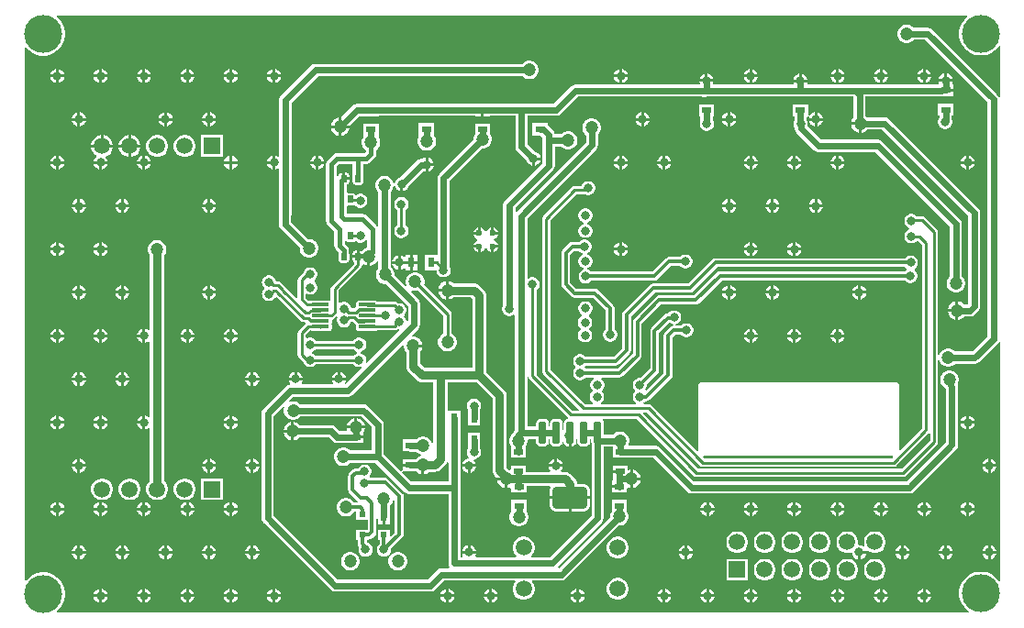
<source format=gbl>
G04*
G04 #@! TF.GenerationSoftware,Altium Limited,Altium Designer,22.4.2 (48)*
G04*
G04 Layer_Physical_Order=2*
G04 Layer_Color=16711680*
%FSTAX24Y24*%
%MOIN*%
G70*
G04*
G04 #@! TF.SameCoordinates,36F0A17D-9E63-4542-9A5D-60F15C5BBE16*
G04*
G04*
G04 #@! TF.FilePolarity,Positive*
G04*
G01*
G75*
%ADD13C,0.0236*%
%ADD14C,0.0118*%
%ADD21R,0.0354X0.0236*%
G04:AMPARAMS|DCode=31|XSize=77.6mil|YSize=24.4mil|CornerRadius=3.1mil|HoleSize=0mil|Usage=FLASHONLY|Rotation=90.000|XOffset=0mil|YOffset=0mil|HoleType=Round|Shape=RoundedRectangle|*
%AMROUNDEDRECTD31*
21,1,0.0776,0.0183,0,0,90.0*
21,1,0.0715,0.0244,0,0,90.0*
1,1,0.0061,0.0092,0.0357*
1,1,0.0061,0.0092,-0.0357*
1,1,0.0061,-0.0092,-0.0357*
1,1,0.0061,-0.0092,0.0357*
%
%ADD31ROUNDEDRECTD31*%
G04:AMPARAMS|DCode=32|XSize=77.6mil|YSize=124.4mil|CornerRadius=9.7mil|HoleSize=0mil|Usage=FLASHONLY|Rotation=90.000|XOffset=0mil|YOffset=0mil|HoleType=Round|Shape=RoundedRectangle|*
%AMROUNDEDRECTD32*
21,1,0.0776,0.1050,0,0,90.0*
21,1,0.0582,0.1244,0,0,90.0*
1,1,0.0194,0.0525,0.0291*
1,1,0.0194,0.0525,-0.0291*
1,1,0.0194,-0.0525,-0.0291*
1,1,0.0194,-0.0525,0.0291*
%
%ADD32ROUNDEDRECTD32*%
%ADD33R,0.0236X0.0354*%
G04:AMPARAMS|DCode=35|XSize=18.5mil|YSize=23.6mil|CornerRadius=0.9mil|HoleSize=0mil|Usage=FLASHONLY|Rotation=180.000|XOffset=0mil|YOffset=0mil|HoleType=Round|Shape=RoundedRectangle|*
%AMROUNDEDRECTD35*
21,1,0.0185,0.0218,0,0,180.0*
21,1,0.0167,0.0236,0,0,180.0*
1,1,0.0019,-0.0083,0.0109*
1,1,0.0019,0.0083,0.0109*
1,1,0.0019,0.0083,-0.0109*
1,1,0.0019,-0.0083,-0.0109*
%
%ADD35ROUNDEDRECTD35*%
%ADD68C,0.0087*%
%ADD69C,0.0315*%
%ADD70C,0.0177*%
%ADD72C,0.0591*%
%ADD73R,0.0591X0.0591*%
%ADD74C,0.1378*%
%ADD75C,0.0315*%
%ADD76C,0.0472*%
%ADD77C,0.0236*%
G04:AMPARAMS|DCode=78|XSize=61mil|YSize=11.8mil|CornerRadius=0.6mil|HoleSize=0mil|Usage=FLASHONLY|Rotation=0.000|XOffset=0mil|YOffset=0mil|HoleType=Round|Shape=RoundedRectangle|*
%AMROUNDEDRECTD78*
21,1,0.0610,0.0106,0,0,0.0*
21,1,0.0598,0.0118,0,0,0.0*
1,1,0.0012,0.0299,-0.0053*
1,1,0.0012,-0.0299,-0.0053*
1,1,0.0012,-0.0299,0.0053*
1,1,0.0012,0.0299,0.0053*
%
%ADD78ROUNDEDRECTD78*%
%ADD79R,0.0236X0.0197*%
%ADD80R,0.0236X0.0354*%
G36*
X064559Y0431D02*
X064544Y04309D01*
X064434Y04298D01*
X064348Y042851D01*
X064289Y042708D01*
X064258Y042555D01*
Y0424D01*
X064289Y042247D01*
X064348Y042104D01*
X064434Y041975D01*
X064544Y041865D01*
X064674Y041778D01*
X064817Y041719D01*
X06497Y041689D01*
X065125D01*
X065277Y041719D01*
X065421Y041778D01*
X06555Y041865D01*
X06566Y041975D01*
X065701Y042036D01*
X065751Y042021D01*
Y040195D01*
X065726Y040187D01*
X065701Y040187D01*
X065657Y040253D01*
X065657Y040253D01*
X063275Y042635D01*
X063203Y042683D01*
X063118Y0427D01*
X063118Y0427D01*
X062604D01*
X062557Y042747D01*
X06248Y042791D01*
X062395Y042814D01*
X062306D01*
X062221Y042791D01*
X062144Y042747D01*
X062081Y042684D01*
X062037Y042607D01*
X062014Y042522D01*
Y042433D01*
X062037Y042348D01*
X062081Y042271D01*
X062144Y042209D01*
X062221Y042164D01*
X062306Y042141D01*
X062395D01*
X06248Y042164D01*
X062557Y042209D01*
X062604Y042255D01*
X063026D01*
X065278Y040004D01*
Y031467D01*
X064739Y030928D01*
X064119D01*
X064073Y030975D01*
X063996Y031019D01*
X06391Y031042D01*
X063822D01*
X063736Y031019D01*
X06366Y030975D01*
X063597Y030912D01*
X063553Y030836D01*
X063543Y030798D01*
X063493Y030805D01*
Y035261D01*
X063482Y035317D01*
X06345Y035364D01*
X063019Y035795D01*
X062972Y035827D01*
X062916Y035838D01*
X06272D01*
X062686Y035873D01*
X062627Y035906D01*
X062561Y035924D01*
X062494D01*
X062428Y035906D01*
X062369Y035873D01*
X062322Y035825D01*
X062288Y035766D01*
X06227Y0357D01*
Y035633D01*
X062288Y035567D01*
X062322Y035508D01*
X062369Y035461D01*
X062428Y035427D01*
X062465Y035417D01*
Y035365D01*
X062428Y035355D01*
X062369Y035321D01*
X062322Y035273D01*
X062288Y035215D01*
X06227Y035149D01*
Y035081D01*
X062288Y035016D01*
X062322Y034957D01*
X062369Y034909D01*
X062428Y034875D01*
X062494Y034858D01*
X062561D01*
X062627Y034875D01*
X062686Y034909D01*
X062734Y034957D01*
X062784Y034947D01*
X062913Y034819D01*
Y028128D01*
X062912Y028128D01*
X062127Y027342D01*
X06208Y027361D01*
Y029708D01*
X062073Y029747D01*
X062051Y02978D01*
X062018Y029802D01*
X061979Y02981D01*
X054892D01*
X054853Y029802D01*
X05482Y02978D01*
X054798Y029747D01*
X05479Y029708D01*
Y027318D01*
X054744Y027299D01*
X053078Y028965D01*
X053031Y028996D01*
X052975Y029007D01*
X05281D01*
X052796Y029057D01*
X052816Y029069D01*
X052863Y029116D01*
X052891D01*
X052953Y029128D01*
X053006Y029163D01*
X053804Y029961D01*
X053839Y030014D01*
X053851Y030076D01*
Y031446D01*
X053939Y031534D01*
X054149D01*
X054192Y03149D01*
X054251Y031456D01*
X054317Y031438D01*
X054384D01*
X05445Y031456D01*
X054509Y03149D01*
X054557Y031538D01*
X05459Y031596D01*
X054608Y031662D01*
Y03173D01*
X05459Y031795D01*
X054557Y031854D01*
X054509Y031902D01*
X05445Y031936D01*
X054384Y031953D01*
X054317D01*
X054251Y031936D01*
X054192Y031902D01*
X054149Y031858D01*
X053957D01*
X05395Y031908D01*
X054005Y031923D01*
X054064Y031957D01*
X054112Y032004D01*
X054145Y032063D01*
X054163Y032129D01*
Y032197D01*
X054145Y032262D01*
X054112Y032321D01*
X054064Y032369D01*
X054005Y032403D01*
X053939Y03242D01*
X053872D01*
X053806Y032403D01*
X053747Y032369D01*
X053699Y032321D01*
X053696Y032315D01*
X053679D01*
X053617Y032302D01*
X053564Y032267D01*
X053082Y031785D01*
X053047Y031733D01*
X053035Y03167D01*
Y030314D01*
X052686Y029965D01*
X052624D01*
X052558Y029948D01*
X0525Y029914D01*
X052452Y029866D01*
X052418Y029807D01*
X0524Y029742D01*
Y029674D01*
X052418Y029608D01*
X052452Y02955D01*
X052476Y029525D01*
X052494Y029491D01*
X052476Y029457D01*
X052452Y029433D01*
X052418Y029374D01*
X0524Y029308D01*
Y029241D01*
X052418Y029175D01*
X052452Y029116D01*
X0525Y029069D01*
X052519Y029057D01*
X052506Y029007D01*
X051255D01*
X051241Y029057D01*
X051261Y029069D01*
X051309Y029116D01*
X051342Y029175D01*
X05136Y029241D01*
Y029308D01*
X051342Y029374D01*
X051309Y029433D01*
X051291Y02945D01*
X05128Y029501D01*
X051293Y029514D01*
X051328Y02955D01*
X051362Y029608D01*
X05138Y029674D01*
Y029742D01*
X051362Y029807D01*
X051328Y029866D01*
X05128Y029914D01*
X051255Y029929D01*
X051268Y029979D01*
X051923D01*
X051985Y029991D01*
X052038Y030026D01*
X052682Y03067D01*
X052717Y030723D01*
X052729Y030785D01*
Y031938D01*
X053422Y03263D01*
X054693D01*
X054755Y032643D01*
X054808Y032678D01*
X055644Y033514D01*
X06229Y033514D01*
X062334Y03347D01*
X062393Y033436D01*
X062458Y033419D01*
X062526D01*
X062592Y033436D01*
X06265Y03347D01*
X062698Y033518D01*
X062732Y033577D01*
X06275Y033642D01*
Y03371D01*
X062732Y033776D01*
X062698Y033834D01*
X06265Y033882D01*
X062645Y033885D01*
Y033943D01*
X062658Y03395D01*
X062706Y033998D01*
X06274Y034057D01*
X062758Y034123D01*
Y03419D01*
X06274Y034256D01*
X062706Y034315D01*
X062658Y034362D01*
X0626Y034396D01*
X062534Y034414D01*
X062466D01*
X062401Y034396D01*
X062342Y034362D01*
X062298Y034319D01*
X056661Y034319D01*
X055407D01*
X055345Y034306D01*
X055293Y034271D01*
X054409Y033388D01*
X053138D01*
X053076Y033375D01*
X053023Y03334D01*
X052059Y032376D01*
X052023Y032323D01*
X052011Y032261D01*
Y031029D01*
X051718Y030736D01*
X050694D01*
X05065Y03078D01*
X050592Y030814D01*
X050526Y030831D01*
X050458D01*
X050393Y030814D01*
X050334Y03078D01*
X050286Y030732D01*
X050252Y030673D01*
X050235Y030608D01*
Y03054D01*
X050252Y030474D01*
X050286Y030416D01*
X050311Y030391D01*
X050329Y030357D01*
X050311Y030323D01*
X050286Y030299D01*
X050252Y03024D01*
X050235Y030175D01*
Y030107D01*
X050252Y030041D01*
X050286Y029983D01*
X050334Y029935D01*
X050393Y029901D01*
X050458Y029883D01*
X050526D01*
X050592Y029901D01*
X05065Y029935D01*
X050694Y029979D01*
X050976D01*
X05099Y029929D01*
X050964Y029914D01*
X050916Y029866D01*
X050882Y029807D01*
X050865Y029742D01*
Y029674D01*
X050882Y029608D01*
X050916Y02955D01*
X050934Y029532D01*
X050944Y029481D01*
X050932Y029468D01*
X050896Y029433D01*
X050863Y029374D01*
X050845Y029308D01*
Y029241D01*
X050863Y029175D01*
X050896Y029116D01*
X050944Y029069D01*
X050964Y029057D01*
X05095Y029007D01*
X050673D01*
X049406Y030274D01*
Y035689D01*
X050359Y036643D01*
X050643D01*
X050644Y036643D01*
X050679Y036623D01*
X050745Y036605D01*
X050812D01*
X050878Y036623D01*
X050937Y036656D01*
X050984Y036704D01*
X051018Y036763D01*
X051036Y036829D01*
Y036896D01*
X051018Y036962D01*
X050984Y037021D01*
X050937Y037068D01*
X050878Y037102D01*
X050812Y03712D01*
X050745D01*
X050679Y037102D01*
X05062Y037068D01*
X050572Y037021D01*
X050538Y036962D01*
X050531Y036935D01*
X050299D01*
X050243Y036924D01*
X050195Y036892D01*
X049157Y035853D01*
X049125Y035806D01*
X049114Y03575D01*
Y030214D01*
X049125Y030158D01*
X049157Y03011D01*
X05045Y028817D01*
X050431Y028771D01*
X050218D01*
X048906Y030083D01*
Y033156D01*
X048918Y033163D01*
X048966Y033211D01*
X049Y03327D01*
X049017Y033335D01*
Y033403D01*
X049Y033468D01*
X048966Y033527D01*
X048918Y033575D01*
X048859Y033609D01*
X048794Y033627D01*
X048726D01*
X048661Y033609D01*
X048619Y033585D01*
X048569Y033608D01*
Y035757D01*
X051083Y038271D01*
X051083Y038271D01*
X051131Y038343D01*
X051148Y038428D01*
X051148Y038428D01*
Y038825D01*
X051175Y038852D01*
X051219Y038928D01*
X051242Y039014D01*
Y039102D01*
X051219Y039188D01*
X051175Y039264D01*
X051112Y039327D01*
X051035Y039371D01*
X05095Y039394D01*
X050861D01*
X050776Y039371D01*
X050699Y039327D01*
X050637Y039264D01*
X050592Y039188D01*
X050569Y039102D01*
Y039014D01*
X050592Y038928D01*
X050637Y038852D01*
X050699Y038789D01*
X050703Y038787D01*
Y03852D01*
X048189Y036007D01*
X048186Y036001D01*
X048136Y036017D01*
Y036151D01*
X049506Y037521D01*
X049506Y037521D01*
X049554Y037593D01*
X049571Y037678D01*
X049571Y037678D01*
Y038383D01*
X049806D01*
X049853Y038336D01*
X049929Y038292D01*
X050015Y038269D01*
X050103D01*
X050189Y038292D01*
X050266Y038336D01*
X050328Y038399D01*
X050373Y038475D01*
X050395Y038561D01*
Y03865D01*
X050373Y038735D01*
X050328Y038812D01*
X050266Y038874D01*
X050189Y038919D01*
X050103Y038942D01*
X050015D01*
X049929Y038919D01*
X049853Y038874D01*
X049806Y038828D01*
X049566D01*
X049554Y038889D01*
X049506Y038961D01*
X049506Y038961D01*
X049313Y039154D01*
Y039221D01*
X049172D01*
X04915Y039225D01*
X04915Y039225D01*
X049036D01*
X049014Y039221D01*
X048758D01*
Y038785D01*
X049014D01*
X049036Y03878D01*
X049058D01*
X049126Y038712D01*
Y038607D01*
X049126Y038607D01*
X049126Y038607D01*
Y03777D01*
X047756Y0364D01*
X047756Y0364D01*
X047708Y036328D01*
X047691Y036243D01*
X047691Y036243D01*
Y032593D01*
X047674Y032563D01*
X047656Y032497D01*
Y03243D01*
X047674Y032364D01*
X047708Y032305D01*
X047755Y032258D01*
X047814Y032224D01*
X04788Y032206D01*
X047947D01*
X048013Y032224D01*
X048072Y032258D01*
X048074Y03226D01*
X048124Y032239D01*
Y028087D01*
X048091Y028054D01*
X048091Y028054D01*
X048091Y028054D01*
X048091Y028054D01*
X048068Y02802D01*
X048043Y027982D01*
X048043Y027982D01*
X048043Y027982D01*
X048032Y02793D01*
X047979Y027877D01*
X047935Y0278D01*
X047912Y027714D01*
Y027626D01*
X047935Y02754D01*
X047971Y027478D01*
Y027059D01*
X048227D01*
X048248Y027055D01*
X048248D01*
X04827Y027059D01*
X048525D01*
Y027478D01*
X048561Y02754D01*
X048584Y027626D01*
Y027714D01*
X048614Y027753D01*
X048898D01*
Y027618D01*
X048908Y027567D01*
X048937Y027524D01*
X04898Y027495D01*
X049031Y027485D01*
X049214D01*
X049265Y027495D01*
X049308Y027524D01*
X049337Y027567D01*
X049347Y027618D01*
Y027753D01*
X049398D01*
Y027618D01*
X049408Y027567D01*
X049437Y027524D01*
X04948Y027495D01*
X049531Y027485D01*
X049714D01*
X049765Y027495D01*
X049808Y027524D01*
X049837Y027567D01*
X049847Y027618D01*
Y02764D01*
X049897Y027667D01*
X049898Y027665D01*
Y027618D01*
X049908Y027567D01*
X049937Y027524D01*
X04998Y027495D01*
X050031Y027485D01*
X050072D01*
Y027975D01*
X050172D01*
Y027485D01*
X050214D01*
X050265Y027495D01*
X050308Y027524D01*
X050337Y027567D01*
X050347Y027618D01*
Y027761D01*
X050348Y027762D01*
X050398Y02774D01*
Y027618D01*
X050408Y027567D01*
X050437Y027524D01*
X05048Y027495D01*
X050531Y027485D01*
X050714D01*
X050765Y027495D01*
X050808Y027524D01*
X050837Y027567D01*
X050847Y027618D01*
Y027753D01*
X050898D01*
Y027618D01*
X0509Y027607D01*
Y024957D01*
X049386Y023444D01*
X048722D01*
X048701Y023494D01*
X048757Y02355D01*
X048809Y02364D01*
X048836Y02374D01*
Y023844D01*
X048809Y023945D01*
X048757Y024035D01*
X048684Y024109D01*
X048593Y024161D01*
X048493Y024188D01*
X048389D01*
X048288Y024161D01*
X048198Y024109D01*
X048125Y024035D01*
X048073Y023945D01*
X048046Y023844D01*
Y02374D01*
X048073Y02364D01*
X048125Y02355D01*
X04818Y023494D01*
X04816Y023444D01*
X046709D01*
X04668Y023494D01*
X046697Y023523D01*
X04671Y023572D01*
X046204D01*
X046217Y023523D01*
X046233Y023494D01*
X046205Y023444D01*
X046148D01*
Y026233D01*
X046147Y026239D01*
Y027705D01*
X046142Y027726D01*
Y027792D01*
X046147Y027814D01*
Y028505D01*
X046142Y028526D01*
Y028782D01*
X045706D01*
X045673Y028818D01*
Y029802D01*
X046723D01*
X0473Y029226D01*
Y026591D01*
X047308Y026524D01*
X047334Y026461D01*
X047376Y026407D01*
X047438Y026345D01*
X047813D01*
Y026295D01*
X047863D01*
Y02596D01*
X04794Y025981D01*
X047949Y025981D01*
X04799Y025954D01*
Y0258D01*
X048227D01*
X048248Y025796D01*
X048267D01*
X048288Y0258D01*
X048544D01*
Y026031D01*
X049394D01*
X049418Y025987D01*
X049412Y025977D01*
X049396Y0259D01*
Y025659D01*
X050122D01*
X050848D01*
Y0259D01*
X050833Y025977D01*
X050789Y026042D01*
X050724Y026086D01*
X050647Y026101D01*
X050382D01*
Y026106D01*
X050373Y026173D01*
X050347Y026236D01*
X050306Y026289D01*
X050121Y026474D01*
X050068Y026515D01*
X050005Y026541D01*
X049938Y02655D01*
X04982D01*
X049799Y0266D01*
X049812Y026614D01*
X049846Y026672D01*
X049859Y026722D01*
X049353D01*
X049366Y026672D01*
X0494Y026614D01*
X049414Y0266D01*
X049393Y02655D01*
X048525D01*
Y02678D01*
X04827D01*
X048248Y026785D01*
X048227Y02678D01*
X047971D01*
Y026644D01*
X047921Y026614D01*
X047897Y02662D01*
X047819Y026698D01*
Y029334D01*
X04781Y029401D01*
X047784Y029463D01*
X047743Y029517D01*
X047091Y03017D01*
Y032956D01*
X047087Y032984D01*
X047082Y033023D01*
X047082Y033023D01*
X047082Y033023D01*
X047069Y033054D01*
X047056Y033085D01*
X047056Y033085D01*
X047056Y033086D01*
X047034Y033114D01*
X047015Y033139D01*
X046818Y033336D01*
X046818Y033336D01*
X046818Y033336D01*
X046786Y033361D01*
X046764Y033377D01*
X046764Y033377D01*
X046764Y033377D01*
X046732Y033391D01*
X046701Y033403D01*
X046701Y033403D01*
X046701Y033403D01*
X046672Y033407D01*
X046634Y033412D01*
X046634Y033412D01*
X046634Y033412D01*
X045885D01*
X045876Y033422D01*
X045799Y033466D01*
X045719Y033487D01*
Y033153D01*
Y032818D01*
X045799Y032839D01*
X045876Y032883D01*
X045885Y032893D01*
X046526D01*
X046571Y032848D01*
Y030322D01*
X044852D01*
X044689Y030484D01*
Y030909D01*
X044698Y030919D01*
X044743Y030995D01*
X044764Y031075D01*
X044429D01*
Y031175D01*
X044764D01*
X044743Y031255D01*
X044698Y031331D01*
X044636Y031394D01*
X044559Y031438D01*
X044474Y031461D01*
X044403D01*
X04438Y031509D01*
X044616Y031745D01*
X044664Y031817D01*
X044681Y031903D01*
X044681Y031903D01*
Y03267D01*
X044681Y03267D01*
X044664Y032755D01*
X044616Y032827D01*
X044616Y032827D01*
X044341Y033102D01*
X044368Y033144D01*
X044454Y033121D01*
X044542D01*
X04461Y033139D01*
X045523Y032226D01*
Y031567D01*
X045463Y031532D01*
X0454Y031469D01*
X045356Y031393D01*
X045333Y031307D01*
Y031219D01*
X045356Y031133D01*
X0454Y031056D01*
X045463Y030994D01*
X04554Y030949D01*
X045625Y030927D01*
X045714D01*
X045799Y030949D01*
X045876Y030994D01*
X045939Y031056D01*
X045983Y031133D01*
X046006Y031219D01*
Y031307D01*
X045983Y031393D01*
X045939Y031469D01*
X045876Y031532D01*
X045816Y031567D01*
Y032286D01*
X045804Y032342D01*
X045773Y03239D01*
X044816Y033346D01*
X044834Y033413D01*
Y033502D01*
X044811Y033587D01*
X044767Y033664D01*
X044705Y033727D01*
X044628Y033771D01*
X044542Y033794D01*
X044454D01*
X044368Y033771D01*
X044292Y033727D01*
X044229Y033664D01*
X044185Y033587D01*
X044162Y033502D01*
Y033413D01*
X044185Y033328D01*
X044143Y033301D01*
X043742Y033702D01*
Y033768D01*
X043719Y033853D01*
X043675Y03393D01*
X043612Y033992D01*
X043605Y033996D01*
Y036721D01*
X043652Y036768D01*
X043696Y036845D01*
X043719Y03693D01*
X043769Y036936D01*
X043776Y036911D01*
X04381Y036853D01*
X043858Y036805D01*
X043917Y036771D01*
X043966Y036758D01*
Y037011D01*
X044066D01*
Y036758D01*
X044115Y036771D01*
X044174Y036805D01*
X044222Y036853D01*
X044256Y036911D01*
X044265Y036945D01*
X044797Y037478D01*
X044813D01*
X044818Y037475D01*
X044867Y037462D01*
Y037715D01*
Y037968D01*
X044818Y037955D01*
X044761Y037922D01*
X044705D01*
X04462Y037906D01*
X044548Y037857D01*
X044548Y037857D01*
X04395Y03726D01*
X043917Y037251D01*
X043858Y037217D01*
X04381Y037169D01*
X043776Y03711D01*
X043761Y037055D01*
X043719Y037049D01*
X043711Y03705D01*
X043696Y037104D01*
X043652Y037181D01*
X04359Y037243D01*
X043513Y037288D01*
X043427Y037311D01*
X043339D01*
X043253Y037288D01*
X043177Y037243D01*
X043114Y037181D01*
X04307Y037104D01*
X043047Y037019D01*
Y03693D01*
X04307Y036845D01*
X043114Y036768D01*
X043161Y036721D01*
Y035495D01*
X04314Y035484D01*
X043111Y03548D01*
X043089Y035513D01*
X042735Y035867D01*
X042672Y035909D01*
X042599Y035924D01*
X042023D01*
Y036203D01*
X042073Y036241D01*
X042082Y036239D01*
X042249D01*
X042291Y036248D01*
X042294Y036242D01*
X042342Y036195D01*
X042401Y036161D01*
X042466Y036143D01*
X042534D01*
X0426Y036161D01*
X042658Y036195D01*
X042706Y036242D01*
X04274Y036301D01*
X042758Y036367D01*
Y036434D01*
X04274Y0365D01*
X042706Y036559D01*
X042658Y036607D01*
X0426Y03664D01*
X042534Y036658D01*
X042466D01*
X042401Y03664D01*
X042351Y036612D01*
X042328Y036647D01*
X042291Y036671D01*
X042249Y03668D01*
X042082D01*
X042073Y036678D01*
X042023Y036716D01*
Y036993D01*
X042035Y036996D01*
X042072Y03702D01*
X042096Y037056D01*
X042104Y037099D01*
Y037158D01*
X04191D01*
Y037208D01*
X04186D01*
Y037428D01*
X041826D01*
X041784Y037419D01*
X041748Y037395D01*
X041723Y037359D01*
X041715Y037317D01*
Y037313D01*
X0417Y037295D01*
X041699Y037294D01*
X041649Y037324D01*
Y037659D01*
X041743Y037754D01*
X042229D01*
Y037328D01*
X042227Y037317D01*
Y037099D01*
X042235Y037056D01*
X042259Y03702D01*
X042296Y036996D01*
X042338Y036987D01*
X042505D01*
X042547Y036996D01*
X042583Y03702D01*
X042608Y037056D01*
X042616Y037099D01*
Y037317D01*
X042614Y037328D01*
Y037754D01*
X042727D01*
X0428Y037768D01*
X042863Y03781D01*
X04303Y037977D01*
X043071Y03804D01*
X043086Y038113D01*
Y038249D01*
X0431Y038258D01*
X043163Y03832D01*
X043207Y038397D01*
X04323Y038482D01*
Y038571D01*
X043207Y038656D01*
X043171Y03872D01*
X043171Y03877D01*
X043171Y03877D01*
X043171Y03877D01*
Y039206D01*
X042915D01*
X042894Y03921D01*
X042872Y039206D01*
X042617D01*
Y03877D01*
X042617Y03877D01*
X042617Y03872D01*
X042581Y038656D01*
X042558Y038571D01*
Y038482D01*
X042581Y038397D01*
X042625Y03832D01*
X042687Y038258D01*
X042702Y038249D01*
Y038193D01*
X042647Y038138D01*
X041664D01*
X04159Y038123D01*
X041528Y038082D01*
X041321Y037875D01*
X041279Y037813D01*
X041265Y037739D01*
Y035672D01*
X041275Y03562D01*
X041279Y035599D01*
X041279Y035599D01*
X041279Y035599D01*
X041294Y035576D01*
X041321Y035536D01*
X04156Y035297D01*
Y034767D01*
X041574Y034693D01*
X041616Y034631D01*
X041713Y034534D01*
Y034377D01*
X041715Y034369D01*
Y034264D01*
X041723Y034222D01*
X041748Y034185D01*
X041784Y034161D01*
X041826Y034153D01*
X041993D01*
X042035Y034161D01*
X042072Y034185D01*
X042096Y034222D01*
X042104Y034264D01*
Y034482D01*
X042098Y034514D01*
Y034613D01*
X042083Y034687D01*
X042042Y034749D01*
X041944Y034846D01*
Y034932D01*
X041994Y034947D01*
X042003Y034933D01*
X04204Y034909D01*
X042082Y034901D01*
X042249D01*
X042291Y034909D01*
X042328Y034933D01*
X042342Y034935D01*
X042342Y034935D01*
X042401Y034901D01*
X042466Y034883D01*
X042534D01*
X0426Y034901D01*
X042658Y034935D01*
X042706Y034983D01*
X042711Y03499D01*
X042761Y034977D01*
Y034706D01*
X042685Y034686D01*
X042609Y034642D01*
X042552Y034585D01*
X042546D01*
X042505Y034593D01*
X042471D01*
Y034373D01*
X042421D01*
Y034323D01*
X042227D01*
Y034264D01*
X042235Y034222D01*
X042259Y034185D01*
X042275Y034175D01*
Y034119D01*
X041472Y033315D01*
X04144Y033268D01*
X041429Y033212D01*
Y032811D01*
X041379Y032778D01*
X04136Y032782D01*
X041091D01*
X041087Y032783D01*
X041083Y032782D01*
X040762D01*
X040721Y032774D01*
X04071Y032767D01*
X040632D01*
X04052Y032878D01*
Y032993D01*
X04057Y033022D01*
X04059Y033011D01*
X040655Y032993D01*
X040723D01*
X040789Y033011D01*
X040847Y033045D01*
X040895Y033093D01*
X040929Y033152D01*
X040947Y033217D01*
Y033285D01*
X040929Y03335D01*
X040895Y033409D01*
X040847Y033457D01*
X040838Y033462D01*
Y033512D01*
X040847Y033517D01*
X040895Y033565D01*
X040929Y033624D01*
X040947Y033689D01*
Y033757D01*
X040929Y033823D01*
X040895Y033881D01*
X040847Y033929D01*
X040789Y033963D01*
X040723Y033981D01*
X040655D01*
X04059Y033963D01*
X040531Y033929D01*
X040483Y033881D01*
X040449Y033823D01*
X040444Y033803D01*
X040271Y03363D01*
X040239Y033582D01*
X040228Y033527D01*
Y032887D01*
X040178Y032866D01*
X039809Y033236D01*
X039789Y033266D01*
X039628Y033426D01*
X039581Y033458D01*
X039525Y033469D01*
X039451D01*
Y033478D01*
X039433Y033543D01*
X039399Y033602D01*
X039351Y03365D01*
X039292Y033684D01*
X039227Y033701D01*
X039159D01*
X039094Y033684D01*
X039035Y03365D01*
X038987Y033602D01*
X038953Y033543D01*
X038943Y033504D01*
X03894Y0335D01*
X038929Y033444D01*
X03894Y033388D01*
X038943Y033384D01*
X038953Y033344D01*
X038987Y033286D01*
X039009Y033263D01*
X03903Y033229D01*
X039009Y033195D01*
X038987Y033173D01*
X038953Y033114D01*
X038946Y033088D01*
X038944Y033085D01*
X03894Y033065D01*
X038936Y033049D01*
Y033043D01*
X038933Y033029D01*
X038936Y033015D01*
Y032981D01*
X038953Y032915D01*
X038987Y032857D01*
X039035Y032809D01*
X039094Y032775D01*
X039159Y032757D01*
X039227D01*
X039292Y032775D01*
X039351Y032809D01*
X039399Y032857D01*
X039414Y032882D01*
X039476Y032891D01*
X040336Y032031D01*
X040384Y031999D01*
X04044Y031988D01*
X040493D01*
X040509Y031938D01*
X040507Y031937D01*
X040271Y031701D01*
X040239Y031653D01*
X040228Y031597D01*
Y03081D01*
X040239Y030754D01*
X040271Y030707D01*
X040444Y030534D01*
X040449Y030514D01*
X040483Y030455D01*
X040531Y030407D01*
X04059Y030373D01*
X040655Y030356D01*
X040723D01*
X040789Y030373D01*
X040847Y030407D01*
X040895Y030455D01*
X040902Y030467D01*
X042248D01*
X042255Y030455D01*
X042303Y030407D01*
X042361Y030373D01*
X042427Y030356D01*
X042495D01*
X042539Y030367D01*
X042564Y030323D01*
X041984Y029742D01*
X041945Y029772D01*
X041944Y029773D01*
X041972Y029822D01*
X041985Y029871D01*
X041479D01*
X041492Y029822D01*
X04152Y029773D01*
X041502Y029723D01*
X040387D01*
X040369Y029773D01*
X040397Y029822D01*
X040411Y029871D01*
X039904D01*
X039918Y029822D01*
X039947Y029771D01*
X039939Y02974D01*
X039927Y029717D01*
X039876Y029706D01*
X039804Y029658D01*
X039804Y029658D01*
X038977Y028831D01*
X038929Y028759D01*
X038912Y028674D01*
X038912Y028674D01*
Y024875D01*
X038912Y024875D01*
X038929Y02479D01*
X038977Y024718D01*
X041437Y022257D01*
X041437Y022257D01*
X04151Y022209D01*
X041595Y022192D01*
X041595Y022192D01*
X045049D01*
X045049Y022192D01*
X045134Y022209D01*
X045207Y022257D01*
X045545Y022596D01*
X048116D01*
X048135Y022549D01*
X048125Y022539D01*
X048073Y022449D01*
X048046Y022348D01*
Y022244D01*
X048073Y022144D01*
X048125Y022054D01*
X048198Y02198D01*
X048288Y021928D01*
X048389Y021901D01*
X048493D01*
X048593Y021928D01*
X048684Y02198D01*
X048757Y022054D01*
X048809Y022144D01*
X048836Y022244D01*
Y022348D01*
X048809Y022449D01*
X048757Y022539D01*
X048747Y022549D01*
X048766Y022596D01*
X049808D01*
X049808Y022596D01*
X049893Y022612D01*
X049965Y022661D01*
X051895Y024591D01*
X051961D01*
X052047Y024614D01*
X052123Y024658D01*
X052186Y02472D01*
X05223Y024797D01*
X052253Y024883D01*
Y024971D01*
X05223Y025057D01*
X052194Y025119D01*
Y025521D01*
X051938D01*
X051917Y025526D01*
X051917D01*
X051895Y025521D01*
X051639D01*
Y025119D01*
X051603Y025057D01*
X051581Y024971D01*
Y024905D01*
X049729Y023053D01*
X0497Y023057D01*
X049682Y02311D01*
X051279Y024708D01*
X051279Y024708D01*
X051328Y02478D01*
X051345Y024865D01*
X051345Y024865D01*
Y027458D01*
X051672D01*
Y027059D01*
X051928D01*
X051949Y027055D01*
X053148D01*
X054378Y025824D01*
X054378Y025824D01*
X05445Y025776D01*
X054535Y025759D01*
X054535Y025759D01*
X062449D01*
X062449Y025759D01*
X062534Y025776D01*
X062606Y025824D01*
X064153Y027372D01*
X064153Y027372D01*
X064202Y027444D01*
X064219Y027529D01*
Y029642D01*
X064219Y029642D01*
X064202Y029727D01*
X064198Y029733D01*
X064219Y029769D01*
X064242Y029855D01*
Y029943D01*
X064219Y030029D01*
X064175Y030105D01*
X064112Y030168D01*
X064035Y030212D01*
X06395Y030235D01*
X063861D01*
X063776Y030212D01*
X063699Y030168D01*
X063636Y030105D01*
X063592Y030029D01*
X063569Y029943D01*
Y029855D01*
X063592Y029769D01*
X063636Y029692D01*
X063699Y02963D01*
X063745Y029603D01*
X063745Y029603D01*
X063774Y02956D01*
Y027621D01*
X062357Y026204D01*
X054628D01*
X053397Y027434D01*
X053325Y027483D01*
X05324Y0275D01*
X05324Y0275D01*
X052273D01*
X052248Y027543D01*
X052252Y02755D01*
X052275Y027636D01*
Y027724D01*
X052252Y02781D01*
X052208Y027887D01*
X052146Y027949D01*
X052069Y027993D01*
X051983Y028016D01*
X051895D01*
X051809Y027993D01*
X051733Y027949D01*
X051686Y027903D01*
X051347D01*
Y028333D01*
X051337Y028384D01*
X051308Y028427D01*
X051305Y028429D01*
X05132Y028479D01*
X05254D01*
X054609Y02641D01*
X054657Y026378D01*
X054713Y026367D01*
X062232D01*
X062288Y026378D01*
X062336Y02641D01*
X06345Y027524D01*
X063482Y027571D01*
X063493Y027627D01*
Y030607D01*
X063543Y030614D01*
X063553Y030576D01*
X063597Y030499D01*
X06366Y030437D01*
X063736Y030393D01*
X063822Y03037D01*
X06391D01*
X063996Y030393D01*
X064073Y030437D01*
X064119Y030484D01*
X064831D01*
X064831Y030484D01*
X064916Y0305D01*
X064988Y030549D01*
X065657Y031218D01*
X065701Y031284D01*
X065726Y031284D01*
X065751Y031275D01*
X065751Y022585D01*
X065701Y02257D01*
X06566Y022632D01*
X06555Y022742D01*
X065421Y022828D01*
X065277Y022888D01*
X065125Y022918D01*
X06497D01*
X064817Y022888D01*
X064674Y022828D01*
X064544Y022742D01*
X064434Y022632D01*
X064348Y022503D01*
X064289Y022359D01*
X064258Y022207D01*
Y022051D01*
X064289Y021899D01*
X064348Y021755D01*
X064434Y021626D01*
X064544Y021516D01*
X064605Y021476D01*
X06459Y021426D01*
X031484D01*
X031469Y021474D01*
X031495Y021491D01*
X031605Y021601D01*
X031691Y02173D01*
X031751Y021873D01*
X031781Y022026D01*
Y022181D01*
X031751Y022334D01*
X031691Y022477D01*
X031605Y022606D01*
X031495Y022716D01*
X031366Y022803D01*
X031222Y022862D01*
X03107Y022893D01*
X030914D01*
X030762Y022862D01*
X030618Y022803D01*
X030489Y022716D01*
X030379Y022606D01*
X030375Y022601D01*
X030328Y022615D01*
X030328Y04196D01*
X030375Y041975D01*
X030379Y041969D01*
X030489Y041859D01*
X030618Y041773D01*
X030762Y041713D01*
X030914Y041683D01*
X03107D01*
X031222Y041713D01*
X031366Y041773D01*
X031495Y041859D01*
X031605Y041969D01*
X031691Y042098D01*
X031751Y042242D01*
X031781Y042394D01*
Y04255D01*
X031751Y042702D01*
X031691Y042846D01*
X031605Y042975D01*
X031495Y043085D01*
X031472Y0431D01*
X031487Y043148D01*
X064544D01*
X064559Y0431D01*
D02*
G37*
G36*
X042865Y034038D02*
X042945Y03406D01*
X043022Y034104D01*
X043084Y034167D01*
X043111Y034213D01*
X043161Y034199D01*
Y033954D01*
X043137Y03393D01*
X043092Y033853D01*
X043069Y033768D01*
Y033679D01*
X043092Y033594D01*
X043137Y033517D01*
X043199Y033454D01*
X043276Y03341D01*
X043361Y033387D01*
X043427D01*
X044236Y032578D01*
Y032033D01*
X044225Y032025D01*
X044208Y032028D01*
X044171Y032049D01*
X044157Y0321D01*
X044124Y032158D01*
X044103Y032178D01*
X04408Y032212D01*
X044103Y032246D01*
X044124Y032266D01*
X044157Y032325D01*
X044175Y03239D01*
Y032458D01*
X044157Y032524D01*
X044124Y032582D01*
X044076Y03263D01*
X044017Y032664D01*
X043951Y032682D01*
X043884D01*
X04387Y032678D01*
X04384Y032709D01*
X043792Y03274D01*
X043736Y032751D01*
X043132D01*
X043099Y032774D01*
X043057Y032782D01*
X042459D01*
X042418Y032774D01*
X042382Y032751D01*
X042359Y032715D01*
X042351Y032674D01*
Y032568D01*
X042353Y032556D01*
X042334Y032543D01*
X04228Y032489D01*
X042167D01*
Y032509D01*
X04215Y032574D01*
X042116Y032633D01*
X042068Y032681D01*
X042009Y032715D01*
X041943Y032732D01*
X041876D01*
X04181Y032715D01*
X041771Y032692D01*
X041721Y032717D01*
Y033151D01*
X042525Y033955D01*
X042556Y034002D01*
X042568Y034058D01*
Y034082D01*
X042618Y034099D01*
X042685Y03406D01*
X042765Y034038D01*
Y034373D01*
X042865D01*
Y034038D01*
D02*
G37*
G36*
X041674Y032168D02*
X04167Y032159D01*
X041652Y032094D01*
Y032026D01*
X04167Y031961D01*
X041704Y031902D01*
X041751Y031854D01*
X04181Y03182D01*
X041876Y031802D01*
X041943D01*
X042009Y03182D01*
X042068Y031854D01*
X042116Y031902D01*
X04215Y031961D01*
X042163Y032011D01*
X042235D01*
X042334Y031911D01*
X042353Y031899D01*
X042351Y031887D01*
Y03178D01*
X042359Y031739D01*
X042382Y031704D01*
X042418Y031681D01*
X042459Y031672D01*
X043057D01*
X043099Y031681D01*
X043132Y031703D01*
X043767D01*
X043795Y031709D01*
X043823Y031714D01*
X043823Y031714D01*
X043823Y031714D01*
X043846Y03173D01*
X043868Y031744D01*
X043915Y031734D01*
X043931Y031689D01*
X042751Y03051D01*
X042707Y030535D01*
X042718Y030579D01*
Y030647D01*
X042701Y030713D01*
X042667Y030771D01*
X042619Y030819D01*
X04256Y030853D01*
X042524Y030863D01*
Y030915D01*
X04256Y030924D01*
X042619Y030958D01*
X042667Y031006D01*
X042701Y031065D01*
X042718Y03113D01*
Y031198D01*
X042701Y031264D01*
X042667Y031322D01*
X042619Y03137D01*
X04256Y031404D01*
X042495Y031422D01*
X042427D01*
X042361Y031404D01*
X042303Y03137D01*
X042255Y031322D01*
X042248Y03131D01*
X041048D01*
X041048Y03131D01*
X040902D01*
X040895Y031322D01*
X040847Y03137D01*
X040789Y031404D01*
X040723Y031422D01*
X040655D01*
X04059Y031404D01*
X04057Y031393D01*
X04052Y031422D01*
Y031537D01*
X040671Y031688D01*
X04071D01*
X040721Y031681D01*
X040762Y031672D01*
X04136D01*
X041402Y031681D01*
X041437Y031704D01*
X04146Y031739D01*
X041468Y03178D01*
Y031887D01*
X04146Y031928D01*
X041458Y031932D01*
X04146Y031936D01*
X041468Y031977D01*
Y032083D01*
X041483Y032086D01*
X041513Y032092D01*
X041513Y032092D01*
X041513Y032092D01*
X041534Y032106D01*
X04156Y032124D01*
X04156Y032124D01*
X04156Y032124D01*
X041634Y032198D01*
X041674Y032168D01*
D02*
G37*
G36*
X041048Y031018D02*
X042248D01*
X042255Y031006D01*
X042303Y030958D01*
X042361Y030924D01*
X042398Y030915D01*
Y030863D01*
X042361Y030853D01*
X042303Y030819D01*
X042255Y030771D01*
X042248Y030759D01*
X040902D01*
X040895Y030771D01*
X040847Y030819D01*
X040789Y030853D01*
X040752Y030863D01*
Y030915D01*
X040789Y030924D01*
X040847Y030958D01*
X040895Y031006D01*
X040902Y031018D01*
X041047D01*
X041048Y031018D01*
D02*
G37*
G36*
X062342Y03395D02*
X062347Y033947D01*
Y03389D01*
X062334Y033882D01*
X06229Y033838D01*
X055577Y033838D01*
X055514Y033826D01*
X055462Y033791D01*
X054626Y032955D01*
X053354D01*
X053292Y032942D01*
X05324Y032907D01*
X052452Y03212D01*
X052417Y032067D01*
X052405Y032005D01*
Y030852D01*
X051856Y030303D01*
X050694D01*
X050674Y030323D01*
X050656Y030357D01*
X050674Y030391D01*
X050694Y030412D01*
X051785D01*
X051847Y030424D01*
X0519Y030459D01*
X052288Y030847D01*
X052323Y0309D01*
X052335Y030962D01*
Y032194D01*
X053205Y033063D01*
X054476D01*
X054538Y033076D01*
X054591Y033111D01*
X055474Y033994D01*
X056661D01*
X062298Y033994D01*
X062342Y03395D01*
D02*
G37*
G36*
X053747Y031957D02*
X053806Y031923D01*
X053872Y031905D01*
X053867Y031857D01*
X05381Y031846D01*
X053757Y03181D01*
X053574Y031628D01*
X053539Y031575D01*
X053527Y031513D01*
Y030143D01*
X0529Y029516D01*
X052864Y02955D01*
X052898Y029608D01*
X052915Y029674D01*
Y029736D01*
X053312Y030132D01*
X053347Y030185D01*
X053359Y030247D01*
Y031603D01*
X05373Y031974D01*
X053747Y031957D01*
D02*
G37*
G36*
X044093Y031152D02*
Y031081D01*
X044116Y030995D01*
X04416Y030919D01*
X04417Y030909D01*
Y030377D01*
X044178Y03031D01*
X044204Y030247D01*
X044246Y030193D01*
X044561Y029878D01*
X044614Y029837D01*
X044677Y029811D01*
X044744Y029802D01*
X045154D01*
Y027613D01*
X045104Y027607D01*
X045097Y027633D01*
X045053Y027709D01*
X04499Y027772D01*
X044913Y027816D01*
X044828Y027839D01*
X044739D01*
X044654Y027816D01*
X044577Y027772D01*
X044537Y027732D01*
X044333D01*
X044311Y027736D01*
X04429Y027732D01*
X044034D01*
Y027295D01*
X044247D01*
X04428Y027289D01*
X044322Y027281D01*
X044322D01*
X044322Y027281D01*
X044322Y027281D01*
X044531D01*
X044577Y027234D01*
X044654Y02719D01*
X044705Y027176D01*
Y027124D01*
X044644Y027108D01*
X044567Y027063D01*
X044521Y027017D01*
X044333D01*
X044311Y027021D01*
X04429Y027017D01*
X044034D01*
Y026849D01*
X044311D01*
Y026749D01*
X044034D01*
Y02659D01*
X043992Y026562D01*
X043363Y027191D01*
Y02827D01*
X043363Y02827D01*
X043346Y028355D01*
X043298Y028427D01*
X043298Y028427D01*
X042785Y02894D01*
X042713Y028988D01*
X042628Y029005D01*
X042628Y029005D01*
X040322D01*
X040276Y029051D01*
X040199Y029096D01*
X040113Y029119D01*
X040025D01*
X039939Y029096D01*
X039912Y029138D01*
X040053Y029279D01*
X042057D01*
X042057Y029279D01*
X042142Y029295D01*
X042214Y029344D01*
X044045Y031174D01*
X044093Y031152D01*
D02*
G37*
G36*
X048625Y029967D02*
X048657Y029919D01*
X050054Y028522D01*
X050063Y028516D01*
X050048Y028466D01*
X050031D01*
X04998Y028456D01*
X049937Y028427D01*
X049908Y028384D01*
X049898Y028333D01*
Y02809D01*
X049897Y028087D01*
X049847Y028115D01*
Y028333D01*
X049837Y028384D01*
X049808Y028427D01*
X049765Y028456D01*
X049714Y028466D01*
X049531D01*
X04948Y028456D01*
X049437Y028427D01*
X049408Y028384D01*
X049398Y028333D01*
Y028198D01*
X049347D01*
Y028333D01*
X049337Y028384D01*
X049308Y028427D01*
X049265Y028456D01*
X049214Y028466D01*
X049031D01*
X04898Y028456D01*
X048937Y028427D01*
X048908Y028384D01*
X048898Y028333D01*
Y028198D01*
X048569D01*
Y029992D01*
X048619Y029997D01*
X048625Y029967D01*
D02*
G37*
G36*
X039756Y028912D02*
X039733Y028827D01*
Y028738D01*
X039756Y028653D01*
X0398Y028576D01*
X039863Y028513D01*
X039939Y028469D01*
X040025Y028446D01*
X040113D01*
X040199Y028469D01*
X040276Y028513D01*
X040322Y02856D01*
X042536D01*
X042918Y028178D01*
Y027321D01*
X042144D01*
X042097Y027368D01*
X04202Y027412D01*
X041935Y027435D01*
X041846D01*
X041761Y027412D01*
X041684Y027368D01*
X041622Y027305D01*
X041577Y027228D01*
X041554Y027143D01*
Y027054D01*
X041577Y026969D01*
X041622Y026892D01*
X041684Y02683D01*
X041761Y026785D01*
X041846Y026762D01*
X041935D01*
X04202Y026785D01*
X042097Y02683D01*
X042144Y026876D01*
X043049D01*
X044115Y02581D01*
X044115Y02581D01*
X044187Y025762D01*
X044272Y025745D01*
X044272Y025745D01*
X045703D01*
Y023221D01*
X04572Y023136D01*
X045751Y02309D01*
X045724Y02304D01*
X045453D01*
X045453Y02304D01*
X045368Y023023D01*
X045296Y022975D01*
X045296Y022975D01*
X044957Y022637D01*
X041687D01*
X039356Y024967D01*
Y028582D01*
X039714Y028939D01*
X039756Y028912D01*
D02*
G37*
G36*
X061863Y027079D02*
X061817Y027033D01*
X055009D01*
X054963Y027079D01*
X054982Y027125D01*
X061844D01*
X061863Y027079D01*
D02*
G37*
G36*
X054845Y026784D02*
X054893Y026752D01*
X054949Y026741D01*
X061878D01*
X061934Y026752D01*
X061981Y026784D01*
X063119Y027921D01*
X063125Y027931D01*
X06315Y027948D01*
X063191Y027933D01*
X0632Y027926D01*
Y027688D01*
X062172Y026659D01*
X054773D01*
X052763Y028669D01*
X052782Y028715D01*
X052914D01*
X054845Y026784D01*
D02*
G37*
G36*
X045702Y026884D02*
Y026233D01*
X045673Y02619D01*
X044364D01*
X044016Y026538D01*
X044044Y02658D01*
X044272D01*
X044315Y026572D01*
X044315Y026572D01*
X044521D01*
X044567Y026525D01*
X044644Y026481D01*
X044724Y02646D01*
Y026794D01*
X044824D01*
Y02646D01*
X044904Y026481D01*
X04498Y026525D01*
X045002Y026547D01*
X045229D01*
X045296Y026556D01*
X045359Y026582D01*
X045413Y026623D01*
X045597Y026807D01*
X045638Y026861D01*
X045652Y026894D01*
X045702Y026884D01*
D02*
G37*
%LPC*%
G36*
X048686Y041501D02*
X048598D01*
X048512Y041478D01*
X048435Y041433D01*
X048389Y041387D01*
X040876D01*
X040876Y041387D01*
X040791Y04137D01*
X040719Y041322D01*
X040719Y041322D01*
X039626Y040229D01*
X039578Y040157D01*
X039561Y040072D01*
X039561Y040072D01*
Y038034D01*
X039511Y038011D01*
X039469Y038035D01*
X03942Y038048D01*
Y037795D01*
Y037542D01*
X039469Y037555D01*
X039511Y037579D01*
X039561Y037556D01*
Y035966D01*
X039549Y035906D01*
X039549Y035906D01*
Y035548D01*
X039549Y035548D01*
X039566Y035463D01*
X039614Y035391D01*
X040302Y034704D01*
Y034638D01*
X040324Y034553D01*
X040369Y034476D01*
X040431Y034413D01*
X040508Y034369D01*
X040594Y034346D01*
X040682D01*
X040768Y034369D01*
X040844Y034413D01*
X040907Y034476D01*
X040951Y034553D01*
X040974Y034638D01*
Y034727D01*
X040951Y034812D01*
X040907Y034889D01*
X040844Y034951D01*
X040768Y034996D01*
X040682Y035018D01*
X040616D01*
X039994Y035641D01*
Y035858D01*
X040006Y035918D01*
Y03998D01*
X040968Y040942D01*
X048389D01*
X048435Y040895D01*
X048512Y040851D01*
X048598Y040828D01*
X048686D01*
X048772Y040851D01*
X048848Y040895D01*
X048911Y040958D01*
X048955Y041035D01*
X048978Y04112D01*
Y041209D01*
X048955Y041294D01*
X048911Y041371D01*
X048848Y041433D01*
X048772Y041478D01*
X048686Y041501D01*
D02*
G37*
G36*
X063042Y041198D02*
Y040995D01*
X063245D01*
X063232Y041044D01*
X063198Y041103D01*
X06315Y041151D01*
X063092Y041185D01*
X063042Y041198D01*
D02*
G37*
G36*
X062942D02*
X062893Y041185D01*
X062834Y041151D01*
X062786Y041103D01*
X062752Y041044D01*
X062739Y040995D01*
X062942D01*
Y041198D01*
D02*
G37*
G36*
X061467D02*
Y040995D01*
X06167D01*
X061657Y041044D01*
X061623Y041103D01*
X061575Y041151D01*
X061517Y041185D01*
X061467Y041198D01*
D02*
G37*
G36*
X061367D02*
X061318Y041185D01*
X061259Y041151D01*
X061211Y041103D01*
X061177Y041044D01*
X061164Y040995D01*
X061367D01*
Y041198D01*
D02*
G37*
G36*
X059893D02*
Y040995D01*
X060096D01*
X060082Y041044D01*
X060049Y041103D01*
X060001Y041151D01*
X059942Y041185D01*
X059893Y041198D01*
D02*
G37*
G36*
X059793D02*
X059743Y041185D01*
X059684Y041151D01*
X059636Y041103D01*
X059603Y041044D01*
X059589Y040995D01*
X059793D01*
Y041198D01*
D02*
G37*
G36*
X056743D02*
Y040995D01*
X056946D01*
X056933Y041044D01*
X056899Y041103D01*
X056851Y041151D01*
X056792Y041185D01*
X056743Y041198D01*
D02*
G37*
G36*
X056643D02*
X056594Y041185D01*
X056535Y041151D01*
X056487Y041103D01*
X056453Y041044D01*
X05644Y040995D01*
X056643D01*
Y041198D01*
D02*
G37*
G36*
X052018D02*
Y040995D01*
X052222D01*
X052208Y041044D01*
X052175Y041103D01*
X052127Y041151D01*
X052068Y041185D01*
X052018Y041198D01*
D02*
G37*
G36*
X051919D02*
X051869Y041185D01*
X05181Y041151D01*
X051762Y041103D01*
X051729Y041044D01*
X051715Y040995D01*
X051919D01*
Y041198D01*
D02*
G37*
G36*
X03942D02*
Y040995D01*
X039623D01*
X03961Y041044D01*
X039576Y041103D01*
X039528Y041151D01*
X039469Y041185D01*
X03942Y041198D01*
D02*
G37*
G36*
X03932D02*
X039271Y041185D01*
X039212Y041151D01*
X039164Y041103D01*
X03913Y041044D01*
X039117Y040995D01*
X03932D01*
Y041198D01*
D02*
G37*
G36*
X037845D02*
Y040995D01*
X038048D01*
X038035Y041044D01*
X038001Y041103D01*
X037953Y041151D01*
X037895Y041185D01*
X037845Y041198D01*
D02*
G37*
G36*
X037745D02*
X037696Y041185D01*
X037637Y041151D01*
X037589Y041103D01*
X037555Y041044D01*
X037542Y040995D01*
X037745D01*
Y041198D01*
D02*
G37*
G36*
X03627D02*
Y040995D01*
X036474D01*
X03646Y041044D01*
X036426Y041103D01*
X036379Y041151D01*
X03632Y041185D01*
X03627Y041198D01*
D02*
G37*
G36*
X03617D02*
X036121Y041185D01*
X036062Y041151D01*
X036014Y041103D01*
X035981Y041044D01*
X035967Y040995D01*
X03617D01*
Y041198D01*
D02*
G37*
G36*
X034696D02*
Y040995D01*
X034899D01*
X034886Y041044D01*
X034852Y041103D01*
X034804Y041151D01*
X034745Y041185D01*
X034696Y041198D01*
D02*
G37*
G36*
X034596D02*
X034546Y041185D01*
X034488Y041151D01*
X03444Y041103D01*
X034406Y041044D01*
X034392Y040995D01*
X034596D01*
Y041198D01*
D02*
G37*
G36*
X033121D02*
Y040995D01*
X033324D01*
X033311Y041044D01*
X033277Y041103D01*
X033229Y041151D01*
X03317Y041185D01*
X033121Y041198D01*
D02*
G37*
G36*
X033021D02*
X032971Y041185D01*
X032913Y041151D01*
X032865Y041103D01*
X032831Y041044D01*
X032818Y040995D01*
X033021D01*
Y041198D01*
D02*
G37*
G36*
X031546D02*
Y040995D01*
X031749D01*
X031736Y041044D01*
X031702Y041103D01*
X031654Y041151D01*
X031595Y041185D01*
X031546Y041198D01*
D02*
G37*
G36*
X031446D02*
X031397Y041185D01*
X031338Y041151D01*
X03129Y041103D01*
X031256Y041044D01*
X031243Y040995D01*
X031446D01*
Y041198D01*
D02*
G37*
G36*
X063818Y041038D02*
Y040835D01*
X064021D01*
X064008Y040884D01*
X063974Y040943D01*
X063926Y040991D01*
X063867Y041025D01*
X063818Y041038D01*
D02*
G37*
G36*
X063718D02*
X063668Y041025D01*
X06361Y040991D01*
X063562Y040943D01*
X063528Y040884D01*
X063515Y040835D01*
X063718D01*
Y041038D01*
D02*
G37*
G36*
X055129Y041024D02*
Y040821D01*
X055332D01*
X055319Y04087D01*
X055285Y040929D01*
X055237Y040977D01*
X055178Y041011D01*
X055129Y041024D01*
D02*
G37*
G36*
X055029D02*
X05498Y041011D01*
X054921Y040977D01*
X054873Y040929D01*
X054839Y04087D01*
X054826Y040821D01*
X055029D01*
Y041024D01*
D02*
G37*
G36*
X058542Y041023D02*
Y04082D01*
X058745D01*
X058732Y040869D01*
X058698Y040928D01*
X05865Y040976D01*
X058591Y04101D01*
X058542Y041023D01*
D02*
G37*
G36*
X058442D02*
X058393Y04101D01*
X058334Y040976D01*
X058286Y040928D01*
X058252Y040869D01*
X058239Y04082D01*
X058442D01*
Y041023D01*
D02*
G37*
G36*
X063245Y040895D02*
X063042D01*
Y040692D01*
X063092Y040705D01*
X06315Y040739D01*
X063198Y040787D01*
X063232Y040845D01*
X063245Y040895D01*
D02*
G37*
G36*
X062942D02*
X062739D01*
X062752Y040845D01*
X062786Y040787D01*
X062834Y040739D01*
X062893Y040705D01*
X062942Y040692D01*
Y040895D01*
D02*
G37*
G36*
X06167D02*
X061467D01*
Y040692D01*
X061517Y040705D01*
X061575Y040739D01*
X061623Y040787D01*
X061657Y040845D01*
X06167Y040895D01*
D02*
G37*
G36*
X061367D02*
X061164D01*
X061177Y040845D01*
X061211Y040787D01*
X061259Y040739D01*
X061318Y040705D01*
X061367Y040692D01*
Y040895D01*
D02*
G37*
G36*
X060096D02*
X059893D01*
Y040692D01*
X059942Y040705D01*
X060001Y040739D01*
X060049Y040787D01*
X060082Y040845D01*
X060096Y040895D01*
D02*
G37*
G36*
X059793D02*
X059589D01*
X059603Y040845D01*
X059636Y040787D01*
X059684Y040739D01*
X059743Y040705D01*
X059793Y040692D01*
Y040895D01*
D02*
G37*
G36*
X056946D02*
X056743D01*
Y040692D01*
X056792Y040705D01*
X056851Y040739D01*
X056899Y040787D01*
X056933Y040845D01*
X056946Y040895D01*
D02*
G37*
G36*
X056643D02*
X05644D01*
X056453Y040845D01*
X056487Y040787D01*
X056535Y040739D01*
X056594Y040705D01*
X056643Y040692D01*
Y040895D01*
D02*
G37*
G36*
X052222D02*
X052018D01*
Y040692D01*
X052068Y040705D01*
X052127Y040739D01*
X052175Y040787D01*
X052208Y040845D01*
X052222Y040895D01*
D02*
G37*
G36*
X051919D02*
X051715D01*
X051729Y040845D01*
X051762Y040787D01*
X05181Y040739D01*
X051869Y040705D01*
X051919Y040692D01*
Y040895D01*
D02*
G37*
G36*
X039623D02*
X03942D01*
Y040692D01*
X039469Y040705D01*
X039528Y040739D01*
X039576Y040787D01*
X03961Y040845D01*
X039623Y040895D01*
D02*
G37*
G36*
X03932D02*
X039117D01*
X03913Y040845D01*
X039164Y040787D01*
X039212Y040739D01*
X039271Y040705D01*
X03932Y040692D01*
Y040895D01*
D02*
G37*
G36*
X038048D02*
X037845D01*
Y040692D01*
X037895Y040705D01*
X037953Y040739D01*
X038001Y040787D01*
X038035Y040845D01*
X038048Y040895D01*
D02*
G37*
G36*
X037745D02*
X037542D01*
X037555Y040845D01*
X037589Y040787D01*
X037637Y040739D01*
X037696Y040705D01*
X037745Y040692D01*
Y040895D01*
D02*
G37*
G36*
X036474D02*
X03627D01*
Y040692D01*
X03632Y040705D01*
X036379Y040739D01*
X036426Y040787D01*
X03646Y040845D01*
X036474Y040895D01*
D02*
G37*
G36*
X03617D02*
X035967D01*
X035981Y040845D01*
X036014Y040787D01*
X036062Y040739D01*
X036121Y040705D01*
X03617Y040692D01*
Y040895D01*
D02*
G37*
G36*
X034899D02*
X034696D01*
Y040692D01*
X034745Y040705D01*
X034804Y040739D01*
X034852Y040787D01*
X034886Y040845D01*
X034899Y040895D01*
D02*
G37*
G36*
X034596D02*
X034392D01*
X034406Y040845D01*
X03444Y040787D01*
X034488Y040739D01*
X034546Y040705D01*
X034596Y040692D01*
Y040895D01*
D02*
G37*
G36*
X033324D02*
X033121D01*
Y040692D01*
X03317Y040705D01*
X033229Y040739D01*
X033277Y040787D01*
X033311Y040845D01*
X033324Y040895D01*
D02*
G37*
G36*
X033021D02*
X032818D01*
X032831Y040845D01*
X032865Y040787D01*
X032913Y040739D01*
X032971Y040705D01*
X033021Y040692D01*
Y040895D01*
D02*
G37*
G36*
X031749D02*
X031546D01*
Y040692D01*
X031595Y040705D01*
X031654Y040739D01*
X031702Y040787D01*
X031736Y040845D01*
X031749Y040895D01*
D02*
G37*
G36*
X031446D02*
X031243D01*
X031256Y040845D01*
X03129Y040787D01*
X031338Y040739D01*
X031397Y040705D01*
X031446Y040692D01*
Y040895D01*
D02*
G37*
G36*
X064021Y040735D02*
X063515D01*
X063527Y040689D01*
X063526Y040683D01*
X063497Y040639D01*
X063491D01*
Y040633D01*
X060499D01*
X060499Y040633D01*
X060499Y040633D01*
X058768D01*
X058754Y040648D01*
X058735Y040683D01*
X058745Y04072D01*
X058239D01*
X058249Y040683D01*
X058231Y040648D01*
X058216Y040633D01*
X056418D01*
X056418Y040633D01*
X055355D01*
X055339Y040649D01*
X055322Y040683D01*
X055332Y040721D01*
X054826D01*
X054836Y040683D01*
X054819Y040649D01*
X054803Y040633D01*
X050323D01*
X050238Y040616D01*
X050166Y040568D01*
X050166Y040568D01*
X049538Y03994D01*
X042968D01*
X042968Y03994D01*
X042968Y03994D01*
X042924Y039931D01*
X042893Y039925D01*
X042371D01*
X042371Y039925D01*
X042286Y039908D01*
X042214Y03986D01*
X042214Y03986D01*
X041819Y039465D01*
Y03915D01*
X042134D01*
X042464Y03948D01*
X042953D01*
X042953Y03948D01*
X042953Y03948D01*
X042974Y039485D01*
X043171D01*
Y039495D01*
X046672D01*
Y039485D01*
X046899D01*
Y039703D01*
X046999D01*
Y039485D01*
X047226D01*
Y039495D01*
X048144D01*
Y038369D01*
X048144Y038369D01*
X048161Y038284D01*
X048209Y038212D01*
X04855Y037871D01*
X048559Y037837D01*
X048593Y037778D01*
X048641Y03773D01*
X0487Y037696D01*
X048749Y037683D01*
Y037936D01*
X048799D01*
Y037986D01*
X049053D01*
X049039Y038035D01*
X049005Y038094D01*
X048957Y038142D01*
X048899Y038176D01*
X048865Y038185D01*
X048589Y038461D01*
Y039495D01*
X04963D01*
X04963Y039495D01*
X049715Y039512D01*
X049787Y03956D01*
X050415Y040188D01*
X054933D01*
X054951Y040185D01*
X054951Y040185D01*
X055079D01*
X055096Y040188D01*
X056418D01*
X056418Y040188D01*
X058215D01*
Y040188D01*
X058488D01*
X058492Y040187D01*
X058496Y040188D01*
X058769D01*
Y040188D01*
X060407D01*
X060415Y04018D01*
Y039431D01*
X060407Y039423D01*
X060362Y039346D01*
X060341Y039266D01*
X060676D01*
Y039216D01*
X060726D01*
Y038881D01*
X060805Y038903D01*
X060882Y038947D01*
X060929Y038994D01*
X061465D01*
X064589Y03587D01*
Y032668D01*
X064561Y032641D01*
X064434D01*
X064388Y032688D01*
X064311Y032732D01*
X064231Y032753D01*
Y032418D01*
Y032084D01*
X064311Y032105D01*
X064388Y032149D01*
X064434Y032196D01*
X064654D01*
X064654Y032196D01*
X064739Y032213D01*
X064811Y032261D01*
X064968Y032419D01*
X064968Y032419D01*
X065016Y032491D01*
X065033Y032576D01*
Y035962D01*
X065016Y036047D01*
X064968Y036119D01*
X064968Y036119D01*
X061714Y039373D01*
X061642Y039422D01*
X061557Y039438D01*
X061557Y039438D01*
X060929D01*
X060882Y039485D01*
X06086Y039498D01*
Y040188D01*
X063629D01*
X063629Y040188D01*
X063682Y040199D01*
X063757D01*
X063779Y040203D01*
X064045D01*
Y040371D01*
X063768D01*
Y040471D01*
X064045D01*
Y040639D01*
X064039D01*
X064009Y040683D01*
X064009Y040689D01*
X064021Y040735D01*
D02*
G37*
G36*
X059105Y039623D02*
Y03942D01*
X059308D01*
X059295Y039469D01*
X059261Y039528D01*
X059213Y039576D01*
X059155Y03961D01*
X059105Y039623D01*
D02*
G37*
G36*
X058492Y039914D02*
X058471Y03991D01*
X058215D01*
Y039473D01*
X05827D01*
Y039308D01*
X058262Y039294D01*
X058244Y039229D01*
Y039161D01*
X058262Y039096D01*
X058295Y039039D01*
Y039028D01*
X058295Y039028D01*
X058312Y038942D01*
X05836Y03887D01*
X058984Y038246D01*
X058984Y038246D01*
X059057Y038197D01*
X059142Y03818D01*
X061215D01*
X063919Y035476D01*
Y033656D01*
X063873Y033609D01*
X063828Y033533D01*
X063806Y033447D01*
Y033358D01*
X063828Y033273D01*
X063873Y033196D01*
X063935Y033134D01*
X064012Y033089D01*
X064097Y033067D01*
X064186D01*
X064272Y033089D01*
X064348Y033134D01*
X064411Y033196D01*
X064455Y033273D01*
X064478Y033358D01*
Y033447D01*
X064455Y033533D01*
X064411Y033609D01*
X064364Y033656D01*
Y035568D01*
X064347Y035653D01*
X064299Y035725D01*
X064299Y035725D01*
X061464Y03856D01*
X061392Y038608D01*
X061307Y038625D01*
X061307Y038625D01*
X059234D01*
X058746Y039113D01*
X058759Y039161D01*
Y039229D01*
X058742Y039294D01*
X058714Y039342D01*
Y039438D01*
X05875Y039473D01*
X058764Y039473D01*
X0588Y039457D01*
X058805Y03943D01*
X058802Y03942D01*
X059005D01*
Y039623D01*
X058956Y03961D01*
X058897Y039576D01*
X058849Y039528D01*
X058843Y039518D01*
X058779Y039506D01*
X058769Y039513D01*
X058769Y039521D01*
Y03991D01*
X058514D01*
X058492Y039914D01*
D02*
G37*
G36*
X055956Y039623D02*
Y03942D01*
X056159D01*
X056145Y039469D01*
X056112Y039528D01*
X056064Y039576D01*
X056005Y03961D01*
X055956Y039623D01*
D02*
G37*
G36*
X055856D02*
X055806Y03961D01*
X055747Y039576D01*
X055699Y039528D01*
X055666Y039469D01*
X055652Y03942D01*
X055856D01*
Y039623D01*
D02*
G37*
G36*
X052806D02*
Y03942D01*
X053009D01*
X052996Y039469D01*
X052962Y039528D01*
X052914Y039576D01*
X052855Y03961D01*
X052806Y039623D01*
D02*
G37*
G36*
X052706D02*
X052657Y03961D01*
X052598Y039576D01*
X05255Y039528D01*
X052516Y039469D01*
X052503Y03942D01*
X052706D01*
Y039623D01*
D02*
G37*
G36*
X037058D02*
Y03942D01*
X037261D01*
X037248Y039469D01*
X037214Y039528D01*
X037166Y039576D01*
X037107Y03961D01*
X037058Y039623D01*
D02*
G37*
G36*
X036958D02*
X036908Y03961D01*
X03685Y039576D01*
X036802Y039528D01*
X036768Y039469D01*
X036755Y03942D01*
X036958D01*
Y039623D01*
D02*
G37*
G36*
X035483D02*
Y03942D01*
X035686D01*
X035673Y039469D01*
X035639Y039528D01*
X035591Y039576D01*
X035532Y03961D01*
X035483Y039623D01*
D02*
G37*
G36*
X035383D02*
X035334Y03961D01*
X035275Y039576D01*
X035227Y039528D01*
X035193Y039469D01*
X03518Y03942D01*
X035383D01*
Y039623D01*
D02*
G37*
G36*
X032333D02*
Y03942D01*
X032537D01*
X032523Y039469D01*
X03249Y039528D01*
X032442Y039576D01*
X032383Y03961D01*
X032333Y039623D01*
D02*
G37*
G36*
X032233D02*
X032184Y03961D01*
X032125Y039576D01*
X032077Y039528D01*
X032044Y039469D01*
X03203Y03942D01*
X032233D01*
Y039623D01*
D02*
G37*
G36*
X041719Y039435D02*
X041639Y039413D01*
X041563Y039369D01*
X0415Y039307D01*
X041456Y03923D01*
X041434Y03915D01*
X041719D01*
Y039435D01*
D02*
G37*
G36*
X059308Y03932D02*
X059105D01*
Y039117D01*
X059155Y03913D01*
X059213Y039164D01*
X059261Y039212D01*
X059295Y039271D01*
X059308Y03932D01*
D02*
G37*
G36*
X059005D02*
X058802D01*
X058815Y039271D01*
X058849Y039212D01*
X058897Y039164D01*
X058956Y03913D01*
X059005Y039117D01*
Y03932D01*
D02*
G37*
G36*
X056159D02*
X055956D01*
Y039117D01*
X056005Y03913D01*
X056064Y039164D01*
X056112Y039212D01*
X056145Y039271D01*
X056159Y03932D01*
D02*
G37*
G36*
X055856D02*
X055652D01*
X055666Y039271D01*
X055699Y039212D01*
X055747Y039164D01*
X055806Y03913D01*
X055856Y039117D01*
Y03932D01*
D02*
G37*
G36*
X053009D02*
X052806D01*
Y039117D01*
X052855Y03913D01*
X052914Y039164D01*
X052962Y039212D01*
X052996Y039271D01*
X053009Y03932D01*
D02*
G37*
G36*
X052706D02*
X052503D01*
X052516Y039271D01*
X05255Y039212D01*
X052598Y039164D01*
X052657Y03913D01*
X052706Y039117D01*
Y03932D01*
D02*
G37*
G36*
X037261D02*
X037058D01*
Y039117D01*
X037107Y03913D01*
X037166Y039164D01*
X037214Y039212D01*
X037248Y039271D01*
X037261Y03932D01*
D02*
G37*
G36*
X036958D02*
X036755D01*
X036768Y039271D01*
X036802Y039212D01*
X03685Y039164D01*
X036908Y03913D01*
X036958Y039117D01*
Y03932D01*
D02*
G37*
G36*
X035686D02*
X035483D01*
Y039117D01*
X035532Y03913D01*
X035591Y039164D01*
X035639Y039212D01*
X035673Y039271D01*
X035686Y03932D01*
D02*
G37*
G36*
X035383D02*
X03518D01*
X035193Y039271D01*
X035227Y039212D01*
X035275Y039164D01*
X035334Y03913D01*
X035383Y039117D01*
Y03932D01*
D02*
G37*
G36*
X032537D02*
X032333D01*
Y039117D01*
X032383Y03913D01*
X032442Y039164D01*
X03249Y039212D01*
X032523Y039271D01*
X032537Y03932D01*
D02*
G37*
G36*
X032233D02*
X03203D01*
X032044Y039271D01*
X032077Y039212D01*
X032125Y039164D01*
X032184Y03913D01*
X032233Y039117D01*
Y03932D01*
D02*
G37*
G36*
X063768Y039929D02*
X063746Y039924D01*
X063491D01*
Y039488D01*
X063545D01*
Y03943D01*
X063542Y039427D01*
X063508Y039368D01*
X063491Y039303D01*
Y039235D01*
X063508Y03917D01*
X063542Y039111D01*
X06359Y039063D01*
X063649Y039029D01*
X063714Y039011D01*
X063782D01*
X063847Y039029D01*
X063906Y039063D01*
X063954Y039111D01*
X063988Y03917D01*
X064006Y039235D01*
Y039303D01*
X06399Y03936D01*
Y039488D01*
X064045D01*
Y039924D01*
X063789D01*
X063768Y039929D01*
D02*
G37*
G36*
X055089Y039915D02*
X055079D01*
X055057Y03991D01*
X054802D01*
Y039474D01*
X054866D01*
Y039309D01*
X054859Y039295D01*
X054841Y03923D01*
Y039162D01*
X054859Y039096D01*
X054893Y039038D01*
X05494Y03899D01*
X054999Y038956D01*
X055065Y038938D01*
X055132D01*
X055198Y038956D01*
X055257Y03899D01*
X055305Y039038D01*
X055339Y039096D01*
X055356Y039162D01*
Y03923D01*
X055339Y039295D01*
X055311Y039343D01*
Y039474D01*
X055356D01*
Y03991D01*
X05511D01*
X055089Y039915D01*
D02*
G37*
G36*
X060626Y039166D02*
X060341D01*
X060362Y039086D01*
X060407Y03901D01*
X060469Y038947D01*
X060546Y038903D01*
X060626Y038881D01*
Y039166D01*
D02*
G37*
G36*
X042104Y03905D02*
X041819D01*
Y038765D01*
X041899Y038787D01*
X041975Y038831D01*
X042038Y038894D01*
X042082Y03897D01*
X042104Y03905D01*
D02*
G37*
G36*
X041719D02*
X041434D01*
X041456Y03897D01*
X0415Y038894D01*
X041563Y038831D01*
X041639Y038787D01*
X041719Y038765D01*
Y03905D01*
D02*
G37*
G36*
X03418Y038791D02*
X034178D01*
Y038446D01*
X034524D01*
Y038448D01*
X034497Y038549D01*
X034445Y038639D01*
X034371Y038712D01*
X034281Y038764D01*
X03418Y038791D01*
D02*
G37*
G36*
X03318D02*
X033178D01*
Y038446D01*
X033524D01*
Y038448D01*
X033497Y038549D01*
X033445Y038639D01*
X033371Y038712D01*
X033281Y038764D01*
X03318Y038791D01*
D02*
G37*
G36*
X033078D02*
X033076D01*
X032976Y038764D01*
X032886Y038712D01*
X032812Y038639D01*
X03276Y038549D01*
X032733Y038448D01*
Y038446D01*
X033078D01*
Y038791D01*
D02*
G37*
G36*
X034078D02*
X034076D01*
X033976Y038764D01*
X033886Y038712D01*
X033812Y038639D01*
X03376Y038549D01*
X033733Y038448D01*
Y038446D01*
X034078D01*
Y038791D01*
D02*
G37*
G36*
X044911Y039225D02*
X044902D01*
X04488Y039221D01*
X044625D01*
Y038785D01*
X044625Y038785D01*
X044625D01*
X04463Y038735D01*
X044608Y038696D01*
X044585Y03861D01*
Y038522D01*
X044608Y038436D01*
X044652Y038359D01*
X044714Y038297D01*
X044791Y038253D01*
X044877Y03823D01*
X044965D01*
X045051Y038253D01*
X045127Y038297D01*
X04519Y038359D01*
X045234Y038436D01*
X045257Y038522D01*
Y03861D01*
X045234Y038696D01*
X045209Y038739D01*
X045205Y038745D01*
X045205Y038746D01*
X04519Y038772D01*
X045181Y038781D01*
X045181Y038781D01*
X045179Y038828D01*
Y039221D01*
X044933D01*
X044911Y039225D01*
D02*
G37*
G36*
X037524Y038791D02*
X036733D01*
Y038001D01*
X037524D01*
Y038791D01*
D02*
G37*
G36*
X03618D02*
X036076D01*
X035976Y038764D01*
X035886Y038712D01*
X035812Y038639D01*
X03576Y038549D01*
X035733Y038448D01*
Y038344D01*
X03576Y038244D01*
X035812Y038153D01*
X035886Y03808D01*
X035976Y038028D01*
X036076Y038001D01*
X03618D01*
X036281Y038028D01*
X036371Y03808D01*
X036445Y038153D01*
X036497Y038244D01*
X036524Y038344D01*
Y038448D01*
X036497Y038549D01*
X036445Y038639D01*
X036371Y038712D01*
X036281Y038764D01*
X03618Y038791D01*
D02*
G37*
G36*
X03518D02*
X035076D01*
X034976Y038764D01*
X034886Y038712D01*
X034812Y038639D01*
X03476Y038549D01*
X034733Y038448D01*
Y038344D01*
X03476Y038244D01*
X034812Y038153D01*
X034886Y03808D01*
X034976Y038028D01*
X035076Y038001D01*
X03518D01*
X035281Y038028D01*
X035371Y03808D01*
X035445Y038153D01*
X035497Y038244D01*
X035524Y038344D01*
Y038448D01*
X035497Y038549D01*
X035445Y038639D01*
X035371Y038712D01*
X035281Y038764D01*
X03518Y038791D01*
D02*
G37*
G36*
X034524Y038346D02*
X034178D01*
Y038001D01*
X03418D01*
X034281Y038028D01*
X034371Y03808D01*
X034445Y038153D01*
X034497Y038244D01*
X034524Y038344D01*
Y038346D01*
D02*
G37*
G36*
X034078D02*
X033733D01*
Y038344D01*
X03376Y038244D01*
X033812Y038153D01*
X033886Y03808D01*
X033976Y038028D01*
X034076Y038001D01*
X034078D01*
Y038346D01*
D02*
G37*
G36*
X064617Y038048D02*
Y037845D01*
X06482D01*
X064807Y037895D01*
X064773Y037953D01*
X064725Y038001D01*
X064666Y038035D01*
X064617Y038048D01*
D02*
G37*
G36*
X064517D02*
X064468Y038035D01*
X064409Y038001D01*
X064361Y037953D01*
X064327Y037895D01*
X064314Y037845D01*
X064517D01*
Y038048D01*
D02*
G37*
G36*
X059893D02*
Y037845D01*
X060096D01*
X060082Y037895D01*
X060049Y037953D01*
X060001Y038001D01*
X059942Y038035D01*
X059893Y038048D01*
D02*
G37*
G36*
X059793D02*
X059743Y038035D01*
X059684Y038001D01*
X059636Y037953D01*
X059603Y037895D01*
X059589Y037845D01*
X059793D01*
Y038048D01*
D02*
G37*
G36*
X058318D02*
Y037845D01*
X058521D01*
X058508Y037895D01*
X058474Y037953D01*
X058426Y038001D01*
X058367Y038035D01*
X058318Y038048D01*
D02*
G37*
G36*
X058218D02*
X058168Y038035D01*
X05811Y038001D01*
X058062Y037953D01*
X058028Y037895D01*
X058015Y037845D01*
X058218D01*
Y038048D01*
D02*
G37*
G36*
X056743D02*
Y037845D01*
X056946D01*
X056933Y037895D01*
X056899Y037953D01*
X056851Y038001D01*
X056792Y038035D01*
X056743Y038048D01*
D02*
G37*
G36*
X056643D02*
X056594Y038035D01*
X056535Y038001D01*
X056487Y037953D01*
X056453Y037895D01*
X05644Y037845D01*
X056643D01*
Y038048D01*
D02*
G37*
G36*
X053593D02*
Y037845D01*
X053796D01*
X053783Y037895D01*
X053749Y037953D01*
X053701Y038001D01*
X053643Y038035D01*
X053593Y038048D01*
D02*
G37*
G36*
X053493D02*
X053444Y038035D01*
X053385Y038001D01*
X053337Y037953D01*
X053303Y037895D01*
X05329Y037845D01*
X053493D01*
Y038048D01*
D02*
G37*
G36*
X052018D02*
Y037845D01*
X052222D01*
X052208Y037895D01*
X052175Y037953D01*
X052127Y038001D01*
X052068Y038035D01*
X052018Y038048D01*
D02*
G37*
G36*
X051919D02*
X051869Y038035D01*
X05181Y038001D01*
X051762Y037953D01*
X051729Y037895D01*
X051715Y037845D01*
X051919D01*
Y038048D01*
D02*
G37*
G36*
X040995D02*
Y037845D01*
X041198D01*
X041185Y037895D01*
X041151Y037953D01*
X041103Y038001D01*
X041044Y038035D01*
X040995Y038048D01*
D02*
G37*
G36*
X040895D02*
X040845Y038035D01*
X040787Y038001D01*
X040739Y037953D01*
X040705Y037895D01*
X040692Y037845D01*
X040895D01*
Y038048D01*
D02*
G37*
G36*
X03932D02*
X039271Y038035D01*
X039212Y038001D01*
X039164Y037953D01*
X03913Y037895D01*
X039117Y037845D01*
X03932D01*
Y038048D01*
D02*
G37*
G36*
X037845D02*
Y037845D01*
X038048D01*
X038035Y037895D01*
X038001Y037953D01*
X037953Y038001D01*
X037895Y038035D01*
X037845Y038048D01*
D02*
G37*
G36*
X037745D02*
X037696Y038035D01*
X037637Y038001D01*
X037589Y037953D01*
X037555Y037895D01*
X037542Y037845D01*
X037745D01*
Y038048D01*
D02*
G37*
G36*
X034696D02*
Y037845D01*
X034899D01*
X034886Y037895D01*
X034852Y037953D01*
X034804Y038001D01*
X034745Y038035D01*
X034696Y038048D01*
D02*
G37*
G36*
X034596D02*
X034546Y038035D01*
X034488Y038001D01*
X03444Y037953D01*
X034406Y037895D01*
X034392Y037845D01*
X034596D01*
Y038048D01*
D02*
G37*
G36*
X033524Y038346D02*
X033128D01*
X032733D01*
Y038344D01*
X03276Y038244D01*
X032812Y038153D01*
X032886Y03808D01*
X032924Y038058D01*
Y038008D01*
X032913Y038001D01*
X032865Y037953D01*
X032831Y037895D01*
X032818Y037845D01*
X033324D01*
X033311Y037895D01*
X033277Y037953D01*
X03326Y03797D01*
X033275Y038026D01*
X033281Y038028D01*
X033371Y03808D01*
X033445Y038153D01*
X033497Y038244D01*
X033524Y038344D01*
Y038346D01*
D02*
G37*
G36*
X031546Y038048D02*
Y037845D01*
X031749D01*
X031736Y037895D01*
X031702Y037953D01*
X031654Y038001D01*
X031595Y038035D01*
X031546Y038048D01*
D02*
G37*
G36*
X031446D02*
X031397Y038035D01*
X031338Y038001D01*
X03129Y037953D01*
X031256Y037895D01*
X031243Y037845D01*
X031446D01*
Y038048D01*
D02*
G37*
G36*
X044967Y037968D02*
Y037765D01*
X04517D01*
X045157Y037815D01*
X045123Y037873D01*
X045075Y037921D01*
X045016Y037955D01*
X044967Y037968D01*
D02*
G37*
G36*
X049053Y037886D02*
X048849D01*
Y037683D01*
X048899Y037696D01*
X048957Y03773D01*
X049005Y037778D01*
X049039Y037837D01*
X049053Y037886D01*
D02*
G37*
G36*
X06482Y037745D02*
X064617D01*
Y037542D01*
X064666Y037555D01*
X064725Y037589D01*
X064773Y037637D01*
X064807Y037696D01*
X06482Y037745D01*
D02*
G37*
G36*
X064517D02*
X064314D01*
X064327Y037696D01*
X064361Y037637D01*
X064409Y037589D01*
X064468Y037555D01*
X064517Y037542D01*
Y037745D01*
D02*
G37*
G36*
X060096D02*
X059893D01*
Y037542D01*
X059942Y037555D01*
X060001Y037589D01*
X060049Y037637D01*
X060082Y037696D01*
X060096Y037745D01*
D02*
G37*
G36*
X059793D02*
X059589D01*
X059603Y037696D01*
X059636Y037637D01*
X059684Y037589D01*
X059743Y037555D01*
X059793Y037542D01*
Y037745D01*
D02*
G37*
G36*
X058521D02*
X058318D01*
Y037542D01*
X058367Y037555D01*
X058426Y037589D01*
X058474Y037637D01*
X058508Y037696D01*
X058521Y037745D01*
D02*
G37*
G36*
X058218D02*
X058015D01*
X058028Y037696D01*
X058062Y037637D01*
X05811Y037589D01*
X058168Y037555D01*
X058218Y037542D01*
Y037745D01*
D02*
G37*
G36*
X056946D02*
X056743D01*
Y037542D01*
X056792Y037555D01*
X056851Y037589D01*
X056899Y037637D01*
X056933Y037696D01*
X056946Y037745D01*
D02*
G37*
G36*
X056643D02*
X05644D01*
X056453Y037696D01*
X056487Y037637D01*
X056535Y037589D01*
X056594Y037555D01*
X056643Y037542D01*
Y037745D01*
D02*
G37*
G36*
X053796D02*
X053593D01*
Y037542D01*
X053643Y037555D01*
X053701Y037589D01*
X053749Y037637D01*
X053783Y037696D01*
X053796Y037745D01*
D02*
G37*
G36*
X053493D02*
X05329D01*
X053303Y037696D01*
X053337Y037637D01*
X053385Y037589D01*
X053444Y037555D01*
X053493Y037542D01*
Y037745D01*
D02*
G37*
G36*
X052222D02*
X052018D01*
Y037542D01*
X052068Y037555D01*
X052127Y037589D01*
X052175Y037637D01*
X052208Y037696D01*
X052222Y037745D01*
D02*
G37*
G36*
X051919D02*
X051715D01*
X051729Y037696D01*
X051762Y037637D01*
X05181Y037589D01*
X051869Y037555D01*
X051919Y037542D01*
Y037745D01*
D02*
G37*
G36*
X041198D02*
X040995D01*
Y037542D01*
X041044Y037555D01*
X041103Y037589D01*
X041151Y037637D01*
X041185Y037696D01*
X041198Y037745D01*
D02*
G37*
G36*
X040895D02*
X040692D01*
X040705Y037696D01*
X040739Y037637D01*
X040787Y037589D01*
X040845Y037555D01*
X040895Y037542D01*
Y037745D01*
D02*
G37*
G36*
X03932D02*
X039117D01*
X03913Y037696D01*
X039164Y037637D01*
X039212Y037589D01*
X039271Y037555D01*
X03932Y037542D01*
Y037745D01*
D02*
G37*
G36*
X038048D02*
X037845D01*
Y037542D01*
X037895Y037555D01*
X037953Y037589D01*
X038001Y037637D01*
X038035Y037696D01*
X038048Y037745D01*
D02*
G37*
G36*
X037745D02*
X037542D01*
X037555Y037696D01*
X037589Y037637D01*
X037637Y037589D01*
X037696Y037555D01*
X037745Y037542D01*
Y037745D01*
D02*
G37*
G36*
X034899D02*
X034696D01*
Y037542D01*
X034745Y037555D01*
X034804Y037589D01*
X034852Y037637D01*
X034886Y037696D01*
X034899Y037745D01*
D02*
G37*
G36*
X034596D02*
X034392D01*
X034406Y037696D01*
X03444Y037637D01*
X034488Y037589D01*
X034546Y037555D01*
X034596Y037542D01*
Y037745D01*
D02*
G37*
G36*
X033324D02*
X033121D01*
Y037542D01*
X03317Y037555D01*
X033229Y037589D01*
X033277Y037637D01*
X033311Y037696D01*
X033324Y037745D01*
D02*
G37*
G36*
X033021D02*
X032818D01*
X032831Y037696D01*
X032865Y037637D01*
X032913Y037589D01*
X032971Y037555D01*
X033021Y037542D01*
Y037745D01*
D02*
G37*
G36*
X031749D02*
X031546D01*
Y037542D01*
X031595Y037555D01*
X031654Y037589D01*
X031702Y037637D01*
X031736Y037696D01*
X031749Y037745D01*
D02*
G37*
G36*
X031446D02*
X031243D01*
X031256Y037696D01*
X03129Y037637D01*
X031338Y037589D01*
X031397Y037555D01*
X031446Y037542D01*
Y037745D01*
D02*
G37*
G36*
X04517Y037665D02*
X044967D01*
Y037462D01*
X045016Y037475D01*
X045075Y037509D01*
X045123Y037557D01*
X045157Y037616D01*
X04517Y037665D01*
D02*
G37*
G36*
X041993Y037428D02*
X04196D01*
Y037258D01*
X042104D01*
Y037317D01*
X042096Y037359D01*
X042072Y037395D01*
X042035Y037419D01*
X041993Y037428D01*
D02*
G37*
G36*
X059105Y036474D02*
Y03627D01*
X059308D01*
X059295Y03632D01*
X059261Y036379D01*
X059213Y036426D01*
X059155Y03646D01*
X059105Y036474D01*
D02*
G37*
G36*
X059005D02*
X058956Y03646D01*
X058897Y036426D01*
X058849Y036379D01*
X058815Y03632D01*
X058802Y03627D01*
X059005D01*
Y036474D01*
D02*
G37*
G36*
X05753D02*
Y03627D01*
X057733D01*
X05772Y03632D01*
X057686Y036379D01*
X057638Y036426D01*
X05758Y03646D01*
X05753Y036474D01*
D02*
G37*
G36*
X05743D02*
X057381Y03646D01*
X057322Y036426D01*
X057274Y036379D01*
X05724Y03632D01*
X057227Y03627D01*
X05743D01*
Y036474D01*
D02*
G37*
G36*
X055956D02*
Y03627D01*
X056159D01*
X056145Y03632D01*
X056112Y036379D01*
X056064Y036426D01*
X056005Y03646D01*
X055956Y036474D01*
D02*
G37*
G36*
X055856D02*
X055806Y03646D01*
X055747Y036426D01*
X055699Y036379D01*
X055666Y03632D01*
X055652Y03627D01*
X055856D01*
Y036474D01*
D02*
G37*
G36*
X037058D02*
Y03627D01*
X037261D01*
X037248Y03632D01*
X037214Y036379D01*
X037166Y036426D01*
X037107Y03646D01*
X037058Y036474D01*
D02*
G37*
G36*
X036958D02*
X036908Y03646D01*
X03685Y036426D01*
X036802Y036379D01*
X036768Y03632D01*
X036755Y03627D01*
X036958D01*
Y036474D01*
D02*
G37*
G36*
X033908D02*
Y03627D01*
X034111D01*
X034098Y03632D01*
X034064Y036379D01*
X034016Y036426D01*
X033958Y03646D01*
X033908Y036474D01*
D02*
G37*
G36*
X033808D02*
X033759Y03646D01*
X0337Y036426D01*
X033652Y036379D01*
X033618Y03632D01*
X033605Y03627D01*
X033808D01*
Y036474D01*
D02*
G37*
G36*
X032333D02*
Y03627D01*
X032537D01*
X032523Y03632D01*
X03249Y036379D01*
X032442Y036426D01*
X032383Y03646D01*
X032333Y036474D01*
D02*
G37*
G36*
X032233D02*
X032184Y03646D01*
X032125Y036426D01*
X032077Y036379D01*
X032044Y03632D01*
X03203Y03627D01*
X032233D01*
Y036474D01*
D02*
G37*
G36*
X059308Y03617D02*
X059105D01*
Y035967D01*
X059155Y035981D01*
X059213Y036014D01*
X059261Y036062D01*
X059295Y036121D01*
X059308Y03617D01*
D02*
G37*
G36*
X059005D02*
X058802D01*
X058815Y036121D01*
X058849Y036062D01*
X058897Y036014D01*
X058956Y035981D01*
X059005Y035967D01*
Y03617D01*
D02*
G37*
G36*
X057733D02*
X05753D01*
Y035967D01*
X05758Y035981D01*
X057638Y036014D01*
X057686Y036062D01*
X05772Y036121D01*
X057733Y03617D01*
D02*
G37*
G36*
X05743D02*
X057227D01*
X05724Y036121D01*
X057274Y036062D01*
X057322Y036014D01*
X057381Y035981D01*
X05743Y035967D01*
Y03617D01*
D02*
G37*
G36*
X056159D02*
X055956D01*
Y035967D01*
X056005Y035981D01*
X056064Y036014D01*
X056112Y036062D01*
X056145Y036121D01*
X056159Y03617D01*
D02*
G37*
G36*
X055856D02*
X055652D01*
X055666Y036121D01*
X055699Y036062D01*
X055747Y036014D01*
X055806Y035981D01*
X055856Y035967D01*
Y03617D01*
D02*
G37*
G36*
X037261D02*
X037058D01*
Y035967D01*
X037107Y035981D01*
X037166Y036014D01*
X037214Y036062D01*
X037248Y036121D01*
X037261Y03617D01*
D02*
G37*
G36*
X036958D02*
X036755D01*
X036768Y036121D01*
X036802Y036062D01*
X03685Y036014D01*
X036908Y035981D01*
X036958Y035967D01*
Y03617D01*
D02*
G37*
G36*
X034111D02*
X033908D01*
Y035967D01*
X033958Y035981D01*
X034016Y036014D01*
X034064Y036062D01*
X034098Y036121D01*
X034111Y03617D01*
D02*
G37*
G36*
X033808D02*
X033605D01*
X033618Y036121D01*
X033652Y036062D01*
X0337Y036014D01*
X033759Y035981D01*
X033808Y035967D01*
Y03617D01*
D02*
G37*
G36*
X032537D02*
X032333D01*
Y035967D01*
X032383Y035981D01*
X032442Y036014D01*
X03249Y036062D01*
X032523Y036121D01*
X032537Y03617D01*
D02*
G37*
G36*
X032233D02*
X03203D01*
X032044Y036121D01*
X032077Y036062D01*
X032125Y036014D01*
X032184Y035981D01*
X032233Y035967D01*
Y03617D01*
D02*
G37*
G36*
X047251Y035442D02*
X047177Y035412D01*
X047116Y03535D01*
X047092Y035292D01*
X047038D01*
X047013Y03535D01*
X046952Y035412D01*
X046878Y035442D01*
Y035227D01*
X046828D01*
Y035177D01*
X046613D01*
X046644Y035103D01*
X046705Y035042D01*
X046764Y035018D01*
Y034964D01*
X046705Y034939D01*
X046644Y034878D01*
X046613Y034804D01*
X046828D01*
Y034754D01*
X046878D01*
Y034539D01*
X046952Y03457D01*
X047013Y034631D01*
X047038Y034689D01*
X047092D01*
X047116Y034631D01*
X047177Y03457D01*
X047251Y034539D01*
Y034754D01*
X047301D01*
Y034804D01*
X047516D01*
X047486Y034878D01*
X047424Y034939D01*
X047366Y034964D01*
Y035018D01*
X047424Y035042D01*
X047486Y035103D01*
X047516Y035177D01*
X047301D01*
Y035227D01*
X047251D01*
Y035442D01*
D02*
G37*
G36*
X047351D02*
Y035277D01*
X047516D01*
X047486Y03535D01*
X047424Y035412D01*
X047351Y035442D01*
D02*
G37*
G36*
X046778Y035442D02*
X046705Y035412D01*
X046644Y03535D01*
X046613Y035277D01*
X046778D01*
Y035442D01*
D02*
G37*
G36*
X050721Y036121D02*
X050653D01*
X050588Y036103D01*
X050529Y036069D01*
X050481Y036021D01*
X050447Y035963D01*
X05043Y035897D01*
Y035829D01*
X050447Y035764D01*
X050481Y035705D01*
X050529Y035657D01*
X050588Y035623D01*
X050624Y035614D01*
Y035562D01*
X050588Y035552D01*
X050529Y035518D01*
X050481Y03547D01*
X050447Y035412D01*
X05043Y035346D01*
Y035278D01*
X050447Y035213D01*
X050481Y035154D01*
X050529Y035106D01*
X050588Y035072D01*
X050653Y035055D01*
X050721D01*
X050786Y035072D01*
X050845Y035106D01*
X050893Y035154D01*
X050927Y035213D01*
X050944Y035278D01*
Y035346D01*
X050927Y035412D01*
X050893Y03547D01*
X050845Y035518D01*
X050786Y035552D01*
X05075Y035562D01*
Y035614D01*
X050786Y035623D01*
X050845Y035657D01*
X050893Y035705D01*
X050927Y035764D01*
X050944Y035829D01*
Y035897D01*
X050927Y035963D01*
X050893Y036021D01*
X050845Y036069D01*
X050786Y036103D01*
X050721Y036121D01*
D02*
G37*
G36*
X04403Y03654D02*
X043962D01*
X043897Y036522D01*
X043838Y036489D01*
X04379Y036441D01*
X043756Y036382D01*
X043739Y036316D01*
Y036249D01*
X043756Y036183D01*
X04379Y036124D01*
X043838Y036076D01*
X04385Y03607D01*
Y035511D01*
X043838Y035504D01*
X04379Y035456D01*
X043756Y035398D01*
X043739Y035332D01*
Y035264D01*
X043756Y035199D01*
X04379Y03514D01*
X043838Y035092D01*
X043897Y035058D01*
X043962Y035041D01*
X04403D01*
X044096Y035058D01*
X044154Y035092D01*
X044202Y03514D01*
X044236Y035199D01*
X044254Y035264D01*
Y035332D01*
X044236Y035398D01*
X044202Y035456D01*
X044154Y035504D01*
X044142Y035511D01*
Y03607D01*
X044154Y036076D01*
X044202Y036124D01*
X044236Y036183D01*
X044254Y036249D01*
Y036316D01*
X044236Y036382D01*
X044202Y036441D01*
X044154Y036489D01*
X044096Y036522D01*
X04403Y03654D01*
D02*
G37*
G36*
X058318Y034899D02*
Y034696D01*
X058521D01*
X058508Y034745D01*
X058474Y034804D01*
X058426Y034852D01*
X058367Y034886D01*
X058318Y034899D01*
D02*
G37*
G36*
X058218D02*
X058168Y034886D01*
X05811Y034852D01*
X058062Y034804D01*
X058028Y034745D01*
X058015Y034696D01*
X058218D01*
Y034899D01*
D02*
G37*
G36*
X056743D02*
Y034696D01*
X056946D01*
X056933Y034745D01*
X056899Y034804D01*
X056851Y034852D01*
X056792Y034886D01*
X056743Y034899D01*
D02*
G37*
G36*
X056643D02*
X056594Y034886D01*
X056535Y034852D01*
X056487Y034804D01*
X056453Y034745D01*
X05644Y034696D01*
X056643D01*
Y034899D01*
D02*
G37*
G36*
X052018D02*
Y034696D01*
X052222D01*
X052208Y034745D01*
X052175Y034804D01*
X052127Y034852D01*
X052068Y034886D01*
X052018Y034899D01*
D02*
G37*
G36*
X051919D02*
X051869Y034886D01*
X05181Y034852D01*
X051762Y034804D01*
X051729Y034745D01*
X051715Y034696D01*
X051919D01*
Y034899D01*
D02*
G37*
G36*
X033121D02*
Y034696D01*
X033324D01*
X033311Y034745D01*
X033277Y034804D01*
X033229Y034852D01*
X03317Y034886D01*
X033121Y034899D01*
D02*
G37*
G36*
X033021D02*
X032971Y034886D01*
X032913Y034852D01*
X032865Y034804D01*
X032831Y034745D01*
X032818Y034696D01*
X033021D01*
Y034899D01*
D02*
G37*
G36*
X031546D02*
Y034696D01*
X031749D01*
X031736Y034745D01*
X031702Y034804D01*
X031654Y034852D01*
X031595Y034886D01*
X031546Y034899D01*
D02*
G37*
G36*
X031446D02*
X031397Y034886D01*
X031338Y034852D01*
X03129Y034804D01*
X031256Y034745D01*
X031243Y034696D01*
X031446D01*
Y034899D01*
D02*
G37*
G36*
X047516Y034704D02*
X047351D01*
Y034539D01*
X047424Y03457D01*
X047486Y034631D01*
X047516Y034704D01*
D02*
G37*
G36*
X046778D02*
X046613D01*
X046644Y034631D01*
X046705Y03457D01*
X046778Y034539D01*
Y034704D01*
D02*
G37*
G36*
X042371Y034593D02*
X042338D01*
X042296Y034585D01*
X042259Y034561D01*
X042235Y034524D01*
X042227Y034482D01*
Y034423D01*
X042371D01*
Y034593D01*
D02*
G37*
G36*
X058521Y034596D02*
X058318D01*
Y034392D01*
X058367Y034406D01*
X058426Y03444D01*
X058474Y034488D01*
X058508Y034546D01*
X058521Y034596D01*
D02*
G37*
G36*
X058218D02*
X058015D01*
X058028Y034546D01*
X058062Y034488D01*
X05811Y03444D01*
X058168Y034406D01*
X058218Y034392D01*
Y034596D01*
D02*
G37*
G36*
X056946D02*
X056743D01*
Y034392D01*
X056792Y034406D01*
X056851Y03444D01*
X056899Y034488D01*
X056933Y034546D01*
X056946Y034596D01*
D02*
G37*
G36*
X056643D02*
X05644D01*
X056453Y034546D01*
X056487Y034488D01*
X056535Y03444D01*
X056594Y034406D01*
X056643Y034392D01*
Y034596D01*
D02*
G37*
G36*
X052222D02*
X052018D01*
Y034392D01*
X052068Y034406D01*
X052127Y03444D01*
X052175Y034488D01*
X052208Y034546D01*
X052222Y034596D01*
D02*
G37*
G36*
X051919D02*
X051715D01*
X051729Y034546D01*
X051762Y034488D01*
X05181Y03444D01*
X051869Y034406D01*
X051919Y034392D01*
Y034596D01*
D02*
G37*
G36*
X033324D02*
X033121D01*
Y034392D01*
X03317Y034406D01*
X033229Y03444D01*
X033277Y034488D01*
X033311Y034546D01*
X033324Y034596D01*
D02*
G37*
G36*
X033021D02*
X032818D01*
X032831Y034546D01*
X032865Y034488D01*
X032913Y03444D01*
X032971Y034406D01*
X033021Y034392D01*
Y034596D01*
D02*
G37*
G36*
X031749D02*
X031546D01*
Y034392D01*
X031595Y034406D01*
X031654Y03444D01*
X031702Y034488D01*
X031736Y034546D01*
X031749Y034596D01*
D02*
G37*
G36*
X031446D02*
X031243D01*
X031256Y034546D01*
X03129Y034488D01*
X031338Y03444D01*
X031397Y034406D01*
X031446Y034392D01*
Y034596D01*
D02*
G37*
G36*
X044305Y034434D02*
X044137D01*
Y034372D01*
X044087Y034351D01*
X044076Y034362D01*
X044017Y034396D01*
X043967Y03441D01*
Y034156D01*
Y033903D01*
X044017Y033917D01*
X044076Y03395D01*
X044087Y033962D01*
X044137Y033941D01*
Y033879D01*
X044305D01*
Y034156D01*
Y034434D01*
D02*
G37*
G36*
X044573D02*
X044405D01*
Y034206D01*
X044573D01*
Y034434D01*
D02*
G37*
G36*
X043867Y03441D02*
X043818Y034396D01*
X043759Y034362D01*
X043711Y034315D01*
X043678Y034256D01*
X043664Y034206D01*
X043867D01*
Y03441D01*
D02*
G37*
G36*
X050691Y034999D02*
X050624D01*
X050558Y034981D01*
X050499Y034947D01*
X050456Y034904D01*
X050205D01*
X050143Y034891D01*
X05009Y034856D01*
X049854Y03462D01*
X049819Y034567D01*
X049806Y034505D01*
Y033363D01*
X049819Y033301D01*
X049854Y033249D01*
X050169Y032934D01*
X050221Y032899D01*
X050283Y032886D01*
X050964D01*
X051421Y03243D01*
Y031735D01*
X051377Y031691D01*
X051343Y031632D01*
X051325Y031567D01*
Y031499D01*
X051343Y031433D01*
X051377Y031375D01*
X051425Y031327D01*
X051483Y031293D01*
X051549Y031275D01*
X051617D01*
X051682Y031293D01*
X051741Y031327D01*
X051789Y031375D01*
X051823Y031433D01*
X05184Y031499D01*
Y031567D01*
X051823Y031632D01*
X051789Y031691D01*
X051745Y031735D01*
Y032497D01*
X051733Y032559D01*
X051697Y032612D01*
X051146Y033163D01*
X051094Y033198D01*
X051031Y033211D01*
X050351D01*
X050131Y033431D01*
Y034438D01*
X050272Y034579D01*
X050456D01*
X050499Y034535D01*
X050558Y034501D01*
X050574Y034497D01*
X05058Y034477D01*
X050578Y034444D01*
X050529Y034416D01*
X050481Y034368D01*
X050447Y034309D01*
X05043Y034244D01*
Y034176D01*
X050447Y03411D01*
X050481Y034052D01*
X050529Y034004D01*
X050588Y03397D01*
X050629Y033959D01*
Y033907D01*
X050597Y033899D01*
X050539Y033865D01*
X050491Y033817D01*
X050457Y033758D01*
X050439Y033693D01*
Y033625D01*
X050457Y033559D01*
X050491Y033501D01*
X050539Y033453D01*
X050597Y033419D01*
X050663Y033401D01*
X050731D01*
X050796Y033419D01*
X050855Y033453D01*
X050899Y033496D01*
X053177D01*
X053239Y033509D01*
X053292Y033544D01*
X053781Y034034D01*
X054109D01*
X054153Y03399D01*
X054212Y033956D01*
X054277Y033938D01*
X054345D01*
X054411Y033956D01*
X054469Y03399D01*
X054517Y034038D01*
X054551Y034096D01*
X054569Y034162D01*
Y03423D01*
X054551Y034295D01*
X054517Y034354D01*
X054469Y034402D01*
X054411Y034436D01*
X054345Y034453D01*
X054277D01*
X054212Y034436D01*
X054153Y034402D01*
X054109Y034358D01*
X053714D01*
X053652Y034346D01*
X0536Y03431D01*
X05311Y033821D01*
X050899D01*
X050855Y033865D01*
X050796Y033899D01*
X050755Y03391D01*
Y033961D01*
X050786Y03397D01*
X050845Y034004D01*
X050893Y034052D01*
X050927Y03411D01*
X050944Y034176D01*
Y034244D01*
X050927Y034309D01*
X050893Y034368D01*
X050845Y034416D01*
X050786Y03445D01*
X050771Y034454D01*
X050765Y034474D01*
X050766Y034507D01*
X050816Y034535D01*
X050864Y034583D01*
X050897Y034642D01*
X050915Y034707D01*
Y034775D01*
X050897Y034841D01*
X050864Y034899D01*
X050816Y034947D01*
X050757Y034981D01*
X050691Y034999D01*
D02*
G37*
G36*
X043867Y034106D02*
X043664D01*
X043678Y034057D01*
X043711Y033998D01*
X043759Y03395D01*
X043818Y033917D01*
X043867Y033903D01*
Y034106D01*
D02*
G37*
G36*
X044573D02*
X044405D01*
Y033879D01*
X044573D01*
Y034106D01*
D02*
G37*
G36*
X046949Y03921D02*
X046927Y039206D01*
X046672D01*
Y038837D01*
X046636Y038774D01*
X046613Y038689D01*
Y038623D01*
X045374Y037385D01*
X045326Y037312D01*
X045309Y037227D01*
X045309Y037227D01*
Y034475D01*
X045288Y034434D01*
X044852D01*
Y033879D01*
X045274D01*
Y033847D01*
X045292Y033781D01*
X045326Y033723D01*
X045374Y033675D01*
X045432Y033641D01*
X045498Y033623D01*
X045566D01*
X045631Y033641D01*
X04569Y033675D01*
X045738Y033723D01*
X045772Y033781D01*
X045789Y033847D01*
Y033915D01*
X045772Y03398D01*
X045754Y034011D01*
Y037135D01*
X046927Y038308D01*
X046993D01*
X047079Y038331D01*
X047155Y038376D01*
X047218Y038438D01*
X047262Y038515D01*
X047285Y0386D01*
Y038689D01*
X047262Y038774D01*
X047226Y038837D01*
Y039206D01*
X04697D01*
X046949Y03921D01*
D02*
G37*
G36*
X045619Y033487D02*
X04554Y033466D01*
X045463Y033422D01*
X0454Y033359D01*
X045356Y033282D01*
X045335Y033203D01*
X045619D01*
Y033487D01*
D02*
G37*
G36*
X06068Y033324D02*
Y033121D01*
X060883D01*
X06087Y03317D01*
X060836Y033229D01*
X060788Y033277D01*
X060729Y033311D01*
X06068Y033324D01*
D02*
G37*
G36*
X06058D02*
X060531Y033311D01*
X060472Y033277D01*
X060424Y033229D01*
X06039Y03317D01*
X060377Y033121D01*
X06058D01*
Y033324D01*
D02*
G37*
G36*
X05753D02*
Y033121D01*
X057733D01*
X05772Y03317D01*
X057686Y033229D01*
X057638Y033277D01*
X05758Y033311D01*
X05753Y033324D01*
D02*
G37*
G36*
X05743D02*
X057381Y033311D01*
X057322Y033277D01*
X057274Y033229D01*
X05724Y03317D01*
X057227Y033121D01*
X05743D01*
Y033324D01*
D02*
G37*
G36*
X055956D02*
Y033121D01*
X056159D01*
X056145Y03317D01*
X056112Y033229D01*
X056064Y033277D01*
X056005Y033311D01*
X055956Y033324D01*
D02*
G37*
G36*
X055856D02*
X055806Y033311D01*
X055747Y033277D01*
X055699Y033229D01*
X055666Y03317D01*
X055652Y033121D01*
X055856D01*
Y033324D01*
D02*
G37*
G36*
X037058D02*
Y033121D01*
X037261D01*
X037248Y03317D01*
X037214Y033229D01*
X037166Y033277D01*
X037107Y033311D01*
X037058Y033324D01*
D02*
G37*
G36*
X036958D02*
X036908Y033311D01*
X03685Y033277D01*
X036802Y033229D01*
X036768Y03317D01*
X036755Y033121D01*
X036958D01*
Y033324D01*
D02*
G37*
G36*
X033908D02*
Y033121D01*
X034111D01*
X034098Y03317D01*
X034064Y033229D01*
X034016Y033277D01*
X033958Y033311D01*
X033908Y033324D01*
D02*
G37*
G36*
X033808D02*
X033759Y033311D01*
X0337Y033277D01*
X033652Y033229D01*
X033618Y03317D01*
X033605Y033121D01*
X033808D01*
Y033324D01*
D02*
G37*
G36*
X032333D02*
Y033121D01*
X032537D01*
X032523Y03317D01*
X03249Y033229D01*
X032442Y033277D01*
X032383Y033311D01*
X032333Y033324D01*
D02*
G37*
G36*
X032233D02*
X032184Y033311D01*
X032125Y033277D01*
X032077Y033229D01*
X032044Y03317D01*
X03203Y033121D01*
X032233D01*
Y033324D01*
D02*
G37*
G36*
X045619Y033103D02*
X045335D01*
X045356Y033023D01*
X0454Y032946D01*
X045463Y032883D01*
X04554Y032839D01*
X045619Y032818D01*
Y033103D01*
D02*
G37*
G36*
X060883Y033021D02*
X06068D01*
Y032818D01*
X060729Y032831D01*
X060788Y032865D01*
X060836Y032913D01*
X06087Y032971D01*
X060883Y033021D01*
D02*
G37*
G36*
X06058D02*
X060377D01*
X06039Y032971D01*
X060424Y032913D01*
X060472Y032865D01*
X060531Y032831D01*
X06058Y032818D01*
Y033021D01*
D02*
G37*
G36*
X057733D02*
X05753D01*
Y032818D01*
X05758Y032831D01*
X057638Y032865D01*
X057686Y032913D01*
X05772Y032971D01*
X057733Y033021D01*
D02*
G37*
G36*
X05743D02*
X057227D01*
X05724Y032971D01*
X057274Y032913D01*
X057322Y032865D01*
X057381Y032831D01*
X05743Y032818D01*
Y033021D01*
D02*
G37*
G36*
X056159D02*
X055956D01*
Y032818D01*
X056005Y032831D01*
X056064Y032865D01*
X056112Y032913D01*
X056145Y032971D01*
X056159Y033021D01*
D02*
G37*
G36*
X055856D02*
X055652D01*
X055666Y032971D01*
X055699Y032913D01*
X055747Y032865D01*
X055806Y032831D01*
X055856Y032818D01*
Y033021D01*
D02*
G37*
G36*
X037261D02*
X037058D01*
Y032818D01*
X037107Y032831D01*
X037166Y032865D01*
X037214Y032913D01*
X037248Y032971D01*
X037261Y033021D01*
D02*
G37*
G36*
X036958D02*
X036755D01*
X036768Y032971D01*
X036802Y032913D01*
X03685Y032865D01*
X036908Y032831D01*
X036958Y032818D01*
Y033021D01*
D02*
G37*
G36*
X034111D02*
X033908D01*
Y032818D01*
X033958Y032831D01*
X034016Y032865D01*
X034064Y032913D01*
X034098Y032971D01*
X034111Y033021D01*
D02*
G37*
G36*
X033808D02*
X033605D01*
X033618Y032971D01*
X033652Y032913D01*
X0337Y032865D01*
X033759Y032831D01*
X033808Y032818D01*
Y033021D01*
D02*
G37*
G36*
X032537D02*
X032333D01*
Y032818D01*
X032383Y032831D01*
X032442Y032865D01*
X03249Y032913D01*
X032523Y032971D01*
X032537Y033021D01*
D02*
G37*
G36*
X032233D02*
X03203D01*
X032044Y032971D01*
X032077Y032913D01*
X032125Y032865D01*
X032184Y032831D01*
X032233Y032818D01*
Y033021D01*
D02*
G37*
G36*
X064131Y032753D02*
X064051Y032732D01*
X063975Y032688D01*
X063912Y032625D01*
X063868Y032548D01*
X063846Y032469D01*
X064131D01*
Y032753D01*
D02*
G37*
G36*
Y032369D02*
X063846D01*
X063868Y032289D01*
X063912Y032212D01*
X063975Y032149D01*
X064051Y032105D01*
X064131Y032084D01*
Y032369D01*
D02*
G37*
G36*
X03517Y034979D02*
X035082D01*
X034996Y034956D01*
X03492Y034912D01*
X034857Y034849D01*
X034813Y034773D01*
X03479Y034687D01*
Y034599D01*
X034813Y034513D01*
X034857Y034436D01*
X034866Y034427D01*
Y03171D01*
X034816Y03169D01*
X034804Y031702D01*
X034745Y031736D01*
X034696Y031749D01*
Y031496D01*
Y031243D01*
X034745Y031256D01*
X034804Y03129D01*
X034816Y031303D01*
X034866Y031282D01*
Y028561D01*
X034816Y02854D01*
X034804Y028552D01*
X034745Y028586D01*
X034696Y0286D01*
Y028346D01*
Y028093D01*
X034745Y028107D01*
X034804Y02814D01*
X034816Y028153D01*
X034866Y028132D01*
Y026217D01*
X034808Y026159D01*
X034756Y026068D01*
X034729Y025968D01*
Y025864D01*
X034756Y025763D01*
X034808Y025673D01*
X034882Y0256D01*
X034972Y025548D01*
X035072Y025521D01*
X035176D01*
X035277Y025548D01*
X035367Y0256D01*
X035441Y025673D01*
X035493Y025763D01*
X03552Y025864D01*
Y025968D01*
X035493Y026068D01*
X035441Y026159D01*
X035386Y026214D01*
Y034427D01*
X035395Y034436D01*
X035439Y034513D01*
X035462Y034599D01*
Y034687D01*
X035439Y034773D01*
X035395Y034849D01*
X035332Y034912D01*
X035256Y034956D01*
X03517Y034979D01*
D02*
G37*
G36*
X059893Y031749D02*
Y031546D01*
X060096D01*
X060082Y031595D01*
X060049Y031654D01*
X060001Y031702D01*
X059942Y031736D01*
X059893Y031749D01*
D02*
G37*
G36*
X059793D02*
X059743Y031736D01*
X059684Y031702D01*
X059636Y031654D01*
X059603Y031595D01*
X059589Y031546D01*
X059793D01*
Y031749D01*
D02*
G37*
G36*
X058318D02*
Y031546D01*
X058521D01*
X058508Y031595D01*
X058474Y031654D01*
X058426Y031702D01*
X058367Y031736D01*
X058318Y031749D01*
D02*
G37*
G36*
X058218D02*
X058168Y031736D01*
X05811Y031702D01*
X058062Y031654D01*
X058028Y031595D01*
X058015Y031546D01*
X058218D01*
Y031749D01*
D02*
G37*
G36*
X056743D02*
Y031546D01*
X056946D01*
X056933Y031595D01*
X056899Y031654D01*
X056851Y031702D01*
X056792Y031736D01*
X056743Y031749D01*
D02*
G37*
G36*
X056643D02*
X056594Y031736D01*
X056535Y031702D01*
X056487Y031654D01*
X056453Y031595D01*
X05644Y031546D01*
X056643D01*
Y031749D01*
D02*
G37*
G36*
X037845D02*
Y031546D01*
X038048D01*
X038035Y031595D01*
X038001Y031654D01*
X037953Y031702D01*
X037895Y031736D01*
X037845Y031749D01*
D02*
G37*
G36*
X037745D02*
X037696Y031736D01*
X037637Y031702D01*
X037589Y031654D01*
X037555Y031595D01*
X037542Y031546D01*
X037745D01*
Y031749D01*
D02*
G37*
G36*
X03627D02*
Y031546D01*
X036474D01*
X03646Y031595D01*
X036426Y031654D01*
X036379Y031702D01*
X03632Y031736D01*
X03627Y031749D01*
D02*
G37*
G36*
X03617D02*
X036121Y031736D01*
X036062Y031702D01*
X036014Y031654D01*
X035981Y031595D01*
X035967Y031546D01*
X03617D01*
Y031749D01*
D02*
G37*
G36*
X034596D02*
X034546Y031736D01*
X034488Y031702D01*
X03444Y031654D01*
X034406Y031595D01*
X034392Y031546D01*
X034596D01*
Y031749D01*
D02*
G37*
G36*
X033121D02*
Y031546D01*
X033324D01*
X033311Y031595D01*
X033277Y031654D01*
X033229Y031702D01*
X03317Y031736D01*
X033121Y031749D01*
D02*
G37*
G36*
X033021D02*
X032971Y031736D01*
X032913Y031702D01*
X032865Y031654D01*
X032831Y031595D01*
X032818Y031546D01*
X033021D01*
Y031749D01*
D02*
G37*
G36*
X031546D02*
Y031546D01*
X031749D01*
X031736Y031595D01*
X031702Y031654D01*
X031654Y031702D01*
X031595Y031736D01*
X031546Y031749D01*
D02*
G37*
G36*
X031446D02*
X031397Y031736D01*
X031338Y031702D01*
X03129Y031654D01*
X031256Y031595D01*
X031243Y031546D01*
X031446D01*
Y031749D01*
D02*
G37*
G36*
X050721Y032748D02*
X050653D01*
X050588Y032731D01*
X050529Y032697D01*
X050481Y032649D01*
X050447Y03259D01*
X05043Y032525D01*
Y032457D01*
X050447Y032391D01*
X050481Y032333D01*
X050529Y032285D01*
X050554Y03227D01*
X050555Y032269D01*
X050552Y032214D01*
X050514Y032191D01*
X050466Y032144D01*
X050432Y032085D01*
X050414Y032019D01*
Y031952D01*
X050432Y031886D01*
X050466Y031827D01*
X050514Y031779D01*
X050523Y031774D01*
Y031724D01*
X050514Y031719D01*
X050466Y031671D01*
X050432Y031612D01*
X050414Y031547D01*
Y031479D01*
X050432Y031414D01*
X050466Y031355D01*
X050514Y031307D01*
X050572Y031273D01*
X050638Y031256D01*
X050706D01*
X050771Y031273D01*
X05083Y031307D01*
X050878Y031355D01*
X050912Y031414D01*
X050929Y031479D01*
Y031547D01*
X050912Y031612D01*
X050878Y031671D01*
X05083Y031719D01*
X050821Y031724D01*
Y031774D01*
X05083Y031779D01*
X050878Y031827D01*
X050912Y031886D01*
X050929Y031952D01*
Y032019D01*
X050912Y032085D01*
X050878Y032144D01*
X05083Y032191D01*
X050804Y032206D01*
X050804Y032207D01*
X050807Y032262D01*
X050845Y032285D01*
X050893Y032333D01*
X050927Y032391D01*
X050944Y032457D01*
Y032525D01*
X050927Y03259D01*
X050893Y032649D01*
X050845Y032697D01*
X050786Y032731D01*
X050721Y032748D01*
D02*
G37*
G36*
X060096Y031446D02*
X059893D01*
Y031243D01*
X059942Y031256D01*
X060001Y03129D01*
X060049Y031338D01*
X060082Y031397D01*
X060096Y031446D01*
D02*
G37*
G36*
X059793D02*
X059589D01*
X059603Y031397D01*
X059636Y031338D01*
X059684Y03129D01*
X059743Y031256D01*
X059793Y031243D01*
Y031446D01*
D02*
G37*
G36*
X058521D02*
X058318D01*
Y031243D01*
X058367Y031256D01*
X058426Y03129D01*
X058474Y031338D01*
X058508Y031397D01*
X058521Y031446D01*
D02*
G37*
G36*
X058218D02*
X058015D01*
X058028Y031397D01*
X058062Y031338D01*
X05811Y03129D01*
X058168Y031256D01*
X058218Y031243D01*
Y031446D01*
D02*
G37*
G36*
X056946D02*
X056743D01*
Y031243D01*
X056792Y031256D01*
X056851Y03129D01*
X056899Y031338D01*
X056933Y031397D01*
X056946Y031446D01*
D02*
G37*
G36*
X056643D02*
X05644D01*
X056453Y031397D01*
X056487Y031338D01*
X056535Y03129D01*
X056594Y031256D01*
X056643Y031243D01*
Y031446D01*
D02*
G37*
G36*
X038048D02*
X037845D01*
Y031243D01*
X037895Y031256D01*
X037953Y03129D01*
X038001Y031338D01*
X038035Y031397D01*
X038048Y031446D01*
D02*
G37*
G36*
X037745D02*
X037542D01*
X037555Y031397D01*
X037589Y031338D01*
X037637Y03129D01*
X037696Y031256D01*
X037745Y031243D01*
Y031446D01*
D02*
G37*
G36*
X036474D02*
X03627D01*
Y031243D01*
X03632Y031256D01*
X036379Y03129D01*
X036426Y031338D01*
X03646Y031397D01*
X036474Y031446D01*
D02*
G37*
G36*
X03617D02*
X035967D01*
X035981Y031397D01*
X036014Y031338D01*
X036062Y03129D01*
X036121Y031256D01*
X03617Y031243D01*
Y031446D01*
D02*
G37*
G36*
X034596D02*
X034392D01*
X034406Y031397D01*
X03444Y031338D01*
X034488Y03129D01*
X034546Y031256D01*
X034596Y031243D01*
Y031446D01*
D02*
G37*
G36*
X033324D02*
X033121D01*
Y031243D01*
X03317Y031256D01*
X033229Y03129D01*
X033277Y031338D01*
X033311Y031397D01*
X033324Y031446D01*
D02*
G37*
G36*
X033021D02*
X032818D01*
X032831Y031397D01*
X032865Y031338D01*
X032913Y03129D01*
X032971Y031256D01*
X033021Y031243D01*
Y031446D01*
D02*
G37*
G36*
X031749D02*
X031546D01*
Y031243D01*
X031595Y031256D01*
X031654Y03129D01*
X031702Y031338D01*
X031736Y031397D01*
X031749Y031446D01*
D02*
G37*
G36*
X031446D02*
X031243D01*
X031256Y031397D01*
X03129Y031338D01*
X031338Y03129D01*
X031397Y031256D01*
X031446Y031243D01*
Y031446D01*
D02*
G37*
G36*
X041782Y030174D02*
Y029971D01*
X041985D01*
X041972Y030021D01*
X041938Y030079D01*
X04189Y030127D01*
X041832Y030161D01*
X041782Y030174D01*
D02*
G37*
G36*
X041682D02*
X041633Y030161D01*
X041574Y030127D01*
X041526Y030079D01*
X041492Y030021D01*
X041479Y029971D01*
X041682D01*
Y030174D01*
D02*
G37*
G36*
X040207D02*
Y029971D01*
X040411D01*
X040397Y030021D01*
X040364Y030079D01*
X040316Y030127D01*
X040257Y030161D01*
X040207Y030174D01*
D02*
G37*
G36*
X040107D02*
X040058Y030161D01*
X039999Y030127D01*
X039951Y030079D01*
X039918Y030021D01*
X039904Y029971D01*
X040107D01*
Y030174D01*
D02*
G37*
G36*
X038633D02*
Y029971D01*
X038836D01*
X038823Y030021D01*
X038789Y030079D01*
X038741Y030127D01*
X038682Y030161D01*
X038633Y030174D01*
D02*
G37*
G36*
X038533D02*
X038483Y030161D01*
X038425Y030127D01*
X038377Y030079D01*
X038343Y030021D01*
X03833Y029971D01*
X038533D01*
Y030174D01*
D02*
G37*
G36*
X033908D02*
Y029971D01*
X034111D01*
X034098Y030021D01*
X034064Y030079D01*
X034016Y030127D01*
X033958Y030161D01*
X033908Y030174D01*
D02*
G37*
G36*
X033808D02*
X033759Y030161D01*
X0337Y030127D01*
X033652Y030079D01*
X033618Y030021D01*
X033605Y029971D01*
X033808D01*
Y030174D01*
D02*
G37*
G36*
X032333D02*
Y029971D01*
X032537D01*
X032523Y030021D01*
X03249Y030079D01*
X032442Y030127D01*
X032383Y030161D01*
X032333Y030174D01*
D02*
G37*
G36*
X032233D02*
X032184Y030161D01*
X032125Y030127D01*
X032077Y030079D01*
X032044Y030021D01*
X03203Y029971D01*
X032233D01*
Y030174D01*
D02*
G37*
G36*
X038836Y029871D02*
X038633D01*
Y029668D01*
X038682Y029681D01*
X038741Y029715D01*
X038789Y029763D01*
X038823Y029822D01*
X038836Y029871D01*
D02*
G37*
G36*
X038533D02*
X03833D01*
X038343Y029822D01*
X038377Y029763D01*
X038425Y029715D01*
X038483Y029681D01*
X038533Y029668D01*
Y029871D01*
D02*
G37*
G36*
X034111D02*
X033908D01*
Y029668D01*
X033958Y029681D01*
X034016Y029715D01*
X034064Y029763D01*
X034098Y029822D01*
X034111Y029871D01*
D02*
G37*
G36*
X033808D02*
X033605D01*
X033618Y029822D01*
X033652Y029763D01*
X0337Y029715D01*
X033759Y029681D01*
X033808Y029668D01*
Y029871D01*
D02*
G37*
G36*
X032537D02*
X032333D01*
Y029668D01*
X032383Y029681D01*
X032442Y029715D01*
X03249Y029763D01*
X032523Y029822D01*
X032537Y029871D01*
D02*
G37*
G36*
X032233D02*
X03203D01*
X032044Y029822D01*
X032077Y029763D01*
X032125Y029715D01*
X032184Y029681D01*
X032233Y029668D01*
Y029871D01*
D02*
G37*
G36*
X064617Y0286D02*
Y028396D01*
X06482D01*
X064807Y028446D01*
X064773Y028505D01*
X064725Y028552D01*
X064666Y028586D01*
X064617Y0286D01*
D02*
G37*
G36*
X064517D02*
X064468Y028586D01*
X064409Y028552D01*
X064361Y028505D01*
X064327Y028446D01*
X064314Y028396D01*
X064517D01*
Y0286D01*
D02*
G37*
G36*
X037845D02*
Y028396D01*
X038048D01*
X038035Y028446D01*
X038001Y028505D01*
X037953Y028552D01*
X037895Y028586D01*
X037845Y0286D01*
D02*
G37*
G36*
X037745D02*
X037696Y028586D01*
X037637Y028552D01*
X037589Y028505D01*
X037555Y028446D01*
X037542Y028396D01*
X037745D01*
Y0286D01*
D02*
G37*
G36*
X034596D02*
X034546Y028586D01*
X034488Y028552D01*
X03444Y028505D01*
X034406Y028446D01*
X034392Y028396D01*
X034596D01*
Y0286D01*
D02*
G37*
G36*
X033121D02*
Y028396D01*
X033324D01*
X033311Y028446D01*
X033277Y028505D01*
X033229Y028552D01*
X03317Y028586D01*
X033121Y0286D01*
D02*
G37*
G36*
X033021D02*
X032971Y028586D01*
X032913Y028552D01*
X032865Y028505D01*
X032831Y028446D01*
X032818Y028396D01*
X033021D01*
Y0286D01*
D02*
G37*
G36*
X031546D02*
Y028396D01*
X031749D01*
X031736Y028446D01*
X031702Y028505D01*
X031654Y028552D01*
X031595Y028586D01*
X031546Y0286D01*
D02*
G37*
G36*
X031446D02*
X031397Y028586D01*
X031338Y028552D01*
X03129Y028505D01*
X031256Y028446D01*
X031243Y028396D01*
X031446D01*
Y0286D01*
D02*
G37*
G36*
X046673Y029212D02*
X046605D01*
X04654Y029194D01*
X046481Y02916D01*
X046433Y029113D01*
X046399Y029054D01*
X046382Y028988D01*
Y028921D01*
X046399Y028855D01*
X046417Y028825D01*
Y028505D01*
X046421Y028483D01*
Y028228D01*
X046857D01*
Y028483D01*
X046862Y028505D01*
Y028825D01*
X046879Y028855D01*
X046897Y028921D01*
Y028988D01*
X046879Y029054D01*
X046845Y029113D01*
X046797Y02916D01*
X046739Y029194D01*
X046673Y029212D01*
D02*
G37*
G36*
X06482Y028296D02*
X064617D01*
Y028093D01*
X064666Y028107D01*
X064725Y02814D01*
X064773Y028188D01*
X064807Y028247D01*
X06482Y028296D01*
D02*
G37*
G36*
X064517D02*
X064314D01*
X064327Y028247D01*
X064361Y028188D01*
X064409Y02814D01*
X064468Y028107D01*
X064517Y028093D01*
Y028296D01*
D02*
G37*
G36*
X038048D02*
X037845D01*
Y028093D01*
X037895Y028107D01*
X037953Y02814D01*
X038001Y028188D01*
X038035Y028247D01*
X038048Y028296D01*
D02*
G37*
G36*
X037745D02*
X037542D01*
X037555Y028247D01*
X037589Y028188D01*
X037637Y02814D01*
X037696Y028107D01*
X037745Y028093D01*
Y028296D01*
D02*
G37*
G36*
X034596D02*
X034392D01*
X034406Y028247D01*
X03444Y028188D01*
X034488Y02814D01*
X034546Y028107D01*
X034596Y028093D01*
Y028296D01*
D02*
G37*
G36*
X033324D02*
X033121D01*
Y028093D01*
X03317Y028107D01*
X033229Y02814D01*
X033277Y028188D01*
X033311Y028247D01*
X033324Y028296D01*
D02*
G37*
G36*
X033021D02*
X032818D01*
X032831Y028247D01*
X032865Y028188D01*
X032913Y02814D01*
X032971Y028107D01*
X033021Y028093D01*
Y028296D01*
D02*
G37*
G36*
X031749D02*
X031546D01*
Y028093D01*
X031595Y028107D01*
X031654Y02814D01*
X031702Y028188D01*
X031736Y028247D01*
X031749Y028296D01*
D02*
G37*
G36*
X031446D02*
X031243D01*
X031256Y028247D01*
X03129Y028188D01*
X031338Y02814D01*
X031397Y028107D01*
X031446Y028093D01*
Y028296D01*
D02*
G37*
G36*
X065404Y027025D02*
Y026822D01*
X065607D01*
X065594Y026871D01*
X06556Y02693D01*
X065512Y026978D01*
X065454Y027012D01*
X065404Y027025D01*
D02*
G37*
G36*
X065304D02*
X065255Y027012D01*
X065196Y026978D01*
X065148Y02693D01*
X065114Y026871D01*
X065101Y026822D01*
X065304D01*
Y027025D01*
D02*
G37*
G36*
X049656D02*
Y026822D01*
X049859D01*
X049846Y026871D01*
X049812Y02693D01*
X049764Y026978D01*
X049706Y027012D01*
X049656Y027025D01*
D02*
G37*
G36*
X049556D02*
X049507Y027012D01*
X049448Y026978D01*
X0494Y02693D01*
X049366Y026871D01*
X049353Y026822D01*
X049556D01*
Y027025D01*
D02*
G37*
G36*
X046857Y027982D02*
X046421D01*
Y027726D01*
X046417Y027705D01*
Y027405D01*
X046394Y027366D01*
X046377Y027301D01*
Y027233D01*
X046394Y027167D01*
X046428Y027109D01*
X046457Y027079D01*
X046437Y027029D01*
X046423D01*
X046357Y027012D01*
X046299Y026978D01*
X046251Y02693D01*
X046217Y026871D01*
X046204Y026822D01*
X04671D01*
X046697Y026871D01*
X046663Y02693D01*
X046633Y026959D01*
X046654Y027009D01*
X046668D01*
X046733Y027027D01*
X046792Y027061D01*
X04684Y027109D01*
X046874Y027167D01*
X046891Y027233D01*
Y027301D01*
X046874Y027366D01*
X046862Y027388D01*
Y027705D01*
X046857Y027726D01*
Y027982D01*
D02*
G37*
G36*
X038633Y027025D02*
Y026822D01*
X038836D01*
X038823Y026871D01*
X038789Y02693D01*
X038741Y026978D01*
X038682Y027012D01*
X038633Y027025D01*
D02*
G37*
G36*
X038533D02*
X038483Y027012D01*
X038425Y026978D01*
X038377Y02693D01*
X038343Y026871D01*
X03833Y026822D01*
X038533D01*
Y027025D01*
D02*
G37*
G36*
X037058D02*
Y026822D01*
X037261D01*
X037248Y026871D01*
X037214Y02693D01*
X037166Y026978D01*
X037107Y027012D01*
X037058Y027025D01*
D02*
G37*
G36*
X036958D02*
X036908Y027012D01*
X03685Y026978D01*
X036802Y02693D01*
X036768Y026871D01*
X036755Y026822D01*
X036958D01*
Y027025D01*
D02*
G37*
G36*
X032333D02*
Y026822D01*
X032537D01*
X032523Y026871D01*
X03249Y02693D01*
X032442Y026978D01*
X032383Y027012D01*
X032333Y027025D01*
D02*
G37*
G36*
X032233D02*
X032184Y027012D01*
X032125Y026978D01*
X032077Y02693D01*
X032044Y026871D01*
X03203Y026822D01*
X032233D01*
Y027025D01*
D02*
G37*
G36*
X065607Y026722D02*
X065404D01*
Y026518D01*
X065454Y026532D01*
X065512Y026566D01*
X06556Y026614D01*
X065594Y026672D01*
X065607Y026722D01*
D02*
G37*
G36*
X065304D02*
X065101D01*
X065114Y026672D01*
X065148Y026614D01*
X065196Y026566D01*
X065255Y026532D01*
X065304Y026518D01*
Y026722D01*
D02*
G37*
G36*
X04671D02*
X046507D01*
Y026518D01*
X046556Y026532D01*
X046615Y026566D01*
X046663Y026614D01*
X046697Y026672D01*
X04671Y026722D01*
D02*
G37*
G36*
X046407D02*
X046204D01*
X046217Y026672D01*
X046251Y026614D01*
X046299Y026566D01*
X046357Y026532D01*
X046407Y026518D01*
Y026722D01*
D02*
G37*
G36*
X038836D02*
X038633D01*
Y026518D01*
X038682Y026532D01*
X038741Y026566D01*
X038789Y026614D01*
X038823Y026672D01*
X038836Y026722D01*
D02*
G37*
G36*
X038533D02*
X03833D01*
X038343Y026672D01*
X038377Y026614D01*
X038425Y026566D01*
X038483Y026532D01*
X038533Y026518D01*
Y026722D01*
D02*
G37*
G36*
X037261D02*
X037058D01*
Y026518D01*
X037107Y026532D01*
X037166Y026566D01*
X037214Y026614D01*
X037248Y026672D01*
X037261Y026722D01*
D02*
G37*
G36*
X036958D02*
X036755D01*
X036768Y026672D01*
X036802Y026614D01*
X03685Y026566D01*
X036908Y026532D01*
X036958Y026518D01*
Y026722D01*
D02*
G37*
G36*
X032537D02*
X032333D01*
Y026518D01*
X032383Y026532D01*
X032442Y026566D01*
X03249Y026614D01*
X032523Y026672D01*
X032537Y026722D01*
D02*
G37*
G36*
X032233D02*
X03203D01*
X032044Y026672D01*
X032077Y026614D01*
X032125Y026566D01*
X032184Y026532D01*
X032233Y026518D01*
Y026722D01*
D02*
G37*
G36*
X052405Y026629D02*
Y026345D01*
X05269D01*
X052668Y026424D01*
X052624Y026501D01*
X052561Y026564D01*
X052485Y026608D01*
X052405Y026629D01*
D02*
G37*
G36*
X05269Y026245D02*
X052405D01*
Y02596D01*
X052485Y025981D01*
X052561Y026026D01*
X052624Y026088D01*
X052668Y026165D01*
X05269Y026245D01*
D02*
G37*
G36*
X051949Y026785D02*
X051917D01*
X051895Y02678D01*
X051672D01*
Y026612D01*
X051949D01*
Y026512D01*
X051672D01*
Y026344D01*
X051694D01*
Y026236D01*
X05164D01*
Y026068D01*
X051917D01*
Y025968D01*
X05164D01*
Y0258D01*
X051895D01*
X051917Y025796D01*
X051938Y0258D01*
X052194D01*
Y025947D01*
X052244Y025976D01*
X052305Y02596D01*
Y026295D01*
Y026629D01*
X052266Y026619D01*
X052226Y026649D01*
Y02678D01*
X05197D01*
X051949Y026785D01*
D02*
G37*
G36*
X047763Y026245D02*
X047478D01*
X047499Y026165D01*
X047544Y026088D01*
X047606Y026026D01*
X047683Y025981D01*
X047763Y02596D01*
Y026245D01*
D02*
G37*
G36*
X03752Y026311D02*
X036729D01*
Y025521D01*
X03752D01*
Y026311D01*
D02*
G37*
G36*
X036176D02*
X036072D01*
X035972Y026284D01*
X035882Y026232D01*
X035808Y026159D01*
X035756Y026068D01*
X035729Y025968D01*
Y025864D01*
X035756Y025763D01*
X035808Y025673D01*
X035882Y0256D01*
X035972Y025548D01*
X036072Y025521D01*
X036176D01*
X036277Y025548D01*
X036367Y0256D01*
X036441Y025673D01*
X036493Y025763D01*
X03652Y025864D01*
Y025968D01*
X036493Y026068D01*
X036441Y026159D01*
X036367Y026232D01*
X036277Y026284D01*
X036176Y026311D01*
D02*
G37*
G36*
X034176D02*
X034072D01*
X033972Y026284D01*
X033882Y026232D01*
X033808Y026159D01*
X033756Y026068D01*
X033729Y025968D01*
Y025864D01*
X033756Y025763D01*
X033808Y025673D01*
X033882Y0256D01*
X033972Y025548D01*
X034072Y025521D01*
X034176D01*
X034277Y025548D01*
X034367Y0256D01*
X034441Y025673D01*
X034493Y025763D01*
X03452Y025864D01*
Y025968D01*
X034493Y026068D01*
X034441Y026159D01*
X034367Y026232D01*
X034277Y026284D01*
X034176Y026311D01*
D02*
G37*
G36*
X033176D02*
X033072D01*
X032972Y026284D01*
X032882Y026232D01*
X032808Y026159D01*
X032756Y026068D01*
X032729Y025968D01*
Y025864D01*
X032756Y025763D01*
X032808Y025673D01*
X032882Y0256D01*
X032972Y025548D01*
X033072Y025521D01*
X033176D01*
X033277Y025548D01*
X033367Y0256D01*
X033441Y025673D01*
X033493Y025763D01*
X03352Y025864D01*
Y025968D01*
X033493Y026068D01*
X033441Y026159D01*
X033367Y026232D01*
X033277Y026284D01*
X033176Y026311D01*
D02*
G37*
G36*
X064617Y02545D02*
Y025247D01*
X06482D01*
X064807Y025296D01*
X064773Y025355D01*
X064725Y025403D01*
X064666Y025437D01*
X064617Y02545D01*
D02*
G37*
G36*
X064517D02*
X064468Y025437D01*
X064409Y025403D01*
X064361Y025355D01*
X064327Y025296D01*
X064314Y025247D01*
X064517D01*
Y02545D01*
D02*
G37*
G36*
X063042D02*
Y025247D01*
X063245D01*
X063232Y025296D01*
X063198Y025355D01*
X06315Y025403D01*
X063092Y025437D01*
X063042Y02545D01*
D02*
G37*
G36*
X062942D02*
X062893Y025437D01*
X062834Y025403D01*
X062786Y025355D01*
X062752Y025296D01*
X062739Y025247D01*
X062942D01*
Y02545D01*
D02*
G37*
G36*
X061467D02*
Y025247D01*
X06167D01*
X061657Y025296D01*
X061623Y025355D01*
X061575Y025403D01*
X061517Y025437D01*
X061467Y02545D01*
D02*
G37*
G36*
X061367D02*
X061318Y025437D01*
X061259Y025403D01*
X061211Y025355D01*
X061177Y025296D01*
X061164Y025247D01*
X061367D01*
Y02545D01*
D02*
G37*
G36*
X059893D02*
Y025247D01*
X060096D01*
X060082Y025296D01*
X060049Y025355D01*
X060001Y025403D01*
X059942Y025437D01*
X059893Y02545D01*
D02*
G37*
G36*
X059793D02*
X059743Y025437D01*
X059684Y025403D01*
X059636Y025355D01*
X059603Y025296D01*
X059589Y025247D01*
X059793D01*
Y02545D01*
D02*
G37*
G36*
X058318D02*
Y025247D01*
X058521D01*
X058508Y025296D01*
X058474Y025355D01*
X058426Y025403D01*
X058367Y025437D01*
X058318Y02545D01*
D02*
G37*
G36*
X058218D02*
X058168Y025437D01*
X05811Y025403D01*
X058062Y025355D01*
X058028Y025296D01*
X058015Y025247D01*
X058218D01*
Y02545D01*
D02*
G37*
G36*
X056743D02*
Y025247D01*
X056946D01*
X056933Y025296D01*
X056899Y025355D01*
X056851Y025403D01*
X056792Y025437D01*
X056743Y02545D01*
D02*
G37*
G36*
X056643D02*
X056594Y025437D01*
X056535Y025403D01*
X056487Y025355D01*
X056453Y025296D01*
X05644Y025247D01*
X056643D01*
Y02545D01*
D02*
G37*
G36*
X055168D02*
Y025247D01*
X055371D01*
X055358Y025296D01*
X055324Y025355D01*
X055276Y025403D01*
X055217Y025437D01*
X055168Y02545D01*
D02*
G37*
G36*
X055068D02*
X055019Y025437D01*
X05496Y025403D01*
X054912Y025355D01*
X054878Y025296D01*
X054865Y025247D01*
X055068D01*
Y02545D01*
D02*
G37*
G36*
X037845D02*
Y025247D01*
X038048D01*
X038035Y025296D01*
X038001Y025355D01*
X037953Y025403D01*
X037895Y025437D01*
X037845Y02545D01*
D02*
G37*
G36*
X037745D02*
X037696Y025437D01*
X037637Y025403D01*
X037589Y025355D01*
X037555Y025296D01*
X037542Y025247D01*
X037745D01*
Y02545D01*
D02*
G37*
G36*
X03627D02*
Y025247D01*
X036474D01*
X03646Y025296D01*
X036426Y025355D01*
X036379Y025403D01*
X03632Y025437D01*
X03627Y02545D01*
D02*
G37*
G36*
X03617D02*
X036121Y025437D01*
X036062Y025403D01*
X036014Y025355D01*
X035981Y025296D01*
X035967Y025247D01*
X03617D01*
Y02545D01*
D02*
G37*
G36*
X034696D02*
Y025247D01*
X034899D01*
X034886Y025296D01*
X034852Y025355D01*
X034804Y025403D01*
X034745Y025437D01*
X034696Y02545D01*
D02*
G37*
G36*
X034596D02*
X034546Y025437D01*
X034488Y025403D01*
X03444Y025355D01*
X034406Y025296D01*
X034392Y025247D01*
X034596D01*
Y02545D01*
D02*
G37*
G36*
X033121D02*
Y025247D01*
X033324D01*
X033311Y025296D01*
X033277Y025355D01*
X033229Y025403D01*
X03317Y025437D01*
X033121Y02545D01*
D02*
G37*
G36*
X033021D02*
X032971Y025437D01*
X032913Y025403D01*
X032865Y025355D01*
X032831Y025296D01*
X032818Y025247D01*
X033021D01*
Y02545D01*
D02*
G37*
G36*
X031546D02*
Y025247D01*
X031749D01*
X031736Y025296D01*
X031702Y025355D01*
X031654Y025403D01*
X031595Y025437D01*
X031546Y02545D01*
D02*
G37*
G36*
X031446D02*
X031397Y025437D01*
X031338Y025403D01*
X03129Y025355D01*
X031256Y025296D01*
X031243Y025247D01*
X031446D01*
Y02545D01*
D02*
G37*
G36*
X050848Y025559D02*
X050172D01*
Y025118D01*
X050647D01*
X050724Y025133D01*
X050789Y025176D01*
X050833Y025242D01*
X050848Y025318D01*
Y025559D01*
D02*
G37*
G36*
X050072D02*
X049396D01*
Y025318D01*
X049412Y025242D01*
X049455Y025176D01*
X04952Y025133D01*
X049597Y025118D01*
X050072D01*
Y025559D01*
D02*
G37*
G36*
X06482Y025147D02*
X064617D01*
Y024944D01*
X064666Y024957D01*
X064725Y024991D01*
X064773Y025039D01*
X064807Y025097D01*
X06482Y025147D01*
D02*
G37*
G36*
X064517D02*
X064314D01*
X064327Y025097D01*
X064361Y025039D01*
X064409Y024991D01*
X064468Y024957D01*
X064517Y024944D01*
Y025147D01*
D02*
G37*
G36*
X063245D02*
X063042D01*
Y024944D01*
X063092Y024957D01*
X06315Y024991D01*
X063198Y025039D01*
X063232Y025097D01*
X063245Y025147D01*
D02*
G37*
G36*
X062942D02*
X062739D01*
X062752Y025097D01*
X062786Y025039D01*
X062834Y024991D01*
X062893Y024957D01*
X062942Y024944D01*
Y025147D01*
D02*
G37*
G36*
X06167D02*
X061467D01*
Y024944D01*
X061517Y024957D01*
X061575Y024991D01*
X061623Y025039D01*
X061657Y025097D01*
X06167Y025147D01*
D02*
G37*
G36*
X061367D02*
X061164D01*
X061177Y025097D01*
X061211Y025039D01*
X061259Y024991D01*
X061318Y024957D01*
X061367Y024944D01*
Y025147D01*
D02*
G37*
G36*
X060096D02*
X059893D01*
Y024944D01*
X059942Y024957D01*
X060001Y024991D01*
X060049Y025039D01*
X060082Y025097D01*
X060096Y025147D01*
D02*
G37*
G36*
X059793D02*
X059589D01*
X059603Y025097D01*
X059636Y025039D01*
X059684Y024991D01*
X059743Y024957D01*
X059793Y024944D01*
Y025147D01*
D02*
G37*
G36*
X058521D02*
X058318D01*
Y024944D01*
X058367Y024957D01*
X058426Y024991D01*
X058474Y025039D01*
X058508Y025097D01*
X058521Y025147D01*
D02*
G37*
G36*
X058218D02*
X058015D01*
X058028Y025097D01*
X058062Y025039D01*
X05811Y024991D01*
X058168Y024957D01*
X058218Y024944D01*
Y025147D01*
D02*
G37*
G36*
X056946D02*
X056743D01*
Y024944D01*
X056792Y024957D01*
X056851Y024991D01*
X056899Y025039D01*
X056933Y025097D01*
X056946Y025147D01*
D02*
G37*
G36*
X056643D02*
X05644D01*
X056453Y025097D01*
X056487Y025039D01*
X056535Y024991D01*
X056594Y024957D01*
X056643Y024944D01*
Y025147D01*
D02*
G37*
G36*
X055371D02*
X055168D01*
Y024944D01*
X055217Y024957D01*
X055276Y024991D01*
X055324Y025039D01*
X055358Y025097D01*
X055371Y025147D01*
D02*
G37*
G36*
X055068D02*
X054865D01*
X054878Y025097D01*
X054912Y025039D01*
X05496Y024991D01*
X055019Y024957D01*
X055068Y024944D01*
Y025147D01*
D02*
G37*
G36*
X038048D02*
X037845D01*
Y024944D01*
X037895Y024957D01*
X037953Y024991D01*
X038001Y025039D01*
X038035Y025097D01*
X038048Y025147D01*
D02*
G37*
G36*
X037745D02*
X037542D01*
X037555Y025097D01*
X037589Y025039D01*
X037637Y024991D01*
X037696Y024957D01*
X037745Y024944D01*
Y025147D01*
D02*
G37*
G36*
X036474D02*
X03627D01*
Y024944D01*
X03632Y024957D01*
X036379Y024991D01*
X036426Y025039D01*
X03646Y025097D01*
X036474Y025147D01*
D02*
G37*
G36*
X03617D02*
X035967D01*
X035981Y025097D01*
X036014Y025039D01*
X036062Y024991D01*
X036121Y024957D01*
X03617Y024944D01*
Y025147D01*
D02*
G37*
G36*
X034899D02*
X034696D01*
Y024944D01*
X034745Y024957D01*
X034804Y024991D01*
X034852Y025039D01*
X034886Y025097D01*
X034899Y025147D01*
D02*
G37*
G36*
X034596D02*
X034392D01*
X034406Y025097D01*
X03444Y025039D01*
X034488Y024991D01*
X034546Y024957D01*
X034596Y024944D01*
Y025147D01*
D02*
G37*
G36*
X033324D02*
X033121D01*
Y024944D01*
X03317Y024957D01*
X033229Y024991D01*
X033277Y025039D01*
X033311Y025097D01*
X033324Y025147D01*
D02*
G37*
G36*
X033021D02*
X032818D01*
X032831Y025097D01*
X032865Y025039D01*
X032913Y024991D01*
X032971Y024957D01*
X033021Y024944D01*
Y025147D01*
D02*
G37*
G36*
X031749D02*
X031546D01*
Y024944D01*
X031595Y024957D01*
X031654Y024991D01*
X031702Y025039D01*
X031736Y025097D01*
X031749Y025147D01*
D02*
G37*
G36*
X031446D02*
X031243D01*
X031256Y025097D01*
X03129Y025039D01*
X031338Y024991D01*
X031397Y024957D01*
X031446Y024944D01*
Y025147D01*
D02*
G37*
G36*
X048267Y025526D02*
X048267D01*
X048245Y025521D01*
X047989D01*
Y025098D01*
X047953Y025035D01*
X047931Y02495D01*
Y024861D01*
X047953Y024776D01*
X047998Y024699D01*
X04806Y024637D01*
X048137Y024592D01*
X048222Y024569D01*
X048311D01*
X048397Y024592D01*
X048473Y024637D01*
X048536Y024699D01*
X04858Y024776D01*
X048603Y024861D01*
Y02495D01*
X04858Y025035D01*
X048544Y025098D01*
Y025521D01*
X048288D01*
X048267Y025526D01*
D02*
G37*
G36*
X061249Y024385D02*
X061145D01*
X061044Y024358D01*
X060954Y024306D01*
X060881Y024232D01*
X060829Y024142D01*
X060802Y024041D01*
Y023937D01*
X060821Y023864D01*
X06081Y023852D01*
X060777Y023834D01*
X060729Y023862D01*
X060664Y02388D01*
X060628D01*
X060589Y023927D01*
X060592Y023937D01*
Y024041D01*
X060565Y024142D01*
X060513Y024232D01*
X06044Y024306D01*
X060349Y024358D01*
X060249Y024385D01*
X060145D01*
X060044Y024358D01*
X059954Y024306D01*
X059881Y024232D01*
X059829Y024142D01*
X059802Y024041D01*
Y023937D01*
X059829Y023837D01*
X059881Y023747D01*
X059954Y023673D01*
X060044Y023621D01*
X060145Y023594D01*
X060249D01*
X060322Y023614D01*
X060368Y023591D01*
X060375Y023578D01*
X06039Y023523D01*
X060424Y023464D01*
X060472Y023416D01*
X060531Y023382D01*
X06058Y023369D01*
Y023622D01*
X06063D01*
Y023672D01*
X060883D01*
X060883Y023674D01*
X060927Y0237D01*
X060954Y023673D01*
X061044Y023621D01*
X061145Y023594D01*
X061249D01*
X061349Y023621D01*
X06144Y023673D01*
X061513Y023747D01*
X061565Y023837D01*
X061592Y023937D01*
Y024041D01*
X061565Y024142D01*
X061513Y024232D01*
X06144Y024306D01*
X061349Y024358D01*
X061249Y024385D01*
D02*
G37*
G36*
X065404Y023875D02*
Y023672D01*
X065607D01*
X065594Y023721D01*
X06556Y02378D01*
X065512Y023828D01*
X065454Y023862D01*
X065404Y023875D01*
D02*
G37*
G36*
X065304D02*
X065255Y023862D01*
X065196Y023828D01*
X065148Y02378D01*
X065114Y023721D01*
X065101Y023672D01*
X065304D01*
Y023875D01*
D02*
G37*
G36*
X06383D02*
Y023672D01*
X064033D01*
X064019Y023721D01*
X063986Y02378D01*
X063938Y023828D01*
X063879Y023862D01*
X06383Y023875D01*
D02*
G37*
G36*
X06373D02*
X06368Y023862D01*
X063621Y023828D01*
X063573Y02378D01*
X06354Y023721D01*
X063526Y023672D01*
X06373D01*
Y023875D01*
D02*
G37*
G36*
X062255D02*
Y023672D01*
X062458D01*
X062445Y023721D01*
X062411Y02378D01*
X062363Y023828D01*
X062304Y023862D01*
X062255Y023875D01*
D02*
G37*
G36*
X062155D02*
X062105Y023862D01*
X062047Y023828D01*
X061999Y02378D01*
X061965Y023721D01*
X061952Y023672D01*
X062155D01*
Y023875D01*
D02*
G37*
G36*
X054381D02*
Y023672D01*
X054584D01*
X054571Y023721D01*
X054537Y02378D01*
X054489Y023828D01*
X05443Y023862D01*
X054381Y023875D01*
D02*
G37*
G36*
X054281D02*
X054231Y023862D01*
X054173Y023828D01*
X054125Y02378D01*
X054091Y023721D01*
X054078Y023672D01*
X054281D01*
Y023875D01*
D02*
G37*
G36*
X046507D02*
Y023672D01*
X04671D01*
X046697Y023721D01*
X046663Y02378D01*
X046615Y023828D01*
X046556Y023862D01*
X046507Y023875D01*
D02*
G37*
G36*
X046407D02*
X046357Y023862D01*
X046299Y023828D01*
X046251Y02378D01*
X046217Y023721D01*
X046204Y023672D01*
X046407D01*
Y023875D01*
D02*
G37*
G36*
X038633D02*
Y023672D01*
X038836D01*
X038823Y023721D01*
X038789Y02378D01*
X038741Y023828D01*
X038682Y023862D01*
X038633Y023875D01*
D02*
G37*
G36*
X038533D02*
X038483Y023862D01*
X038425Y023828D01*
X038377Y02378D01*
X038343Y023721D01*
X03833Y023672D01*
X038533D01*
Y023875D01*
D02*
G37*
G36*
X037058D02*
Y023672D01*
X037261D01*
X037248Y023721D01*
X037214Y02378D01*
X037166Y023828D01*
X037107Y023862D01*
X037058Y023875D01*
D02*
G37*
G36*
X036958D02*
X036908Y023862D01*
X03685Y023828D01*
X036802Y02378D01*
X036768Y023721D01*
X036755Y023672D01*
X036958D01*
Y023875D01*
D02*
G37*
G36*
X035483D02*
Y023672D01*
X035686D01*
X035673Y023721D01*
X035639Y02378D01*
X035591Y023828D01*
X035532Y023862D01*
X035483Y023875D01*
D02*
G37*
G36*
X035383D02*
X035334Y023862D01*
X035275Y023828D01*
X035227Y02378D01*
X035193Y023721D01*
X03518Y023672D01*
X035383D01*
Y023875D01*
D02*
G37*
G36*
X033908D02*
Y023672D01*
X034111D01*
X034098Y023721D01*
X034064Y02378D01*
X034016Y023828D01*
X033958Y023862D01*
X033908Y023875D01*
D02*
G37*
G36*
X033808D02*
X033759Y023862D01*
X0337Y023828D01*
X033652Y02378D01*
X033618Y023721D01*
X033605Y023672D01*
X033808D01*
Y023875D01*
D02*
G37*
G36*
X032333D02*
Y023672D01*
X032537D01*
X032523Y023721D01*
X03249Y02378D01*
X032442Y023828D01*
X032383Y023862D01*
X032333Y023875D01*
D02*
G37*
G36*
X032233D02*
X032184Y023862D01*
X032125Y023828D01*
X032077Y02378D01*
X032044Y023721D01*
X03203Y023672D01*
X032233D01*
Y023875D01*
D02*
G37*
G36*
X059249Y024385D02*
X059145D01*
X059044Y024358D01*
X058954Y024306D01*
X058881Y024232D01*
X058829Y024142D01*
X058802Y024041D01*
Y023937D01*
X058829Y023837D01*
X058881Y023747D01*
X058954Y023673D01*
X059044Y023621D01*
X059145Y023594D01*
X059249D01*
X059349Y023621D01*
X05944Y023673D01*
X059513Y023747D01*
X059565Y023837D01*
X059592Y023937D01*
Y024041D01*
X059565Y024142D01*
X059513Y024232D01*
X05944Y024306D01*
X059349Y024358D01*
X059249Y024385D01*
D02*
G37*
G36*
X058249D02*
X058145D01*
X058044Y024358D01*
X057954Y024306D01*
X057881Y024232D01*
X057829Y024142D01*
X057802Y024041D01*
Y023937D01*
X057829Y023837D01*
X057881Y023747D01*
X057954Y023673D01*
X058044Y023621D01*
X058145Y023594D01*
X058249D01*
X058349Y023621D01*
X05844Y023673D01*
X058513Y023747D01*
X058565Y023837D01*
X058592Y023937D01*
Y024041D01*
X058565Y024142D01*
X058513Y024232D01*
X05844Y024306D01*
X058349Y024358D01*
X058249Y024385D01*
D02*
G37*
G36*
X057249D02*
X057145D01*
X057044Y024358D01*
X056954Y024306D01*
X056881Y024232D01*
X056829Y024142D01*
X056802Y024041D01*
Y023937D01*
X056829Y023837D01*
X056881Y023747D01*
X056954Y023673D01*
X057044Y023621D01*
X057145Y023594D01*
X057249D01*
X057349Y023621D01*
X05744Y023673D01*
X057513Y023747D01*
X057565Y023837D01*
X057592Y023937D01*
Y024041D01*
X057565Y024142D01*
X057513Y024232D01*
X05744Y024306D01*
X057349Y024358D01*
X057249Y024385D01*
D02*
G37*
G36*
X056249D02*
X056145D01*
X056044Y024358D01*
X055954Y024306D01*
X055881Y024232D01*
X055829Y024142D01*
X055802Y024041D01*
Y023937D01*
X055829Y023837D01*
X055881Y023747D01*
X055954Y023673D01*
X056044Y023621D01*
X056145Y023594D01*
X056249D01*
X056349Y023621D01*
X05644Y023673D01*
X056513Y023747D01*
X056565Y023837D01*
X056592Y023937D01*
Y024041D01*
X056565Y024142D01*
X056513Y024232D01*
X05644Y024306D01*
X056349Y024358D01*
X056249Y024385D01*
D02*
G37*
G36*
X051907Y024188D02*
X051803D01*
X051702Y024161D01*
X051612Y024109D01*
X051538Y024035D01*
X051486Y023945D01*
X051459Y023844D01*
Y02374D01*
X051486Y02364D01*
X051538Y02355D01*
X051612Y023476D01*
X051702Y023424D01*
X051803Y023397D01*
X051907D01*
X052007Y023424D01*
X052097Y023476D01*
X052171Y02355D01*
X052223Y02364D01*
X05225Y02374D01*
Y023844D01*
X052223Y023945D01*
X052171Y024035D01*
X052097Y024109D01*
X052007Y024161D01*
X051907Y024188D01*
D02*
G37*
G36*
X065607Y023572D02*
X065404D01*
Y023369D01*
X065454Y023382D01*
X065512Y023416D01*
X06556Y023464D01*
X065594Y023523D01*
X065607Y023572D01*
D02*
G37*
G36*
X065304D02*
X065101D01*
X065114Y023523D01*
X065148Y023464D01*
X065196Y023416D01*
X065255Y023382D01*
X065304Y023369D01*
Y023572D01*
D02*
G37*
G36*
X064033D02*
X06383D01*
Y023369D01*
X063879Y023382D01*
X063938Y023416D01*
X063986Y023464D01*
X064019Y023523D01*
X064033Y023572D01*
D02*
G37*
G36*
X06373D02*
X063526D01*
X06354Y023523D01*
X063573Y023464D01*
X063621Y023416D01*
X06368Y023382D01*
X06373Y023369D01*
Y023572D01*
D02*
G37*
G36*
X062458D02*
X062255D01*
Y023369D01*
X062304Y023382D01*
X062363Y023416D01*
X062411Y023464D01*
X062445Y023523D01*
X062458Y023572D01*
D02*
G37*
G36*
X062155D02*
X061952D01*
X061965Y023523D01*
X061999Y023464D01*
X062047Y023416D01*
X062105Y023382D01*
X062155Y023369D01*
Y023572D01*
D02*
G37*
G36*
X060883D02*
X06068D01*
Y023369D01*
X060729Y023382D01*
X060788Y023416D01*
X060836Y023464D01*
X06087Y023523D01*
X060883Y023572D01*
D02*
G37*
G36*
X054584D02*
X054381D01*
Y023369D01*
X05443Y023382D01*
X054489Y023416D01*
X054537Y023464D01*
X054571Y023523D01*
X054584Y023572D01*
D02*
G37*
G36*
X054281D02*
X054078D01*
X054091Y023523D01*
X054125Y023464D01*
X054173Y023416D01*
X054231Y023382D01*
X054281Y023369D01*
Y023572D01*
D02*
G37*
G36*
X038836D02*
X038633D01*
Y023369D01*
X038682Y023382D01*
X038741Y023416D01*
X038789Y023464D01*
X038823Y023523D01*
X038836Y023572D01*
D02*
G37*
G36*
X038533D02*
X03833D01*
X038343Y023523D01*
X038377Y023464D01*
X038425Y023416D01*
X038483Y023382D01*
X038533Y023369D01*
Y023572D01*
D02*
G37*
G36*
X037261D02*
X037058D01*
Y023369D01*
X037107Y023382D01*
X037166Y023416D01*
X037214Y023464D01*
X037248Y023523D01*
X037261Y023572D01*
D02*
G37*
G36*
X036958D02*
X036755D01*
X036768Y023523D01*
X036802Y023464D01*
X03685Y023416D01*
X036908Y023382D01*
X036958Y023369D01*
Y023572D01*
D02*
G37*
G36*
X035686D02*
X035483D01*
Y023369D01*
X035532Y023382D01*
X035591Y023416D01*
X035639Y023464D01*
X035673Y023523D01*
X035686Y023572D01*
D02*
G37*
G36*
X035383D02*
X03518D01*
X035193Y023523D01*
X035227Y023464D01*
X035275Y023416D01*
X035334Y023382D01*
X035383Y023369D01*
Y023572D01*
D02*
G37*
G36*
X034111D02*
X033908D01*
Y023369D01*
X033958Y023382D01*
X034016Y023416D01*
X034064Y023464D01*
X034098Y023523D01*
X034111Y023572D01*
D02*
G37*
G36*
X033808D02*
X033605D01*
X033618Y023523D01*
X033652Y023464D01*
X0337Y023416D01*
X033759Y023382D01*
X033808Y023369D01*
Y023572D01*
D02*
G37*
G36*
X032537D02*
X032333D01*
Y023369D01*
X032383Y023382D01*
X032442Y023416D01*
X03249Y023464D01*
X032523Y023523D01*
X032537Y023572D01*
D02*
G37*
G36*
X032233D02*
X03203D01*
X032044Y023523D01*
X032077Y023464D01*
X032125Y023416D01*
X032184Y023382D01*
X032233Y023369D01*
Y023572D01*
D02*
G37*
G36*
X061249Y023385D02*
X061145D01*
X061044Y023358D01*
X060954Y023306D01*
X060881Y023232D01*
X060829Y023142D01*
X060802Y023041D01*
Y022937D01*
X060829Y022837D01*
X060881Y022747D01*
X060954Y022673D01*
X061044Y022621D01*
X061145Y022594D01*
X061249D01*
X061349Y022621D01*
X06144Y022673D01*
X061513Y022747D01*
X061565Y022837D01*
X061592Y022937D01*
Y023041D01*
X061565Y023142D01*
X061513Y023232D01*
X06144Y023306D01*
X061349Y023358D01*
X061249Y023385D01*
D02*
G37*
G36*
X060249D02*
X060145D01*
X060044Y023358D01*
X059954Y023306D01*
X059881Y023232D01*
X059829Y023142D01*
X059802Y023041D01*
Y022937D01*
X059829Y022837D01*
X059881Y022747D01*
X059954Y022673D01*
X060044Y022621D01*
X060145Y022594D01*
X060249D01*
X060349Y022621D01*
X06044Y022673D01*
X060513Y022747D01*
X060565Y022837D01*
X060592Y022937D01*
Y023041D01*
X060565Y023142D01*
X060513Y023232D01*
X06044Y023306D01*
X060349Y023358D01*
X060249Y023385D01*
D02*
G37*
G36*
X059249D02*
X059145D01*
X059044Y023358D01*
X058954Y023306D01*
X058881Y023232D01*
X058829Y023142D01*
X058802Y023041D01*
Y022937D01*
X058829Y022837D01*
X058881Y022747D01*
X058954Y022673D01*
X059044Y022621D01*
X059145Y022594D01*
X059249D01*
X059349Y022621D01*
X05944Y022673D01*
X059513Y022747D01*
X059565Y022837D01*
X059592Y022937D01*
Y023041D01*
X059565Y023142D01*
X059513Y023232D01*
X05944Y023306D01*
X059349Y023358D01*
X059249Y023385D01*
D02*
G37*
G36*
X058249D02*
X058145D01*
X058044Y023358D01*
X057954Y023306D01*
X057881Y023232D01*
X057829Y023142D01*
X057802Y023041D01*
Y022937D01*
X057829Y022837D01*
X057881Y022747D01*
X057954Y022673D01*
X058044Y022621D01*
X058145Y022594D01*
X058249D01*
X058349Y022621D01*
X05844Y022673D01*
X058513Y022747D01*
X058565Y022837D01*
X058592Y022937D01*
Y023041D01*
X058565Y023142D01*
X058513Y023232D01*
X05844Y023306D01*
X058349Y023358D01*
X058249Y023385D01*
D02*
G37*
G36*
X057249D02*
X057145D01*
X057044Y023358D01*
X056954Y023306D01*
X056881Y023232D01*
X056829Y023142D01*
X056802Y023041D01*
Y022937D01*
X056829Y022837D01*
X056881Y022747D01*
X056954Y022673D01*
X057044Y022621D01*
X057145Y022594D01*
X057249D01*
X057349Y022621D01*
X05744Y022673D01*
X057513Y022747D01*
X057565Y022837D01*
X057592Y022937D01*
Y023041D01*
X057565Y023142D01*
X057513Y023232D01*
X05744Y023306D01*
X057349Y023358D01*
X057249Y023385D01*
D02*
G37*
G36*
X056592D02*
X055802D01*
Y022594D01*
X056592D01*
Y023385D01*
D02*
G37*
G36*
X063042Y0223D02*
Y022097D01*
X063245D01*
X063232Y022147D01*
X063198Y022205D01*
X06315Y022253D01*
X063092Y022287D01*
X063042Y0223D01*
D02*
G37*
G36*
X062942D02*
X062893Y022287D01*
X062834Y022253D01*
X062786Y022205D01*
X062752Y022147D01*
X062739Y022097D01*
X062942D01*
Y0223D01*
D02*
G37*
G36*
X061467D02*
Y022097D01*
X06167D01*
X061657Y022147D01*
X061623Y022205D01*
X061575Y022253D01*
X061517Y022287D01*
X061467Y0223D01*
D02*
G37*
G36*
X061367D02*
X061318Y022287D01*
X061259Y022253D01*
X061211Y022205D01*
X061177Y022147D01*
X061164Y022097D01*
X061367D01*
Y0223D01*
D02*
G37*
G36*
X059893D02*
Y022097D01*
X060096D01*
X060082Y022147D01*
X060049Y022205D01*
X060001Y022253D01*
X059942Y022287D01*
X059893Y0223D01*
D02*
G37*
G36*
X059793D02*
X059743Y022287D01*
X059684Y022253D01*
X059636Y022205D01*
X059603Y022147D01*
X059589Y022097D01*
X059793D01*
Y0223D01*
D02*
G37*
G36*
X058318D02*
Y022097D01*
X058521D01*
X058508Y022147D01*
X058474Y022205D01*
X058426Y022253D01*
X058367Y022287D01*
X058318Y0223D01*
D02*
G37*
G36*
X058218D02*
X058168Y022287D01*
X05811Y022253D01*
X058062Y022205D01*
X058028Y022147D01*
X058015Y022097D01*
X058218D01*
Y0223D01*
D02*
G37*
G36*
X056743D02*
Y022097D01*
X056946D01*
X056933Y022147D01*
X056899Y022205D01*
X056851Y022253D01*
X056792Y022287D01*
X056743Y0223D01*
D02*
G37*
G36*
X056643D02*
X056594Y022287D01*
X056535Y022253D01*
X056487Y022205D01*
X056453Y022147D01*
X05644Y022097D01*
X056643D01*
Y0223D01*
D02*
G37*
G36*
X055168D02*
Y022097D01*
X055371D01*
X055358Y022147D01*
X055324Y022205D01*
X055276Y022253D01*
X055217Y022287D01*
X055168Y0223D01*
D02*
G37*
G36*
X055068D02*
X055019Y022287D01*
X05496Y022253D01*
X054912Y022205D01*
X054878Y022147D01*
X054865Y022097D01*
X055068D01*
Y0223D01*
D02*
G37*
G36*
X053593D02*
Y022097D01*
X053796D01*
X053783Y022147D01*
X053749Y022205D01*
X053701Y022253D01*
X053643Y022287D01*
X053593Y0223D01*
D02*
G37*
G36*
X053493D02*
X053444Y022287D01*
X053385Y022253D01*
X053337Y022205D01*
X053303Y022147D01*
X05329Y022097D01*
X053493D01*
Y0223D01*
D02*
G37*
G36*
X050444D02*
Y022097D01*
X050647D01*
X050634Y022147D01*
X0506Y022205D01*
X050552Y022253D01*
X050493Y022287D01*
X050444Y0223D01*
D02*
G37*
G36*
X050344D02*
X050294Y022287D01*
X050236Y022253D01*
X050188Y022205D01*
X050154Y022147D01*
X050141Y022097D01*
X050344D01*
Y0223D01*
D02*
G37*
G36*
X047294D02*
Y022097D01*
X047497D01*
X047484Y022147D01*
X04745Y022205D01*
X047402Y022253D01*
X047343Y022287D01*
X047294Y0223D01*
D02*
G37*
G36*
X047194D02*
X047145Y022287D01*
X047086Y022253D01*
X047038Y022205D01*
X047004Y022147D01*
X046991Y022097D01*
X047194D01*
Y0223D01*
D02*
G37*
G36*
X045719D02*
Y022097D01*
X045922D01*
X045909Y022147D01*
X045875Y022205D01*
X045827Y022253D01*
X045769Y022287D01*
X045719Y0223D01*
D02*
G37*
G36*
X045619D02*
X04557Y022287D01*
X045511Y022253D01*
X045463Y022205D01*
X045429Y022147D01*
X045416Y022097D01*
X045619D01*
Y0223D01*
D02*
G37*
G36*
X03942D02*
Y022097D01*
X039623D01*
X03961Y022147D01*
X039576Y022205D01*
X039528Y022253D01*
X039469Y022287D01*
X03942Y0223D01*
D02*
G37*
G36*
X03932D02*
X039271Y022287D01*
X039212Y022253D01*
X039164Y022205D01*
X03913Y022147D01*
X039117Y022097D01*
X03932D01*
Y0223D01*
D02*
G37*
G36*
X037845D02*
Y022097D01*
X038048D01*
X038035Y022147D01*
X038001Y022205D01*
X037953Y022253D01*
X037895Y022287D01*
X037845Y0223D01*
D02*
G37*
G36*
X037745D02*
X037696Y022287D01*
X037637Y022253D01*
X037589Y022205D01*
X037555Y022147D01*
X037542Y022097D01*
X037745D01*
Y0223D01*
D02*
G37*
G36*
X03627D02*
Y022097D01*
X036474D01*
X03646Y022147D01*
X036426Y022205D01*
X036379Y022253D01*
X03632Y022287D01*
X03627Y0223D01*
D02*
G37*
G36*
X03617D02*
X036121Y022287D01*
X036062Y022253D01*
X036014Y022205D01*
X035981Y022147D01*
X035967Y022097D01*
X03617D01*
Y0223D01*
D02*
G37*
G36*
X034696D02*
Y022097D01*
X034899D01*
X034886Y022147D01*
X034852Y022205D01*
X034804Y022253D01*
X034745Y022287D01*
X034696Y0223D01*
D02*
G37*
G36*
X034596D02*
X034546Y022287D01*
X034488Y022253D01*
X03444Y022205D01*
X034406Y022147D01*
X034392Y022097D01*
X034596D01*
Y0223D01*
D02*
G37*
G36*
X033121D02*
Y022097D01*
X033324D01*
X033311Y022147D01*
X033277Y022205D01*
X033229Y022253D01*
X03317Y022287D01*
X033121Y0223D01*
D02*
G37*
G36*
X033021D02*
X032971Y022287D01*
X032913Y022253D01*
X032865Y022205D01*
X032831Y022147D01*
X032818Y022097D01*
X033021D01*
Y0223D01*
D02*
G37*
G36*
X051907Y022691D02*
X051803D01*
X051702Y022665D01*
X051612Y022613D01*
X051538Y022539D01*
X051486Y022449D01*
X051459Y022348D01*
Y022244D01*
X051486Y022144D01*
X051538Y022054D01*
X051612Y02198D01*
X051702Y021928D01*
X051803Y021901D01*
X051907D01*
X052007Y021928D01*
X052097Y02198D01*
X052171Y022054D01*
X052223Y022144D01*
X05225Y022244D01*
Y022348D01*
X052223Y022449D01*
X052171Y022539D01*
X052097Y022613D01*
X052007Y022665D01*
X051907Y022691D01*
D02*
G37*
G36*
X063245Y021997D02*
X063042D01*
Y021794D01*
X063092Y021807D01*
X06315Y021841D01*
X063198Y021889D01*
X063232Y021948D01*
X063245Y021997D01*
D02*
G37*
G36*
X062942D02*
X062739D01*
X062752Y021948D01*
X062786Y021889D01*
X062834Y021841D01*
X062893Y021807D01*
X062942Y021794D01*
Y021997D01*
D02*
G37*
G36*
X06167D02*
X061467D01*
Y021794D01*
X061517Y021807D01*
X061575Y021841D01*
X061623Y021889D01*
X061657Y021948D01*
X06167Y021997D01*
D02*
G37*
G36*
X061367D02*
X061164D01*
X061177Y021948D01*
X061211Y021889D01*
X061259Y021841D01*
X061318Y021807D01*
X061367Y021794D01*
Y021997D01*
D02*
G37*
G36*
X060096D02*
X059893D01*
Y021794D01*
X059942Y021807D01*
X060001Y021841D01*
X060049Y021889D01*
X060082Y021948D01*
X060096Y021997D01*
D02*
G37*
G36*
X059793D02*
X059589D01*
X059603Y021948D01*
X059636Y021889D01*
X059684Y021841D01*
X059743Y021807D01*
X059793Y021794D01*
Y021997D01*
D02*
G37*
G36*
X058521D02*
X058318D01*
Y021794D01*
X058367Y021807D01*
X058426Y021841D01*
X058474Y021889D01*
X058508Y021948D01*
X058521Y021997D01*
D02*
G37*
G36*
X058218D02*
X058015D01*
X058028Y021948D01*
X058062Y021889D01*
X05811Y021841D01*
X058168Y021807D01*
X058218Y021794D01*
Y021997D01*
D02*
G37*
G36*
X056946D02*
X056743D01*
Y021794D01*
X056792Y021807D01*
X056851Y021841D01*
X056899Y021889D01*
X056933Y021948D01*
X056946Y021997D01*
D02*
G37*
G36*
X056643D02*
X05644D01*
X056453Y021948D01*
X056487Y021889D01*
X056535Y021841D01*
X056594Y021807D01*
X056643Y021794D01*
Y021997D01*
D02*
G37*
G36*
X055371D02*
X055168D01*
Y021794D01*
X055217Y021807D01*
X055276Y021841D01*
X055324Y021889D01*
X055358Y021948D01*
X055371Y021997D01*
D02*
G37*
G36*
X055068D02*
X054865D01*
X054878Y021948D01*
X054912Y021889D01*
X05496Y021841D01*
X055019Y021807D01*
X055068Y021794D01*
Y021997D01*
D02*
G37*
G36*
X053796D02*
X053593D01*
Y021794D01*
X053643Y021807D01*
X053701Y021841D01*
X053749Y021889D01*
X053783Y021948D01*
X053796Y021997D01*
D02*
G37*
G36*
X053493D02*
X05329D01*
X053303Y021948D01*
X053337Y021889D01*
X053385Y021841D01*
X053444Y021807D01*
X053493Y021794D01*
Y021997D01*
D02*
G37*
G36*
X050647D02*
X050444D01*
Y021794D01*
X050493Y021807D01*
X050552Y021841D01*
X0506Y021889D01*
X050634Y021948D01*
X050647Y021997D01*
D02*
G37*
G36*
X050344D02*
X050141D01*
X050154Y021948D01*
X050188Y021889D01*
X050236Y021841D01*
X050294Y021807D01*
X050344Y021794D01*
Y021997D01*
D02*
G37*
G36*
X047497D02*
X047294D01*
Y021794D01*
X047343Y021807D01*
X047402Y021841D01*
X04745Y021889D01*
X047484Y021948D01*
X047497Y021997D01*
D02*
G37*
G36*
X047194D02*
X046991D01*
X047004Y021948D01*
X047038Y021889D01*
X047086Y021841D01*
X047145Y021807D01*
X047194Y021794D01*
Y021997D01*
D02*
G37*
G36*
X045922D02*
X045719D01*
Y021794D01*
X045769Y021807D01*
X045827Y021841D01*
X045875Y021889D01*
X045909Y021948D01*
X045922Y021997D01*
D02*
G37*
G36*
X045619D02*
X045416D01*
X045429Y021948D01*
X045463Y021889D01*
X045511Y021841D01*
X04557Y021807D01*
X045619Y021794D01*
Y021997D01*
D02*
G37*
G36*
X039623D02*
X03942D01*
Y021794D01*
X039469Y021807D01*
X039528Y021841D01*
X039576Y021889D01*
X03961Y021948D01*
X039623Y021997D01*
D02*
G37*
G36*
X03932D02*
X039117D01*
X03913Y021948D01*
X039164Y021889D01*
X039212Y021841D01*
X039271Y021807D01*
X03932Y021794D01*
Y021997D01*
D02*
G37*
G36*
X038048D02*
X037845D01*
Y021794D01*
X037895Y021807D01*
X037953Y021841D01*
X038001Y021889D01*
X038035Y021948D01*
X038048Y021997D01*
D02*
G37*
G36*
X037745D02*
X037542D01*
X037555Y021948D01*
X037589Y021889D01*
X037637Y021841D01*
X037696Y021807D01*
X037745Y021794D01*
Y021997D01*
D02*
G37*
G36*
X036474D02*
X03627D01*
Y021794D01*
X03632Y021807D01*
X036379Y021841D01*
X036426Y021889D01*
X03646Y021948D01*
X036474Y021997D01*
D02*
G37*
G36*
X03617D02*
X035967D01*
X035981Y021948D01*
X036014Y021889D01*
X036062Y021841D01*
X036121Y021807D01*
X03617Y021794D01*
Y021997D01*
D02*
G37*
G36*
X034899D02*
X034696D01*
Y021794D01*
X034745Y021807D01*
X034804Y021841D01*
X034852Y021889D01*
X034886Y021948D01*
X034899Y021997D01*
D02*
G37*
G36*
X034596D02*
X034392D01*
X034406Y021948D01*
X03444Y021889D01*
X034488Y021841D01*
X034546Y021807D01*
X034596Y021794D01*
Y021997D01*
D02*
G37*
G36*
X033324D02*
X033121D01*
Y021794D01*
X03317Y021807D01*
X033229Y021841D01*
X033277Y021889D01*
X033311Y021948D01*
X033324Y021997D01*
D02*
G37*
G36*
X033021D02*
X032818D01*
X032831Y021948D01*
X032865Y021889D01*
X032913Y021841D01*
X032971Y021807D01*
X033021Y021794D01*
Y021997D01*
D02*
G37*
G36*
X042393Y028507D02*
Y028222D01*
X042677D01*
X042656Y028302D01*
X042612Y028379D01*
X042549Y028441D01*
X042472Y028486D01*
X042393Y028507D01*
D02*
G37*
G36*
X042293D02*
X042213Y028486D01*
X042136Y028441D01*
X042074Y028379D01*
X042029Y028302D01*
X042008Y028222D01*
X042293D01*
Y028507D01*
D02*
G37*
G36*
X039999Y028359D02*
X03992Y028338D01*
X039843Y028294D01*
X03978Y028231D01*
X039736Y028154D01*
X039715Y028075D01*
X039999D01*
Y028359D01*
D02*
G37*
G36*
Y027975D02*
X039715D01*
X039736Y027895D01*
X03978Y027818D01*
X039843Y027756D01*
X03992Y027711D01*
X039999Y02769D01*
Y027975D01*
D02*
G37*
G36*
X040099Y028359D02*
Y028025D01*
Y02769D01*
X040179Y027711D01*
X040256Y027756D01*
X040302Y027802D01*
X041355D01*
X041501Y027656D01*
X041501Y027656D01*
X041501Y027656D01*
X041533Y027635D01*
X041573Y027608D01*
X041573Y027608D01*
X041573Y027608D01*
X041628Y027597D01*
X041658Y027591D01*
X041658D01*
X041658Y027591D01*
X041658Y027591D01*
X042343D01*
X042364Y027595D01*
X04262D01*
Y027764D01*
X042343D01*
Y027864D01*
X04262D01*
Y02798D01*
X042656Y028042D01*
X042677Y028122D01*
X042008D01*
X042018Y028086D01*
X041979Y028036D01*
X04175D01*
X041604Y028182D01*
X041604Y028182D01*
X041604Y028182D01*
X041572Y028204D01*
X041532Y02823D01*
X041532Y02823D01*
X041532Y02823D01*
X041477Y028241D01*
X041447Y028247D01*
X041447D01*
X041447Y028247D01*
X041447Y028247D01*
X040302D01*
X040256Y028294D01*
X040179Y028338D01*
X040099Y028359D01*
D02*
G37*
G36*
X042692Y026816D02*
X042624D01*
X042558Y026798D01*
X0425Y026764D01*
X042452Y026716D01*
X042432Y026683D01*
X042344D01*
X042311Y026676D01*
X042282Y02667D01*
X042282Y02667D01*
X042282Y02667D01*
X042257Y026653D01*
X04223Y026635D01*
X04211Y026515D01*
X04211Y026515D01*
X04211Y026515D01*
X042095Y026492D01*
X042075Y026463D01*
X042075Y026463D01*
X042075Y026463D01*
X042069Y026433D01*
X042062Y026401D01*
X042062Y026401D01*
X042062Y026401D01*
Y025889D01*
X042062Y025889D01*
X042062Y025889D01*
X042069Y025855D01*
X042075Y025827D01*
X042075Y025827D01*
X042075Y025827D01*
X042092Y0258D01*
X04211Y025774D01*
X04211Y025774D01*
X04211Y025774D01*
X042385Y025498D01*
X042427Y025471D01*
X042414Y025421D01*
X042414Y025421D01*
X042283D01*
X042257Y025465D01*
X042195Y025528D01*
X042118Y025572D01*
X042033Y025595D01*
X041944D01*
X041859Y025572D01*
X041782Y025528D01*
X041719Y025465D01*
X041675Y025389D01*
X041652Y025303D01*
Y025215D01*
X041675Y025129D01*
X041719Y025052D01*
X041782Y02499D01*
X041859Y024946D01*
X041944Y024923D01*
X042033D01*
X042118Y024946D01*
X042195Y02499D01*
X042257Y025052D01*
X042283Y025097D01*
X042361D01*
Y024804D01*
X042771D01*
Y024453D01*
X042361D01*
Y024056D01*
X042417D01*
Y02393D01*
X042423Y023897D01*
X042429Y023868D01*
X042429Y023868D01*
X042429Y023868D01*
X042446Y023843D01*
X042458Y023825D01*
X042457Y023823D01*
X04244Y023757D01*
Y023689D01*
X042457Y023624D01*
X042491Y023565D01*
X042539Y023517D01*
X042598Y023483D01*
X042663Y023466D01*
X042731D01*
X042796Y023483D01*
X042855Y023517D01*
X042903Y023565D01*
X042937Y023624D01*
X042954Y023689D01*
Y023757D01*
X042937Y023823D01*
X042903Y023881D01*
X042855Y023929D01*
X042796Y023963D01*
X042768Y023971D01*
X042741Y023998D01*
Y024056D01*
X042797D01*
X042797Y024056D01*
X042797Y024056D01*
X042828Y024093D01*
X042855Y024099D01*
X042887Y024105D01*
X042887Y024105D01*
X042887Y024105D01*
X042916Y024125D01*
X042939Y02414D01*
X042939Y02414D01*
X042939Y02414D01*
X043048Y024249D01*
X043068Y024278D01*
X043083Y024301D01*
X043083Y024301D01*
X043083Y024301D01*
X043089Y024334D01*
X043095Y024363D01*
Y024849D01*
X043145Y02487D01*
X043148Y024867D01*
Y024647D01*
X043316D01*
Y024924D01*
X043416D01*
Y024647D01*
X043584D01*
Y024903D01*
X043589Y024924D01*
Y025321D01*
X043635Y025367D01*
X04368Y025444D01*
X0437Y025522D01*
X043725Y025537D01*
X043753Y025547D01*
X043755Y025545D01*
Y024342D01*
X043631Y024217D01*
X043584Y024236D01*
Y024453D01*
X043148D01*
Y024056D01*
X043204D01*
Y023925D01*
X04316Y023881D01*
X043126Y023823D01*
X043109Y023757D01*
Y023689D01*
X043126Y023624D01*
X04316Y023565D01*
X043208Y023517D01*
X043267Y023483D01*
X043332Y023466D01*
X0434D01*
X043466Y023483D01*
X043524Y023517D01*
X043572Y023565D01*
X043606Y023624D01*
X043624Y023689D01*
Y023752D01*
X044032Y02416D01*
X044067Y024213D01*
X04408Y024275D01*
Y025662D01*
X044067Y025724D01*
X044054Y025744D01*
X044032Y025777D01*
X04353Y026279D01*
X043478Y026314D01*
X043416Y026327D01*
X042861D01*
X04284Y026377D01*
X042864Y0264D01*
X042898Y026459D01*
X042915Y026524D01*
Y026592D01*
X042898Y026657D01*
X042864Y026716D01*
X042816Y026764D01*
X042757Y026798D01*
X042692Y026816D01*
D02*
G37*
G36*
X043912Y023633D02*
X043824D01*
X043738Y02361D01*
X043662Y023565D01*
X043599Y023503D01*
X043555Y023426D01*
X043532Y023341D01*
Y023252D01*
X043555Y023167D01*
X043599Y02309D01*
X043662Y023027D01*
X043738Y022983D01*
X043824Y02296D01*
X043912D01*
X043998Y022983D01*
X044075Y023027D01*
X044137Y02309D01*
X044181Y023167D01*
X044204Y023252D01*
Y023341D01*
X044181Y023426D01*
X044137Y023503D01*
X044075Y023565D01*
X043998Y02361D01*
X043912Y023633D01*
D02*
G37*
G36*
X04218D02*
X042092D01*
X042006Y02361D01*
X041929Y023565D01*
X041867Y023503D01*
X041823Y023426D01*
X0418Y023341D01*
Y023252D01*
X041823Y023167D01*
X041867Y02309D01*
X041929Y023027D01*
X042006Y022983D01*
X042092Y02296D01*
X04218D01*
X042266Y022983D01*
X042342Y023027D01*
X042405Y02309D01*
X042449Y023167D01*
X042472Y023252D01*
Y023341D01*
X042449Y023426D01*
X042405Y023503D01*
X042342Y023565D01*
X042266Y02361D01*
X04218Y023633D01*
D02*
G37*
%LPD*%
D13*
X047914Y032464D02*
Y036243D01*
X0655Y031375D02*
Y040096D01*
X063118Y042478D02*
X0655Y040096D01*
X06235Y042478D02*
X063118D01*
X060676Y039216D02*
X061557D01*
X064811Y035962D01*
X060638Y039254D02*
X060676Y039216D01*
X064811Y032576D02*
Y035962D01*
X064654Y032418D02*
X064811Y032576D01*
X064181Y032418D02*
X064654D01*
X064831Y030706D02*
X0655Y031375D01*
X063866Y030706D02*
X064831D01*
X064142Y033403D02*
Y035568D01*
X061307Y038403D02*
X064142Y035568D01*
X059142Y038403D02*
X061307D01*
X063906Y029899D02*
X063951Y029854D01*
Y029688D02*
Y029854D01*
Y029688D02*
X063996Y029642D01*
Y027529D02*
Y029642D01*
X058502Y039195D02*
X058517Y03918D01*
Y039028D02*
Y03918D01*
Y039028D02*
X059142Y038403D01*
X058492Y04041D02*
Y04077D01*
X063768Y040425D02*
Y040785D01*
X055089Y039206D02*
Y039692D01*
X056418Y040411D02*
X060499D01*
X055079Y040411D02*
Y040771D01*
Y040407D02*
Y040411D01*
X056418D01*
X051917Y02629D02*
Y026562D01*
X048248Y026018D02*
Y02629D01*
X044902Y039718D02*
X048366D01*
X050323Y040411D02*
X054947D01*
X04963Y039718D02*
X050323Y040411D01*
X049036Y039718D02*
X04963D01*
X048366D02*
X049036D01*
X054951Y040407D02*
X055079D01*
X054947Y040411D02*
X054951Y040407D01*
X063748Y039269D02*
Y03929D01*
X063768Y03931D02*
Y039706D01*
X063748Y03929D02*
X063768Y03931D01*
X063629Y040411D02*
X06364Y040421D01*
X063757D01*
X051949Y027277D02*
X05324D01*
X060499Y040411D02*
X063629D01*
X060638Y039254D02*
Y040272D01*
X060499Y040411D02*
X060638Y040272D01*
X054535Y025982D02*
X062449D01*
X063996Y027529D01*
X058492Y039205D02*
Y039691D01*
X05324Y027277D02*
X054535Y025982D01*
X055079Y039692D02*
X055089D01*
Y039206D02*
X055099Y039196D01*
X039772Y035548D02*
X040638Y034682D01*
X039772Y035548D02*
Y035906D01*
X039784Y035918D01*
X050925Y038428D02*
Y039058D01*
X044911Y038575D02*
Y039003D01*
X046639Y028505D02*
Y028954D01*
X046634Y027267D02*
X046639Y027272D01*
Y027705D01*
X047914Y036243D02*
X049349Y037678D01*
X045453Y022818D02*
X049808D01*
X045049Y022414D02*
X045453Y022818D01*
X041595Y022414D02*
X045049D01*
X048248Y02629D02*
Y026562D01*
Y026018D02*
X048267D01*
X045924Y026233D02*
Y027705D01*
Y026233D02*
X045925D01*
X048347Y027975D02*
X049122D01*
X048327D02*
X048347D01*
Y035849D01*
X048248Y027897D02*
X048327Y027975D01*
X048248Y02767D02*
Y027897D01*
X048347Y035849D02*
X050925Y038428D01*
X044016Y037011D02*
X044705Y0377D01*
X044902D01*
X044917Y037715D01*
X039961Y029501D02*
X042057D01*
X044459Y031903D02*
Y03267D01*
X042057Y029501D02*
X044459Y031903D01*
X043406Y033723D02*
X044459Y03267D01*
X040876Y041164D02*
X048642D01*
X039784Y040072D02*
X040876Y041164D01*
X045925Y023221D02*
Y026233D01*
X051122Y027739D02*
Y027975D01*
Y024865D02*
Y027739D01*
X051181Y02768D02*
X051939D01*
X051122Y027739D02*
X051181Y02768D01*
X051939D02*
X051949Y02767D01*
Y027277D02*
Y02767D01*
X049036Y039003D02*
X04915D01*
X049349Y038804D01*
Y038607D02*
Y038804D01*
Y037678D02*
Y038607D01*
X049351Y038605D02*
X050059D01*
X049349Y038607D02*
X049351Y038605D01*
X051917Y026018D02*
Y02629D01*
X052351D02*
X052355Y026295D01*
X051917Y02629D02*
X052351D01*
X039784Y035918D02*
Y040072D01*
X044272Y025967D02*
X045924D01*
X043141Y027099D02*
X044272Y025967D01*
X045925Y023221D02*
X049479D01*
X039134Y028674D02*
X039961Y029501D01*
X039134Y024875D02*
Y028674D01*
Y024875D02*
X041595Y022414D01*
X049479Y023221D02*
X051122Y024865D01*
X049808Y022818D02*
X051917Y024927D01*
X043141Y027099D02*
Y02827D01*
X042628Y028782D02*
X043141Y02827D01*
X040069Y028782D02*
X042628D01*
X040049Y028025D02*
X041447D01*
X041658Y027814D01*
X042343D01*
X051917Y026562D02*
X051949D01*
X042343Y027814D02*
Y028172D01*
X041891Y027099D02*
X042343D01*
X043141D01*
X044315Y026794D02*
X044774D01*
X044311Y026799D02*
X044315Y026794D01*
X050622Y027975D02*
X051122D01*
X049122D02*
X049622D01*
X048248Y027277D02*
X048248D01*
X048248D02*
Y02767D01*
X048248Y02767D02*
X048248Y02767D01*
X051917Y025303D02*
X051917D01*
Y024927D02*
Y025303D01*
Y024927D02*
X051917Y024927D01*
X048267Y025303D02*
X048267D01*
Y024906D02*
Y025303D01*
Y024906D02*
X048267Y024906D01*
X045924Y027814D02*
Y028505D01*
X044322Y027503D02*
X044784D01*
X044311Y027513D02*
X044322Y027503D01*
X043366Y024924D02*
Y025574D01*
X043383Y033746D02*
Y036974D01*
Y033746D02*
X043406Y033723D01*
X048366Y038369D02*
X048799Y037936D01*
X048366Y038369D02*
Y039718D01*
X042371Y039703D02*
X042894D01*
X041769Y0391D02*
X042371Y039703D01*
X046949Y038645D02*
Y038988D01*
X045532Y037227D02*
X046949Y038645D01*
X046949Y038988D02*
X046949Y038988D01*
X045532Y033894D02*
Y037227D01*
Y033881D02*
Y033894D01*
X042968Y039718D02*
X044902D01*
X042953Y039703D02*
X042968Y039718D01*
X042894Y039703D02*
X042953D01*
X044902Y039003D02*
X044911D01*
Y038575D02*
X044921Y038566D01*
X042894Y038527D02*
Y038988D01*
D14*
X049969Y034505D02*
X050205Y034741D01*
X049969Y033363D02*
Y034505D01*
X050205Y034741D02*
X050657D01*
X053177Y033659D02*
X053714Y034196D01*
X052567Y032005D02*
X053354Y032793D01*
X052891Y029278D02*
X053689Y030076D01*
Y031513D01*
X053197Y03167D02*
X053679Y032152D01*
X055577Y033676D02*
X062492Y033676D01*
X056661Y034156D02*
X0625Y034156D01*
X053354Y032793D02*
X054693D01*
X055407Y034156D02*
X056661D01*
X054476Y033226D02*
X055407Y034156D01*
X053138Y033226D02*
X054476D01*
X054693Y032793D02*
X055577Y033676D01*
X053872Y031696D02*
X054351D01*
X053714Y034196D02*
X054311D01*
X053689Y031513D02*
X053872Y031696D01*
X053679Y032152D02*
X053895D01*
X053906Y032163D01*
X053197Y030247D02*
Y03167D01*
X052661Y029278D02*
X052891D01*
X052658Y029275D02*
X052661Y029278D01*
X052658Y029708D02*
X053197Y030247D01*
X050492Y030141D02*
X051923D01*
X052567Y030785D02*
Y032005D01*
X051923Y030141D02*
X052567Y030785D01*
X052173Y032261D02*
X053138Y033226D01*
X052173Y030962D02*
Y032261D01*
X051785Y030574D02*
X052173Y030962D01*
X050492Y030574D02*
X051785D01*
X051583Y031533D02*
Y032497D01*
X051031Y033048D02*
X051583Y032497D01*
X050283Y033048D02*
X051031D01*
X049969Y033363D02*
X050283Y033048D01*
X050697Y033659D02*
X053177D01*
X043366Y023723D02*
X043917Y024275D01*
X043366Y023723D02*
Y024255D01*
X042933Y024363D02*
Y025416D01*
X042825Y024255D02*
X042933Y024363D01*
X042579Y024255D02*
X042825D01*
X042697Y023723D02*
Y023812D01*
X0425Y025613D02*
X042736D01*
X042579Y02393D02*
X042697Y023812D01*
X042579Y02393D02*
Y024255D01*
X042736Y025613D02*
X042933Y025416D01*
X04262Y02652D02*
X042658Y026558D01*
X043917Y024275D02*
Y025662D01*
X043416Y026164D02*
X043917Y025662D01*
X042736Y026164D02*
X043416D01*
X042579Y025003D02*
Y02518D01*
X0425Y025259D02*
X042579Y02518D01*
X041988Y025259D02*
X0425D01*
X042225Y025889D02*
Y026401D01*
X042344Y02652D02*
X04262D01*
X042225Y026401D02*
X042344Y02652D01*
X042225Y025889D02*
X0425Y025613D01*
D21*
X063768Y039706D02*
D03*
X063768Y040421D02*
D03*
X058492Y039691D02*
D03*
X058492Y040406D02*
D03*
X055079Y040407D02*
D03*
X055079Y039692D02*
D03*
X051949Y027277D02*
D03*
X051949Y026562D02*
D03*
X048248Y027277D02*
D03*
X048248Y026562D02*
D03*
X042343Y027099D02*
D03*
X042343Y027814D02*
D03*
X048267Y025303D02*
D03*
X048267Y026018D02*
D03*
X051917Y025303D02*
D03*
X051917Y026018D02*
D03*
X044311Y027513D02*
D03*
X044311Y026799D02*
D03*
X042894Y038988D02*
D03*
X042894Y039703D02*
D03*
X044902Y039718D02*
D03*
X044902Y039003D02*
D03*
X046949Y038988D02*
D03*
X046949Y039703D02*
D03*
X049036Y039718D02*
D03*
X049036Y039003D02*
D03*
D31*
X051122Y027975D02*
D03*
X050622D02*
D03*
X050122D02*
D03*
X049622D02*
D03*
X049122D02*
D03*
D32*
X050122Y025609D02*
D03*
D33*
X046639Y028505D02*
D03*
Y027705D02*
D03*
X045924Y027705D02*
D03*
Y028505D02*
D03*
X04507Y034156D02*
D03*
X044355Y034156D02*
D03*
D35*
X042166Y035121D02*
D03*
X04191Y034373D02*
D03*
X042421D02*
D03*
X042166Y03646D02*
D03*
X042421Y037208D02*
D03*
X04191D02*
D03*
D68*
X063059Y028059D02*
Y034879D01*
X062528Y035115D02*
X062823D01*
X063059Y034879D01*
X062553Y035692D02*
X062916D01*
X063347Y035261D01*
Y027627D02*
Y035261D01*
X062528Y035667D02*
X062553Y035692D01*
X062232Y026513D02*
X063347Y027627D01*
X054713Y026513D02*
X062232D01*
X054949Y026887D02*
X061878D01*
X063016Y028025D01*
X052975Y028861D02*
X054949Y026887D01*
X052601Y028625D02*
X054713Y026513D01*
X050612Y028861D02*
X052975D01*
X050158Y028625D02*
X052601D01*
X04926Y030214D02*
Y03575D01*
Y030214D02*
X050612Y028861D01*
X04926Y03575D02*
X050299Y036789D01*
X040689Y030613D02*
X042461D01*
X039358Y033323D02*
X039525D01*
X039448Y033136D02*
X039499Y033085D01*
X039075Y033444D02*
X039193D01*
X039525Y033323D02*
X039685Y033163D01*
X040621Y032321D02*
X040709Y032408D01*
X04044Y032134D02*
X040621D01*
X039499Y033075D02*
Y033085D01*
X039193Y033444D02*
X039237D01*
X039358Y033323D01*
X039193Y033015D02*
X039237D01*
X039079Y033029D02*
X039193D01*
X039079D02*
X039093Y033015D01*
X040517Y032321D02*
X040621D01*
X039685Y033153D02*
X040517Y032321D01*
X039499Y033075D02*
X04044Y032134D01*
X039093Y033015D02*
X039193D01*
X039685Y033153D02*
Y033163D01*
X039358Y033136D02*
X039448D01*
X039237Y033015D02*
X039358Y033136D01*
X040621Y032134D02*
X040709Y032046D01*
X041045D02*
X041061Y03203D01*
X041045Y032408D02*
X041061Y032424D01*
X040709Y032408D02*
X041045D01*
X040709Y032046D02*
X041045D01*
X04196Y032475D02*
X042092Y032343D01*
X042437Y03244D02*
X042642D01*
X04191Y032475D02*
X04196D01*
X042341Y032343D02*
X042437Y03244D01*
X042092Y032343D02*
X042341D01*
X042068Y032157D02*
X042295D01*
X041971Y03206D02*
X042068Y032157D01*
X042295D02*
X042437Y032015D01*
X04191Y03206D02*
X041971D01*
X042437Y032015D02*
X042642D01*
X04249Y035131D02*
X0425Y035141D01*
X042175Y035131D02*
X04249D01*
X042166Y035121D02*
X042175Y035131D01*
X042195Y03643D02*
X042471D01*
X0425Y036401D01*
X042166Y03646D02*
X042195Y03643D01*
X043799Y031882D02*
Y032D01*
X050299Y036789D02*
X050643D01*
X050717Y036862D01*
X050778D01*
X040689Y031164D02*
X041048D01*
X045669Y031263D02*
Y032286D01*
X044498Y033458D02*
X045669Y032286D01*
X04876Y030023D02*
X050158Y028625D01*
X04876Y030023D02*
Y033369D01*
X041575Y032345D02*
Y033212D01*
X042421Y034058D02*
Y034373D01*
X041575Y033212D02*
X042421Y034058D01*
X041457Y032227D02*
X041575Y032345D01*
X041061Y032227D02*
X041457D01*
X041048Y031164D02*
X042461D01*
X040374Y033527D02*
X040571Y033723D01*
X040374Y032818D02*
Y033527D01*
Y032818D02*
X040571Y032621D01*
Y030613D02*
X040689D01*
X040571Y033723D02*
X040689D01*
X040571Y032621D02*
X041061D01*
X040374Y03081D02*
Y031597D01*
X04061Y031834D01*
X041048Y03182D02*
X041061Y031834D01*
X040374Y03081D02*
X040571Y030613D01*
X04061Y031834D02*
X041061D01*
X043736Y032605D02*
X043917Y032424D01*
X042758Y032227D02*
X043406D01*
X042774Y032605D02*
X043736D01*
X042774Y031849D02*
X043767D01*
X043799Y031882D01*
X042758Y031834D02*
X042774Y031849D01*
X042758Y032621D02*
X042774Y032605D01*
X041071Y032621D02*
X041087Y032637D01*
X041061Y032621D02*
X041071D01*
X043917Y034156D02*
X044355D01*
X04507Y034156D02*
X045269D01*
X045532Y033894D01*
X043996Y035298D02*
Y036282D01*
D69*
X048248Y02629D02*
X049938D01*
X047817D02*
X048248D01*
X035126Y025917D02*
Y034643D01*
X035124Y025916D02*
X035126Y025917D01*
X035128Y038396D02*
X035134Y03839D01*
X046831Y030062D02*
Y032956D01*
X046634Y033153D02*
X046831Y032956D01*
X045669Y033153D02*
X046634D01*
X044744Y030062D02*
X045414D01*
X044429Y030377D02*
X044744Y030062D01*
X044429Y030377D02*
Y031125D01*
X045414Y030062D02*
X046831D01*
X045414Y026991D02*
Y030062D01*
X044774Y026794D02*
X044786Y026807D01*
X045229D01*
X045414Y026991D01*
X050122Y025609D02*
Y026106D01*
X049938Y02629D02*
X050122Y026106D01*
X047813Y026295D02*
X047817Y02629D01*
X047559Y026591D02*
X047813Y026337D01*
Y026295D02*
Y026337D01*
X047559Y026591D02*
Y029334D01*
X046831Y030062D02*
X047559Y029334D01*
D70*
X04249Y037946D02*
X042727D01*
X042894Y038113D01*
Y038527D01*
X041664Y037946D02*
X04249D01*
X041457Y037739D02*
X041664Y037946D01*
X041457Y035672D02*
Y037739D01*
X042421Y037877D02*
X04249Y037946D01*
X042421Y037208D02*
Y037877D01*
X041831Y037129D02*
X04191Y037208D01*
X041831Y03583D02*
Y037129D01*
Y03583D02*
X04193Y035731D01*
X041457Y035672D02*
X041752Y035377D01*
Y034767D02*
Y035377D01*
Y034767D02*
X041906Y034613D01*
Y034377D02*
X04191Y034373D01*
X041906Y034377D02*
Y034613D01*
X042421Y034373D02*
X042441Y034393D01*
X042815D01*
X042953Y034531D02*
Y035377D01*
X042599Y035731D02*
X042953Y035377D01*
X04193Y035731D02*
X042599D01*
D72*
X061197Y023989D02*
D03*
Y022989D02*
D03*
X060197Y023989D02*
D03*
Y022989D02*
D03*
X059197Y023989D02*
D03*
Y022989D02*
D03*
X058197Y023989D02*
D03*
Y022989D02*
D03*
X057197Y023989D02*
D03*
Y022989D02*
D03*
X056197Y023989D02*
D03*
X051855Y023792D02*
D03*
X048441D02*
D03*
X051855D02*
D03*
Y022296D02*
D03*
X048441D02*
D03*
X036128Y038396D02*
D03*
X035128D02*
D03*
X034128D02*
D03*
X033128D02*
D03*
X036124Y025916D02*
D03*
X035124D02*
D03*
X034124D02*
D03*
X033124D02*
D03*
D73*
X056197Y022989D02*
D03*
X037128Y038396D02*
D03*
X037124Y025916D02*
D03*
D74*
X065047Y042478D02*
D03*
Y022129D02*
D03*
X030992Y042472D02*
D03*
Y022104D02*
D03*
D75*
X064567Y037795D02*
D03*
Y028346D02*
D03*
X065354Y026772D02*
D03*
X064567Y025197D02*
D03*
X065354Y023622D02*
D03*
X062992Y040945D02*
D03*
Y025197D02*
D03*
X06378Y023622D02*
D03*
X062992Y022047D02*
D03*
X061417Y040945D02*
D03*
Y025197D02*
D03*
X062205Y023622D02*
D03*
X061417Y022047D02*
D03*
X059843Y040945D02*
D03*
Y037795D02*
D03*
X06063Y033071D02*
D03*
X059843Y031496D02*
D03*
Y025197D02*
D03*
X06063Y023622D02*
D03*
X059843Y022047D02*
D03*
X059055Y03937D02*
D03*
X058268Y037795D02*
D03*
X059055Y03622D02*
D03*
X058268Y034646D02*
D03*
Y031496D02*
D03*
Y025197D02*
D03*
Y022047D02*
D03*
X056693Y040945D02*
D03*
Y037795D02*
D03*
X05748Y03622D02*
D03*
X056693Y034646D02*
D03*
X05748Y033071D02*
D03*
X056693Y031496D02*
D03*
Y025197D02*
D03*
Y022047D02*
D03*
X055906Y03937D02*
D03*
Y03622D02*
D03*
Y033071D02*
D03*
X055118Y025197D02*
D03*
Y022047D02*
D03*
X053543Y037795D02*
D03*
X054331Y023622D02*
D03*
X053543Y022047D02*
D03*
X051968Y040945D02*
D03*
X052756Y03937D02*
D03*
X051968Y037795D02*
D03*
Y034646D02*
D03*
X050394Y022047D02*
D03*
X049606Y026772D02*
D03*
X047244Y022047D02*
D03*
X046457Y026772D02*
D03*
Y023622D02*
D03*
X045669Y022047D02*
D03*
X040945Y037795D02*
D03*
X041732Y029921D02*
D03*
X03937Y040945D02*
D03*
Y037795D02*
D03*
X040157Y029921D02*
D03*
X03937Y022047D02*
D03*
X037795Y040945D02*
D03*
Y031496D02*
D03*
X038583Y029921D02*
D03*
X037795Y028346D02*
D03*
X038583Y026772D02*
D03*
X037795Y025197D02*
D03*
X038583Y023622D02*
D03*
X037795Y022047D02*
D03*
X03622Y040945D02*
D03*
X037008Y03937D02*
D03*
Y03622D02*
D03*
Y033071D02*
D03*
X03622Y031496D02*
D03*
X037008Y026772D02*
D03*
X03622Y025197D02*
D03*
X037008Y023622D02*
D03*
X03622Y022047D02*
D03*
X034646Y040945D02*
D03*
X035433Y03937D02*
D03*
X034646Y037795D02*
D03*
Y031496D02*
D03*
Y028346D02*
D03*
Y025197D02*
D03*
X035433Y023622D02*
D03*
X034646Y022047D02*
D03*
X033071Y040945D02*
D03*
Y037795D02*
D03*
X033858Y03622D02*
D03*
X033071Y034646D02*
D03*
X033858Y033071D02*
D03*
X033071Y031496D02*
D03*
X033858Y029921D02*
D03*
X033071Y028346D02*
D03*
Y025197D02*
D03*
X033858Y023622D02*
D03*
X033071Y022047D02*
D03*
X031496Y040945D02*
D03*
X032283Y03937D02*
D03*
X031496Y037795D02*
D03*
X032283Y03622D02*
D03*
X031496Y034646D02*
D03*
X032283Y033071D02*
D03*
X031496Y031496D02*
D03*
X032283Y029921D02*
D03*
X031496Y028346D02*
D03*
X032283Y026772D02*
D03*
X031496Y025197D02*
D03*
X032283Y023622D02*
D03*
X050657Y034741D02*
D03*
X047914Y032464D02*
D03*
X062528Y035667D02*
D03*
Y035115D02*
D03*
X063768Y040785D02*
D03*
X058492Y04077D02*
D03*
X063748Y039269D02*
D03*
X0625Y034156D02*
D03*
X062492Y033676D02*
D03*
X055099Y039196D02*
D03*
X054311Y034196D02*
D03*
X054351Y031696D02*
D03*
X053906Y032163D02*
D03*
X055079Y040771D02*
D03*
X058502Y039195D02*
D03*
X051583Y031533D02*
D03*
X050697Y033659D02*
D03*
X050687Y032491D02*
D03*
Y03421D02*
D03*
X050672Y031513D02*
D03*
Y031985D02*
D03*
X050687Y035863D02*
D03*
Y035312D02*
D03*
X039193Y033015D02*
D03*
Y033444D02*
D03*
X0425Y035141D02*
D03*
Y036401D02*
D03*
X04191Y032475D02*
D03*
Y03206D02*
D03*
X046639Y028954D02*
D03*
X046634Y027267D02*
D03*
X052658Y029708D02*
D03*
X04876Y033369D02*
D03*
X044016Y037011D02*
D03*
X050099Y027877D02*
D03*
X050122Y025588D02*
D03*
X042461Y030613D02*
D03*
X051103Y029275D02*
D03*
X051122Y029708D02*
D03*
X052658Y029275D02*
D03*
X050492Y030141D02*
D03*
Y030574D02*
D03*
X050778Y036862D02*
D03*
X042461Y031164D02*
D03*
X040689Y033251D02*
D03*
Y031164D02*
D03*
Y030613D02*
D03*
Y033723D02*
D03*
X043366Y023723D02*
D03*
X042697D02*
D03*
X043917Y032424D02*
D03*
X042658Y026125D02*
D03*
Y026558D02*
D03*
X043406Y032227D02*
D03*
X043917Y032D02*
D03*
X044917Y037715D02*
D03*
X048799Y037936D02*
D03*
X045532Y033881D02*
D03*
X043917Y034156D02*
D03*
X043996Y036282D02*
D03*
Y035298D02*
D03*
D76*
X063906Y029899D02*
D03*
X06235Y042478D02*
D03*
X064181Y032418D02*
D03*
X064142Y033403D02*
D03*
X063866Y030706D02*
D03*
X060676Y039216D02*
D03*
X042136Y023296D02*
D03*
X043868D02*
D03*
X035126Y034643D02*
D03*
X040638Y034682D02*
D03*
X045669Y033153D02*
D03*
X050906Y039058D02*
D03*
X042815Y034373D02*
D03*
X044429Y031125D02*
D03*
X048642Y041164D02*
D03*
X052355Y026295D02*
D03*
X044498Y033458D02*
D03*
X040069Y028782D02*
D03*
X040049Y028025D02*
D03*
X047813Y026295D02*
D03*
X042343Y028172D02*
D03*
X041891Y027099D02*
D03*
X044774Y026794D02*
D03*
X051939Y02768D02*
D03*
X048248Y02767D02*
D03*
X051917Y024927D02*
D03*
X048267Y024906D02*
D03*
X044784Y027503D02*
D03*
X041988Y025259D02*
D03*
X043366Y025574D02*
D03*
X043383Y036974D02*
D03*
X045669Y031263D02*
D03*
X043406Y033723D02*
D03*
X041769Y0391D02*
D03*
X050059Y038605D02*
D03*
X046949Y038645D02*
D03*
X042894Y038527D02*
D03*
X044921Y038566D02*
D03*
D77*
X046828Y034754D02*
D03*
Y035227D02*
D03*
X047301Y035227D02*
D03*
Y034754D02*
D03*
D78*
X041061Y031834D02*
D03*
Y03203D02*
D03*
Y032227D02*
D03*
Y032424D02*
D03*
Y032621D02*
D03*
X042758D02*
D03*
Y032424D02*
D03*
Y032227D02*
D03*
Y03203D02*
D03*
Y031834D02*
D03*
D79*
X042579Y025003D02*
D03*
Y024255D02*
D03*
X043366D02*
D03*
D80*
Y024924D02*
D03*
M02*

</source>
